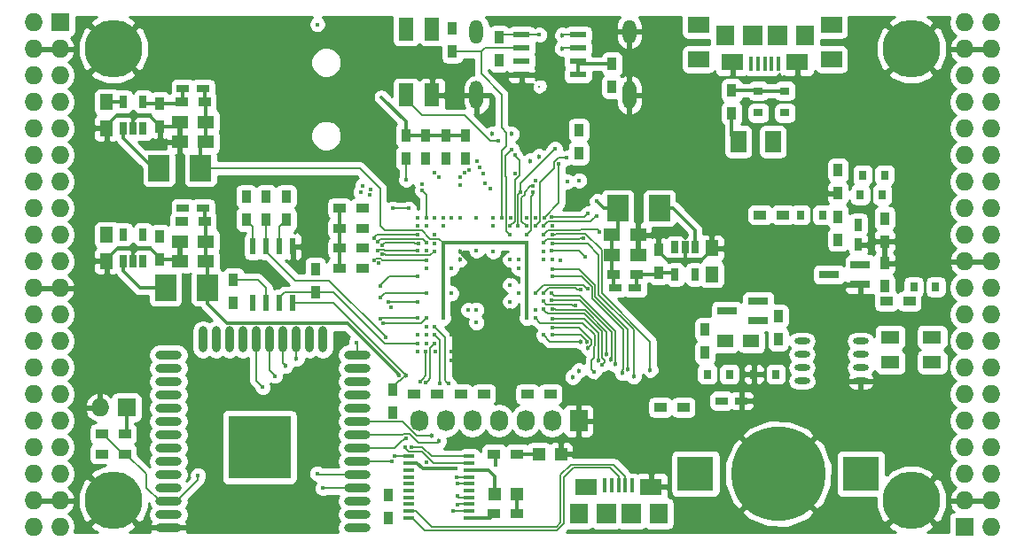
<source format=gbl>
G04 #@! TF.FileFunction,Copper,L4,Bot,Signal*
%FSLAX46Y46*%
G04 Gerber Fmt 4.6, Leading zero omitted, Abs format (unit mm)*
G04 Created by KiCad (PCBNEW 4.0.5+dfsg1-4) date Fri May  5 02:04:24 2017*
%MOMM*%
%LPD*%
G01*
G04 APERTURE LIST*
%ADD10C,0.100000*%
%ADD11R,3.500000X3.300000*%
%ADD12C,9.000000*%
%ADD13R,2.032000X1.524000*%
%ADD14R,2.000000X2.500000*%
%ADD15R,0.700000X1.200000*%
%ADD16R,1.250000X1.500000*%
%ADD17R,1.500000X1.250000*%
%ADD18R,1.524000X2.032000*%
%ADD19O,1.473200X0.609600*%
%ADD20R,0.800000X0.900000*%
%ADD21R,2.100000X1.600000*%
%ADD22R,1.900000X1.900000*%
%ADD23R,0.400000X1.350000*%
%ADD24R,1.800000X1.900000*%
%ADD25R,1.900000X0.800000*%
%ADD26R,1.200000X0.750000*%
%ADD27R,0.750000X1.200000*%
%ADD28R,0.900000X1.200000*%
%ADD29R,1.200000X0.900000*%
%ADD30O,1.300000X2.700000*%
%ADD31O,1.300000X2.300000*%
%ADD32R,0.600000X1.550000*%
%ADD33R,1.550000X0.600000*%
%ADD34O,2.500000X0.900000*%
%ADD35O,0.900000X2.500000*%
%ADD36R,6.000000X6.000000*%
%ADD37R,1.727200X1.727200*%
%ADD38O,1.727200X1.727200*%
%ADD39C,5.500000*%
%ADD40R,0.900000X0.800000*%
%ADD41R,1.000000X0.400000*%
%ADD42R,1.800000X1.200000*%
%ADD43R,1.400000X2.200000*%
%ADD44R,1.727200X2.032000*%
%ADD45O,1.727200X2.032000*%
%ADD46R,1.198880X1.198880*%
%ADD47C,0.400000*%
%ADD48C,0.454000*%
%ADD49C,0.190000*%
%ADD50C,0.300000*%
%ADD51C,0.200000*%
%ADD52C,0.254000*%
G04 APERTURE END LIST*
D10*
D11*
X174390000Y-105870000D03*
X158590000Y-105870000D03*
D12*
X166490000Y-105870000D03*
D13*
X171570000Y-62944000D03*
X171570000Y-66246000D03*
D14*
X107975000Y-88090000D03*
X111975000Y-88090000D03*
D15*
X105845000Y-85580000D03*
X104895000Y-85580000D03*
X103945000Y-85580000D03*
X103945000Y-82980000D03*
X105845000Y-82980000D03*
D14*
X155155000Y-80470000D03*
X151155000Y-80470000D03*
D15*
X156650000Y-84220000D03*
X157600000Y-84220000D03*
X158550000Y-84220000D03*
X158550000Y-86820000D03*
X156650000Y-86820000D03*
D14*
X107340000Y-76660000D03*
X111340000Y-76660000D03*
D15*
X105845000Y-72880000D03*
X104895000Y-72880000D03*
X103945000Y-72880000D03*
X103945000Y-70280000D03*
X105845000Y-70280000D03*
D16*
X102355000Y-70330000D03*
X102355000Y-72830000D03*
D17*
X111860000Y-85550000D03*
X109360000Y-85550000D03*
X111860000Y-83645000D03*
X109360000Y-83645000D03*
D16*
X102355000Y-83030000D03*
X102355000Y-85530000D03*
D17*
X150635000Y-84915000D03*
X153135000Y-84915000D03*
X150635000Y-83010000D03*
X153135000Y-83010000D03*
D16*
X160140000Y-86800000D03*
X160140000Y-84300000D03*
D17*
X111860000Y-72215000D03*
X109360000Y-72215000D03*
X111860000Y-74120000D03*
X109360000Y-74120000D03*
D18*
X162680000Y-74120000D03*
X165982000Y-74120000D03*
D13*
X158870000Y-66246000D03*
X158870000Y-62944000D03*
D19*
X174364000Y-93170000D03*
X174364000Y-94440000D03*
X174364000Y-95710000D03*
X174364000Y-96980000D03*
X168776000Y-96980000D03*
X168776000Y-95710000D03*
X168776000Y-94440000D03*
X168776000Y-93170000D03*
D17*
X161430000Y-93170000D03*
X163930000Y-93170000D03*
D20*
X159725000Y-96345000D03*
X161825000Y-96345000D03*
X179430000Y-88000000D03*
X181530000Y-88000000D03*
X176650000Y-77295000D03*
X174550000Y-77295000D03*
X170715000Y-81105000D03*
X168615000Y-81105000D03*
D21*
X154350000Y-107130000D03*
X148150000Y-107130000D03*
D22*
X152450000Y-109680000D03*
X150050000Y-109680000D03*
D23*
X152550000Y-107005000D03*
X151900000Y-107005000D03*
X151250000Y-107005000D03*
X150600000Y-107005000D03*
X149950000Y-107005000D03*
D24*
X155050000Y-109680000D03*
X147450000Y-109680000D03*
D21*
X162120000Y-66510000D03*
X168320000Y-66510000D03*
D22*
X164020000Y-63960000D03*
X166420000Y-63960000D03*
D23*
X163920000Y-66635000D03*
X164570000Y-66635000D03*
X165220000Y-66635000D03*
X165870000Y-66635000D03*
X166520000Y-66635000D03*
D24*
X161420000Y-63960000D03*
X169020000Y-63960000D03*
D25*
X164585000Y-89360000D03*
X164585000Y-91260000D03*
X161585000Y-90310000D03*
X174340000Y-85870000D03*
X174340000Y-87770000D03*
X171340000Y-86820000D03*
D26*
X111560000Y-80470000D03*
X109660000Y-80470000D03*
X150935000Y-88090000D03*
X152835000Y-88090000D03*
X111560000Y-69040000D03*
X109660000Y-69040000D03*
D27*
X174110000Y-82060000D03*
X174110000Y-83960000D03*
D28*
X159505000Y-94270000D03*
X159505000Y-92070000D03*
X176650000Y-87920000D03*
X176650000Y-85720000D03*
D29*
X179020000Y-89360000D03*
X176820000Y-89360000D03*
D28*
X176650000Y-81445000D03*
X176650000Y-83645000D03*
X166490000Y-90800000D03*
X166490000Y-93000000D03*
D29*
X155230000Y-99520000D03*
X157430000Y-99520000D03*
D28*
X172205000Y-81275000D03*
X172205000Y-83475000D03*
X129280000Y-107900000D03*
X129280000Y-110100000D03*
D29*
X166955000Y-81105000D03*
X164755000Y-81105000D03*
D28*
X172205000Y-76830000D03*
X172205000Y-79030000D03*
D29*
X111710000Y-81740000D03*
X109510000Y-81740000D03*
X111710000Y-70310000D03*
X109510000Y-70310000D03*
X150785000Y-86820000D03*
X152985000Y-86820000D03*
D28*
X107435000Y-85380000D03*
X107435000Y-83180000D03*
X107435000Y-72680000D03*
X107435000Y-70480000D03*
X155060000Y-84450000D03*
X155060000Y-86650000D03*
D29*
X126782000Y-86185000D03*
X124582000Y-86185000D03*
X126782000Y-84279000D03*
X124582000Y-84279000D03*
X126782000Y-82375000D03*
X124582000Y-82375000D03*
X126782000Y-80470000D03*
X124582000Y-80470000D03*
D28*
X130930000Y-75687000D03*
X130930000Y-73487000D03*
X132835000Y-75687000D03*
X132835000Y-73487000D03*
X134740000Y-75687000D03*
X134740000Y-73487000D03*
X136645000Y-75687000D03*
X136645000Y-73487000D03*
D30*
X152280000Y-69650000D03*
X137680000Y-69650000D03*
D31*
X137680000Y-63600000D03*
X152280000Y-63600000D03*
D32*
X116325000Y-84120000D03*
X117595000Y-84120000D03*
X118865000Y-84120000D03*
X120135000Y-84120000D03*
X120135000Y-89520000D03*
X118865000Y-89520000D03*
X117595000Y-89520000D03*
X116325000Y-89520000D03*
D26*
X161095000Y-98885000D03*
X162995000Y-98885000D03*
D33*
X141980000Y-67705000D03*
X141980000Y-66435000D03*
X141980000Y-65165000D03*
X141980000Y-63895000D03*
X147380000Y-63895000D03*
X147380000Y-65165000D03*
X147380000Y-66435000D03*
X147380000Y-67705000D03*
D20*
X166270000Y-96345000D03*
X164170000Y-96345000D03*
X174330000Y-79200000D03*
X176430000Y-79200000D03*
D34*
X126260434Y-111030338D03*
X126260434Y-109760338D03*
X126260434Y-108490338D03*
X126260434Y-107220338D03*
X126260434Y-105950338D03*
X126260434Y-104680338D03*
X126260434Y-103410338D03*
X126260434Y-102140338D03*
X126260434Y-100870338D03*
X126260434Y-99600338D03*
X126260434Y-98330338D03*
X126260434Y-97060338D03*
X126260434Y-95790338D03*
X126260434Y-94520338D03*
D35*
X122975434Y-93030338D03*
X121705434Y-93030338D03*
X120435434Y-93030338D03*
X119165434Y-93030338D03*
X117895434Y-93030338D03*
X116625434Y-93030338D03*
X115355434Y-93030338D03*
X114085434Y-93030338D03*
X112815434Y-93030338D03*
X111545434Y-93030338D03*
D34*
X108260434Y-94520338D03*
X108260434Y-95790338D03*
X108260434Y-97060338D03*
X108260434Y-98330338D03*
X108260434Y-99600338D03*
X108260434Y-100870338D03*
X108260434Y-102140338D03*
X108260434Y-103410338D03*
X108260434Y-104680338D03*
X108260434Y-105950338D03*
X108260434Y-107220338D03*
X108260434Y-108490338D03*
X108260434Y-109760338D03*
X108260434Y-111030338D03*
D36*
X116960434Y-103330338D03*
D37*
X97910000Y-62690000D03*
D38*
X95370000Y-62690000D03*
X97910000Y-65230000D03*
X95370000Y-65230000D03*
X97910000Y-67770000D03*
X95370000Y-67770000D03*
X97910000Y-70310000D03*
X95370000Y-70310000D03*
X97910000Y-72850000D03*
X95370000Y-72850000D03*
X97910000Y-75390000D03*
X95370000Y-75390000D03*
X97910000Y-77930000D03*
X95370000Y-77930000D03*
X97910000Y-80470000D03*
X95370000Y-80470000D03*
X97910000Y-83010000D03*
X95370000Y-83010000D03*
X97910000Y-85550000D03*
X95370000Y-85550000D03*
X97910000Y-88090000D03*
X95370000Y-88090000D03*
X97910000Y-90630000D03*
X95370000Y-90630000D03*
X97910000Y-93170000D03*
X95370000Y-93170000D03*
X97910000Y-95710000D03*
X95370000Y-95710000D03*
X97910000Y-98250000D03*
X95370000Y-98250000D03*
X97910000Y-100790000D03*
X95370000Y-100790000D03*
X97910000Y-103330000D03*
X95370000Y-103330000D03*
X97910000Y-105870000D03*
X95370000Y-105870000D03*
X97910000Y-108410000D03*
X95370000Y-108410000D03*
X97910000Y-110950000D03*
X95370000Y-110950000D03*
D37*
X184270000Y-110950000D03*
D38*
X186810000Y-110950000D03*
X184270000Y-108410000D03*
X186810000Y-108410000D03*
X184270000Y-105870000D03*
X186810000Y-105870000D03*
X184270000Y-103330000D03*
X186810000Y-103330000D03*
X184270000Y-100790000D03*
X186810000Y-100790000D03*
X184270000Y-98250000D03*
X186810000Y-98250000D03*
X184270000Y-95710000D03*
X186810000Y-95710000D03*
X184270000Y-93170000D03*
X186810000Y-93170000D03*
X184270000Y-90630000D03*
X186810000Y-90630000D03*
X184270000Y-88090000D03*
X186810000Y-88090000D03*
X184270000Y-85550000D03*
X186810000Y-85550000D03*
X184270000Y-83010000D03*
X186810000Y-83010000D03*
X184270000Y-80470000D03*
X186810000Y-80470000D03*
X184270000Y-77930000D03*
X186810000Y-77930000D03*
X184270000Y-75390000D03*
X186810000Y-75390000D03*
X184270000Y-72850000D03*
X186810000Y-72850000D03*
X184270000Y-70310000D03*
X186810000Y-70310000D03*
X184270000Y-67770000D03*
X186810000Y-67770000D03*
X184270000Y-65230000D03*
X186810000Y-65230000D03*
X184270000Y-62690000D03*
X186810000Y-62690000D03*
D39*
X102990000Y-108410000D03*
X179190000Y-108410000D03*
X179190000Y-65230000D03*
X102990000Y-65230000D03*
D40*
X167125000Y-69260000D03*
X167125000Y-71360000D03*
X164585000Y-69260000D03*
X164585000Y-71360000D03*
D28*
X162045000Y-71410000D03*
X162045000Y-69210000D03*
X139820000Y-66330000D03*
X139820000Y-64130000D03*
X135375000Y-63300000D03*
X135375000Y-65500000D03*
X150615000Y-68870000D03*
X150615000Y-66670000D03*
X147440000Y-75220000D03*
X147440000Y-73020000D03*
D41*
X137005000Y-104215000D03*
X137005000Y-104865000D03*
X137005000Y-105515000D03*
X137005000Y-106165000D03*
X137005000Y-106815000D03*
X137005000Y-107465000D03*
X137005000Y-108115000D03*
X137005000Y-108765000D03*
X137005000Y-109415000D03*
X137005000Y-110065000D03*
X131205000Y-110065000D03*
X131205000Y-109415000D03*
X131205000Y-108765000D03*
X131205000Y-108115000D03*
X131205000Y-107465000D03*
X131205000Y-106815000D03*
X131205000Y-106165000D03*
X131205000Y-105515000D03*
X131205000Y-104865000D03*
X131205000Y-104215000D03*
D28*
X119500000Y-79370000D03*
X119500000Y-81570000D03*
X114480000Y-89500000D03*
X114480000Y-87300000D03*
X129660000Y-99985000D03*
X129660000Y-97785000D03*
X117595000Y-79370000D03*
X117595000Y-81570000D03*
X122280000Y-86300000D03*
X122280000Y-88500000D03*
X115690000Y-79370000D03*
X115690000Y-81570000D03*
D29*
X144730000Y-98250000D03*
X142530000Y-98250000D03*
X138380000Y-98250000D03*
X136180000Y-98250000D03*
X131735000Y-98250000D03*
X133935000Y-98250000D03*
X101890000Y-103965000D03*
X104090000Y-103965000D03*
D42*
X177190000Y-95200000D03*
X181190000Y-95200000D03*
X181190000Y-92800000D03*
X177190000Y-92800000D03*
D43*
X133450000Y-63350000D03*
X133450000Y-69650000D03*
X130950000Y-69650000D03*
X130950000Y-63350000D03*
D37*
X104260000Y-99520000D03*
D38*
X101720000Y-99520000D03*
D44*
X147440000Y-100790000D03*
D45*
X144900000Y-100790000D03*
X142360000Y-100790000D03*
X139820000Y-100790000D03*
X137280000Y-100790000D03*
X134740000Y-100790000D03*
X132200000Y-100790000D03*
D29*
X101890000Y-102060000D03*
X104090000Y-102060000D03*
D46*
X143630980Y-104000000D03*
X145729020Y-104000000D03*
X141504020Y-107775000D03*
X139405980Y-107775000D03*
D29*
X139355000Y-103965000D03*
X141555000Y-103965000D03*
X139355000Y-109680000D03*
X141555000Y-109680000D03*
D47*
X145680000Y-85422010D03*
X146474680Y-71591464D03*
X147980000Y-71421198D03*
X144973174Y-71597397D03*
X100017740Y-79439515D03*
X132880424Y-84565132D03*
X133710711Y-94200625D03*
X143480000Y-71900000D03*
X141986140Y-71899854D03*
X144080000Y-84600000D03*
X145680000Y-94200000D03*
X136080000Y-89400000D03*
X140880000Y-90200000D03*
X135280000Y-95000000D03*
X135280000Y-94200000D03*
X142480000Y-94200000D03*
X140880000Y-93400000D03*
X139280000Y-93400000D03*
X137680000Y-93400000D03*
X136080000Y-93400000D03*
X136880000Y-92600000D03*
X135280000Y-92600000D03*
X132880000Y-91800000D03*
X132880000Y-93400000D03*
X132880000Y-82200000D03*
D48*
X139282888Y-90185466D03*
X141042859Y-86994997D03*
X139280000Y-87000000D03*
X136110990Y-86995403D03*
X139280000Y-88600000D03*
X137680000Y-87000000D03*
X136080000Y-84600000D03*
D47*
X149185000Y-79800000D03*
X137665894Y-91402446D03*
X135273306Y-88618602D03*
X139272517Y-84611349D03*
X137680556Y-84534085D03*
X141680000Y-86200000D03*
X135280000Y-86200000D03*
X132880000Y-92600000D03*
X132080000Y-92600000D03*
X141680000Y-88600000D03*
X141680000Y-85400000D03*
X130307011Y-96427632D03*
X140880000Y-89400000D03*
X137680000Y-90172990D03*
X140880000Y-87800000D03*
X140880000Y-85400000D03*
X136880000Y-90200000D03*
D48*
X136080000Y-85400000D03*
D47*
X139280000Y-82200000D03*
X142480000Y-91000000D03*
X142480000Y-83800000D03*
X134480000Y-83800000D03*
X134480000Y-91000000D03*
X135884156Y-106800406D03*
X134989952Y-97239158D03*
X133680000Y-91800000D03*
D48*
X134074414Y-102752225D03*
D47*
X135855186Y-108022639D03*
X134198152Y-97269984D03*
D48*
X133449289Y-102232615D03*
D47*
X133680000Y-92600000D03*
X129563728Y-104680338D03*
X132918584Y-104800000D03*
X135853254Y-108792386D03*
X132849983Y-97161003D03*
X133685668Y-93402482D03*
X132322256Y-97030173D03*
X135471949Y-109409592D03*
X132858000Y-94197073D03*
X130930000Y-102458384D03*
X122480000Y-62900000D03*
D48*
X145851858Y-65189228D03*
X145873729Y-63920849D03*
D47*
X143680000Y-63900000D03*
X140080000Y-81400000D03*
X117280000Y-97600000D03*
X118452698Y-96512601D03*
D48*
X119422637Y-95550883D03*
X120482993Y-94868638D03*
D47*
X147480000Y-77822010D03*
X146387166Y-77918991D03*
X129500486Y-89949358D03*
X131453853Y-103296209D03*
X144885216Y-91021238D03*
D48*
X149288902Y-95043868D03*
D47*
X144885689Y-90132858D03*
D48*
X150129901Y-94414903D03*
D47*
X144890381Y-83866022D03*
D48*
X152680000Y-96550990D03*
D47*
X144894101Y-83022010D03*
D48*
X154275598Y-95924907D03*
D47*
X144901285Y-86268736D03*
D48*
X152118693Y-95894785D03*
X151619585Y-96228215D03*
D47*
X144888562Y-86993817D03*
D48*
X150902589Y-95397137D03*
D47*
X144877648Y-88622010D03*
X144869421Y-89288847D03*
D48*
X150496552Y-94981555D03*
X148342288Y-93839222D03*
D47*
X144882782Y-91877646D03*
D48*
X147644473Y-93229475D03*
D47*
X144080000Y-92600000D03*
D48*
X148224044Y-93270369D03*
D47*
X144882352Y-92577990D03*
D48*
X130952023Y-96441355D03*
D47*
X129015086Y-92798691D03*
X132080000Y-93400000D03*
X132080000Y-94200000D03*
X128353415Y-85732726D03*
X111080000Y-106000000D03*
X129282361Y-89438243D03*
X132080000Y-89444020D03*
X130839486Y-103354982D03*
X132880000Y-86200000D03*
X129880000Y-104200000D03*
X128480868Y-89051076D03*
X132880000Y-88600000D03*
X135778649Y-106163691D03*
X128480531Y-87890053D03*
X132080000Y-87000000D03*
X122465404Y-105844974D03*
X126186274Y-93309408D03*
X122983658Y-107217238D03*
X139782500Y-74073458D03*
D48*
X139185419Y-73378045D03*
X141029139Y-73391006D03*
X143625670Y-75521246D03*
X142775852Y-75939146D03*
D47*
X135274882Y-81390604D03*
X134480367Y-81390604D03*
X134058357Y-77465303D03*
X133668154Y-77111081D03*
X126773709Y-78308800D03*
X126604386Y-78926444D03*
X127445822Y-79226361D03*
X127566271Y-78713298D03*
X132504562Y-78200000D03*
X132505009Y-78796823D03*
X132884441Y-81391117D03*
X127880331Y-83315331D03*
X132084319Y-83022010D03*
X128240948Y-83702645D03*
X132886504Y-83777990D03*
X128663097Y-84050735D03*
X132117443Y-83866021D03*
X128231373Y-84546657D03*
X132032194Y-84565132D03*
X128627069Y-84894746D03*
X133671942Y-84595200D03*
X127885631Y-85489992D03*
X132875802Y-85421990D03*
D48*
X146880000Y-96600000D03*
X147440156Y-96014538D03*
D47*
X148880000Y-96100000D03*
X143280000Y-91000000D03*
X144082424Y-90132858D03*
X149700826Y-95417640D03*
X147123968Y-89767616D03*
X144035793Y-89397606D03*
X143281824Y-90201951D03*
X144080517Y-85397219D03*
X144886544Y-85385186D03*
X149400006Y-82723643D03*
X144080000Y-83000000D03*
X144885092Y-82177990D03*
X147595986Y-88289581D03*
X144082832Y-88584510D03*
X148280000Y-88177990D03*
X143278026Y-88595030D03*
X149129066Y-81214474D03*
X144076901Y-82186448D03*
X148337768Y-80975785D03*
X144866392Y-81333979D03*
X139280000Y-81400000D03*
X139030990Y-78600803D03*
X138474753Y-78117762D03*
X138291969Y-77164182D03*
X137754556Y-75974186D03*
X137974958Y-76577236D03*
X137680000Y-81400000D03*
X136967862Y-76797850D03*
X136540508Y-77107981D03*
X136123321Y-77473680D03*
X136102010Y-78268593D03*
X136080000Y-81400000D03*
X148063983Y-85114902D03*
X144877691Y-84532933D03*
X147880000Y-83319858D03*
X144080000Y-83800000D03*
X143019945Y-78903038D03*
X142473549Y-82998913D03*
X143086704Y-78380271D03*
X142457990Y-82191394D03*
X145520358Y-76270654D03*
X144146021Y-81374784D03*
X143323210Y-77837480D03*
X146289107Y-75636632D03*
X143302010Y-82194992D03*
X143302010Y-81381735D03*
X145172870Y-74792620D03*
X141853043Y-78968642D03*
X141657990Y-82130345D03*
X142457990Y-81382236D03*
X140924011Y-81375594D03*
X141346021Y-77170289D03*
X141046643Y-74873804D03*
X140864029Y-83041403D03*
X141329877Y-75415642D03*
X140902010Y-82179283D03*
X133680000Y-82977990D03*
X132080000Y-81400000D03*
X132080000Y-82177990D03*
X130976883Y-77755103D03*
X133680000Y-81400000D03*
X133680000Y-83822010D03*
X128730410Y-91508476D03*
X132880000Y-91000000D03*
X128478616Y-91045506D03*
X132077648Y-90977990D03*
X129680000Y-80500000D03*
X131180000Y-80500000D03*
X134480000Y-82200000D03*
X139480000Y-105000000D03*
X135680000Y-105400000D03*
D49*
X143680000Y-68900000D02*
X143780000Y-68800000D01*
D50*
X137680000Y-86200000D02*
X137680000Y-86600000D01*
X136080000Y-84600000D02*
X137680000Y-86200000D01*
X139280000Y-90182578D02*
X139282888Y-90185466D01*
X139280000Y-88600000D02*
X139280000Y-90182578D01*
X159215000Y-85350000D02*
X157600000Y-85350000D01*
X157600000Y-85350000D02*
X155810000Y-85350000D01*
X157600000Y-84220000D02*
X157600000Y-85350000D01*
X160140000Y-84300000D02*
X160140000Y-84425000D01*
X160140000Y-84425000D02*
X159215000Y-85350000D01*
X155810000Y-85350000D02*
X155060000Y-84600000D01*
X155060000Y-84600000D02*
X155060000Y-84450000D01*
X109360000Y-85550000D02*
X109360000Y-83645000D01*
X107435000Y-85380000D02*
X109190000Y-85380000D01*
X109190000Y-85380000D02*
X109360000Y-85550000D01*
X102355000Y-85530000D02*
X102355000Y-85345398D01*
X102355000Y-85345398D02*
X103420398Y-84280000D01*
X103420398Y-84280000D02*
X104895000Y-84280000D01*
X102355000Y-72830000D02*
X102355000Y-72594893D01*
X102355000Y-72594893D02*
X103369893Y-71580000D01*
X103369893Y-71580000D02*
X104895000Y-71580000D01*
X104895000Y-71580000D02*
X106405626Y-71580000D01*
X106405626Y-71580000D02*
X107435000Y-72609374D01*
X107435000Y-72609374D02*
X107435000Y-72680000D01*
X106485000Y-84280000D02*
X104895000Y-84280000D01*
X104895000Y-85580000D02*
X104895000Y-84280000D01*
X107435000Y-85380000D02*
X107435000Y-85230000D01*
X107435000Y-85230000D02*
X106485000Y-84280000D01*
X104895000Y-71580000D02*
X104895000Y-72880000D01*
X109360000Y-72215000D02*
X109360000Y-74120000D01*
X107435000Y-72680000D02*
X108895000Y-72680000D01*
X108895000Y-72680000D02*
X109360000Y-72215000D01*
X109340000Y-72195000D02*
X109360000Y-72215000D01*
X141037856Y-87000000D02*
X141042859Y-86994997D01*
X139280000Y-87000000D02*
X141037856Y-87000000D01*
X136432016Y-86995403D02*
X136110990Y-86995403D01*
X137284597Y-86995403D02*
X136432016Y-86995403D01*
X137680000Y-86600000D02*
X137284597Y-86995403D01*
X137680000Y-86600000D02*
X137680000Y-87000000D01*
X162045000Y-71410000D02*
X162045000Y-73485000D01*
X162045000Y-73485000D02*
X162680000Y-74120000D01*
X102355000Y-70330000D02*
X103895000Y-70330000D01*
X103895000Y-70330000D02*
X103945000Y-70280000D01*
X151155000Y-80470000D02*
X149855000Y-80470000D01*
X149855000Y-80470000D02*
X149185000Y-79800000D01*
X150785000Y-86820000D02*
X150785000Y-87940000D01*
X150785000Y-87940000D02*
X150935000Y-88090000D01*
X150635000Y-84915000D02*
X150635000Y-86670000D01*
X150635000Y-86670000D02*
X150785000Y-86820000D01*
X150635000Y-83010000D02*
X150635000Y-84915000D01*
X151155000Y-80470000D02*
X151155000Y-82490000D01*
X151155000Y-82490000D02*
X150635000Y-83010000D01*
X103945000Y-85580000D02*
X103945000Y-86480000D01*
X103945000Y-86480000D02*
X105555000Y-88090000D01*
X105555000Y-88090000D02*
X106675000Y-88090000D01*
X106675000Y-88090000D02*
X107975000Y-88090000D01*
X155155000Y-80470000D02*
X156455000Y-80470000D01*
X156455000Y-80470000D02*
X158550000Y-82565000D01*
X158550000Y-82565000D02*
X158550000Y-83320000D01*
X158550000Y-83320000D02*
X158550000Y-84220000D01*
X130107012Y-96227633D02*
X130307011Y-96427632D01*
X125382707Y-91503328D02*
X130107012Y-96227633D01*
X113838328Y-91503328D02*
X125382707Y-91503328D01*
X111975000Y-89640000D02*
X113838328Y-91503328D01*
X111975000Y-88090000D02*
X111975000Y-89640000D01*
X111710000Y-81740000D02*
X111710000Y-80620000D01*
X111710000Y-80620000D02*
X111560000Y-80470000D01*
X111860000Y-83645000D02*
X111860000Y-81890000D01*
X111860000Y-81890000D02*
X111710000Y-81740000D01*
X111860000Y-83645000D02*
X111860000Y-85550000D01*
X111975000Y-88090000D02*
X111975000Y-85665000D01*
X111975000Y-85665000D02*
X111860000Y-85550000D01*
D49*
X134480000Y-83800000D02*
X134080000Y-83400000D01*
X134080000Y-83400000D02*
X133280000Y-83400000D01*
X133280000Y-83400000D02*
X132480000Y-82600000D01*
X128480000Y-82200000D02*
X128480000Y-78600000D01*
X132480000Y-82600000D02*
X128880000Y-82600000D01*
X128880000Y-82600000D02*
X128480000Y-82200000D01*
X128480000Y-78600000D02*
X126540000Y-76660000D01*
X126540000Y-76660000D02*
X111340000Y-76660000D01*
D50*
X142480000Y-83800000D02*
X142480000Y-91000000D01*
X134480000Y-83800000D02*
X142480000Y-83800000D01*
X134480000Y-91000000D02*
X134480000Y-83800000D01*
X111710000Y-70310000D02*
X111710000Y-69190000D01*
X111710000Y-69190000D02*
X111560000Y-69040000D01*
X111860000Y-72215000D02*
X111860000Y-70460000D01*
X111860000Y-70460000D02*
X111710000Y-70310000D01*
X111860000Y-74120000D02*
X111860000Y-72215000D01*
X111340000Y-76660000D02*
X111340000Y-74640000D01*
X111340000Y-74640000D02*
X111860000Y-74120000D01*
X103945000Y-72880000D02*
X103945000Y-73780000D01*
X106825000Y-76660000D02*
X107340000Y-76660000D01*
X103945000Y-73780000D02*
X106825000Y-76660000D01*
X152985000Y-86820000D02*
X152985000Y-87940000D01*
X152985000Y-87940000D02*
X152835000Y-88090000D01*
X155060000Y-86650000D02*
X156480000Y-86650000D01*
X156480000Y-86650000D02*
X156650000Y-86820000D01*
X152985000Y-86820000D02*
X154890000Y-86820000D01*
X154890000Y-86820000D02*
X155060000Y-86650000D01*
X107435000Y-70480000D02*
X106045000Y-70480000D01*
X106045000Y-70480000D02*
X105845000Y-70280000D01*
X107435000Y-70480000D02*
X109340000Y-70480000D01*
X109340000Y-70480000D02*
X109510000Y-70310000D01*
X109660000Y-69040000D02*
X109660000Y-70160000D01*
X109660000Y-70160000D02*
X109510000Y-70310000D01*
D49*
X137005000Y-106815000D02*
X135898750Y-106815000D01*
X135898750Y-106815000D02*
X135884156Y-106800406D01*
X134789953Y-97039159D02*
X134989952Y-97239158D01*
X134680000Y-96929206D02*
X134789953Y-97039159D01*
X133680000Y-91800000D02*
X134680000Y-92800000D01*
X134680000Y-92800000D02*
X134680000Y-96929206D01*
X130623484Y-102140338D02*
X130727439Y-102036383D01*
X126260434Y-102140338D02*
X130623484Y-102140338D01*
X130727439Y-102036383D02*
X131310378Y-102036383D01*
X133936813Y-102889826D02*
X134074414Y-102752225D01*
X132163821Y-102889826D02*
X133936813Y-102889826D01*
X131310378Y-102036383D02*
X132163821Y-102889826D01*
X137005000Y-108115000D02*
X135947547Y-108115000D01*
X135947547Y-108115000D02*
X135855186Y-108022639D01*
X134198152Y-93118152D02*
X134198152Y-96987142D01*
X133680000Y-92600000D02*
X134198152Y-93118152D01*
X134198152Y-96987142D02*
X134198152Y-97269984D01*
X133128263Y-102232615D02*
X133449289Y-102232615D01*
X131954931Y-102232615D02*
X133128263Y-102232615D01*
X126260434Y-100870338D02*
X130592654Y-100870338D01*
X130592654Y-100870338D02*
X131954931Y-102232615D01*
X126260434Y-104680338D02*
X129563728Y-104680338D01*
X137005000Y-108765000D02*
X135880640Y-108765000D01*
X135880640Y-108765000D02*
X135853254Y-108792386D01*
X133049982Y-96961004D02*
X132849983Y-97161003D01*
X133280576Y-96730410D02*
X133049982Y-96961004D01*
X133280576Y-93807574D02*
X133280576Y-96730410D01*
X133685668Y-93402482D02*
X133280576Y-93807574D01*
X132522255Y-96830174D02*
X132322256Y-97030173D01*
X132858000Y-96494429D02*
X132522255Y-96830174D01*
X132858000Y-94197073D02*
X132858000Y-96494429D01*
X137005000Y-109415000D02*
X135477357Y-109415000D01*
X135477357Y-109415000D02*
X135471949Y-109409592D01*
X126260434Y-103410338D02*
X129880000Y-103410338D01*
X130730001Y-102658383D02*
X130631955Y-102658383D01*
X130631955Y-102658383D02*
X129880000Y-103410338D01*
X130930000Y-102458384D02*
X130730001Y-102658383D01*
D50*
X124582000Y-84279000D02*
X124582000Y-86185000D01*
X124582000Y-82375000D02*
X124582000Y-84279000D01*
X124582000Y-80470000D02*
X124582000Y-82375000D01*
X128779999Y-70060978D02*
X128580000Y-69860979D01*
X130930000Y-72210979D02*
X128779999Y-70060978D01*
X130930000Y-73487000D02*
X130930000Y-72210979D01*
X134740000Y-73487000D02*
X136645000Y-73487000D01*
X132835000Y-73487000D02*
X134740000Y-73487000D01*
X130930000Y-73487000D02*
X132835000Y-73487000D01*
D49*
X145876086Y-65165000D02*
X145851858Y-65189228D01*
X147380000Y-65165000D02*
X145876086Y-65165000D01*
X145899578Y-63895000D02*
X145873729Y-63920849D01*
X147380000Y-63895000D02*
X145899578Y-63895000D01*
X143680000Y-63900000D02*
X141985000Y-63900000D01*
X141985000Y-63900000D02*
X141980000Y-63895000D01*
X141980000Y-63895000D02*
X140055000Y-63895000D01*
X140055000Y-63895000D02*
X139820000Y-64130000D01*
X138115000Y-67635000D02*
X138115000Y-65500000D01*
X140080000Y-69600000D02*
X138115000Y-67635000D01*
X140513618Y-73234098D02*
X140080000Y-72800480D01*
X140080000Y-74951680D02*
X140513618Y-74518062D01*
X140080000Y-72800480D02*
X140080000Y-69600000D01*
X140513618Y-74518062D02*
X140513618Y-73234098D01*
X140080000Y-81400000D02*
X140080000Y-74951680D01*
X135375000Y-65500000D02*
X138115000Y-65500000D01*
X138115000Y-65500000D02*
X138450000Y-65165000D01*
X138450000Y-65165000D02*
X141980000Y-65165000D01*
D50*
X147380000Y-67705000D02*
X147380000Y-66435000D01*
X150615000Y-66670000D02*
X147615000Y-66670000D01*
X147615000Y-66670000D02*
X147380000Y-66435000D01*
D49*
X117280000Y-97600000D02*
X116625434Y-96945434D01*
X116625434Y-96945434D02*
X116625434Y-93536964D01*
X116625434Y-93536964D02*
X116625434Y-93030338D01*
X118252699Y-96312602D02*
X118452698Y-96512601D01*
X117895434Y-95955337D02*
X118252699Y-96312602D01*
X117895434Y-93030338D02*
X117895434Y-95955337D01*
X117895434Y-93030338D02*
X117895434Y-93830338D01*
X119165434Y-95293680D02*
X119195638Y-95323884D01*
X119165434Y-93030338D02*
X119165434Y-95293680D01*
X119195638Y-95323884D02*
X119422637Y-95550883D01*
X120435434Y-94821079D02*
X120482993Y-94868638D01*
X120435434Y-93030338D02*
X120435434Y-94821079D01*
D50*
X164585000Y-69260000D02*
X167125000Y-69260000D01*
X162045000Y-69210000D02*
X164535000Y-69210000D01*
X164535000Y-69210000D02*
X164585000Y-69260000D01*
D49*
X131736695Y-103296209D02*
X131453853Y-103296209D01*
X132487676Y-103296209D02*
X131736695Y-103296209D01*
X133406467Y-104215000D02*
X132487676Y-103296209D01*
X137005000Y-104215000D02*
X133406467Y-104215000D01*
X137005000Y-104215000D02*
X136705000Y-104215000D01*
X145168058Y-91021238D02*
X144885216Y-91021238D01*
X147949559Y-91021238D02*
X145168058Y-91021238D01*
X149307067Y-92378746D02*
X147949559Y-91021238D01*
X149307067Y-94704677D02*
X149307067Y-92378746D01*
X149288902Y-94722842D02*
X149307067Y-94704677D01*
X149288902Y-95043868D02*
X149288902Y-94722842D01*
X145168531Y-90132858D02*
X144885689Y-90132858D01*
X150129901Y-92304938D02*
X148014587Y-90189624D01*
X150129901Y-94414903D02*
X150129901Y-92304938D01*
X148014587Y-90189624D02*
X145225297Y-90189624D01*
X145225297Y-90189624D02*
X145168531Y-90132858D01*
X148279859Y-83866022D02*
X145173223Y-83866022D01*
X149336023Y-84922186D02*
X148279859Y-83866022D01*
X149336023Y-88747175D02*
X149336023Y-84922186D01*
X152680000Y-92091152D02*
X149336023Y-88747175D01*
X145173223Y-83866022D02*
X144890381Y-83866022D01*
D51*
X152680000Y-96550990D02*
X152680000Y-92091152D01*
D49*
X149653034Y-84468330D02*
X148082561Y-82897857D01*
X149653034Y-88601724D02*
X149653034Y-84468330D01*
X145279087Y-82919866D02*
X145176943Y-83022010D01*
X147677439Y-82897857D02*
X147655430Y-82919866D01*
X154275598Y-93224288D02*
X149653034Y-88601724D01*
X147655430Y-82919866D02*
X145279087Y-82919866D01*
X148082561Y-82897857D02*
X147677439Y-82897857D01*
X145176943Y-83022010D02*
X144894101Y-83022010D01*
D51*
X154275598Y-95924907D02*
X154275598Y-93224288D01*
D49*
X145184127Y-86268736D02*
X144901285Y-86268736D01*
X147421619Y-86268736D02*
X145184127Y-86268736D01*
X149019012Y-87866129D02*
X147421619Y-86268736D01*
X149019012Y-88942371D02*
X149019012Y-87866129D01*
X152118693Y-92042052D02*
X149019012Y-88942371D01*
X152118693Y-95894785D02*
X152118693Y-92042052D01*
X148702001Y-89073681D02*
X151668601Y-92040281D01*
X151668601Y-92040281D02*
X151668601Y-95858173D01*
X151668601Y-95858173D02*
X151619585Y-95907189D01*
X151619585Y-95907189D02*
X151619585Y-96228215D01*
X144888562Y-86993817D02*
X147698379Y-86993817D01*
X147698379Y-86993817D02*
X148702001Y-87997439D01*
X148702001Y-87997439D02*
X148702001Y-89073681D01*
X147546972Y-88822009D02*
X150945554Y-92220591D01*
X145077647Y-88822009D02*
X147546972Y-88822009D01*
X150945554Y-95354172D02*
X150902589Y-95397137D01*
X150945554Y-92220591D02*
X150945554Y-95354172D01*
X144877648Y-88622010D02*
X145077647Y-88822009D01*
X150578903Y-92302261D02*
X147565489Y-89288847D01*
X150578903Y-94899204D02*
X150578903Y-92302261D01*
X145152263Y-89288847D02*
X144869421Y-89288847D01*
X147565489Y-89288847D02*
X145152263Y-89288847D01*
X150496552Y-94981555D02*
X150578903Y-94899204D01*
X148673045Y-93054848D02*
X148673045Y-93485890D01*
X148569287Y-93612223D02*
X148342288Y-93839222D01*
X148673045Y-93485890D02*
X148569287Y-93589648D01*
X147495843Y-91877646D02*
X148673045Y-93054848D01*
X148569287Y-93589648D02*
X148569287Y-93612223D01*
X144882782Y-91877646D02*
X147495843Y-91877646D01*
X147323447Y-93229475D02*
X147644473Y-93229475D01*
X144080000Y-92600000D02*
X144709475Y-93229475D01*
X144709475Y-93229475D02*
X147323447Y-93229475D01*
X147657510Y-92577990D02*
X148224044Y-93144524D01*
X144882352Y-92577990D02*
X147657510Y-92577990D01*
X148224044Y-93144524D02*
X148224044Y-93270369D01*
X118865000Y-84120000D02*
X118865000Y-82205000D01*
X118865000Y-82205000D02*
X119500000Y-81570000D01*
X116780000Y-87300000D02*
X117595000Y-88115000D01*
X117595000Y-88115000D02*
X117595000Y-89520000D01*
X114480000Y-87300000D02*
X116780000Y-87300000D01*
X120135000Y-89520000D02*
X123996192Y-89520000D01*
X123996192Y-89520000D02*
X130917547Y-96441355D01*
X130917547Y-96441355D02*
X130952023Y-96441355D01*
X130725024Y-96668354D02*
X130952023Y-96441355D01*
X130300000Y-96995000D02*
X130398378Y-96995000D01*
X130398378Y-96995000D02*
X130725024Y-96668354D01*
X129660000Y-97635000D02*
X130300000Y-96995000D01*
X129660000Y-97785000D02*
X129660000Y-97635000D01*
X128815087Y-92598692D02*
X129015086Y-92798691D01*
X123621604Y-87405209D02*
X128815087Y-92598692D01*
X117595000Y-84595000D02*
X120405209Y-87405209D01*
X117595000Y-84120000D02*
X117595000Y-84595000D01*
X120405209Y-87405209D02*
X123621604Y-87405209D01*
X117595000Y-84120000D02*
X117595000Y-81570000D01*
X118865000Y-89520000D02*
X118865000Y-89045000D01*
X118865000Y-89045000D02*
X119387001Y-88522999D01*
X119387001Y-88522999D02*
X124051238Y-88522999D01*
X132079742Y-93399742D02*
X132080000Y-93400000D01*
X124051238Y-88522999D02*
X128927981Y-93399742D01*
X128927981Y-93399742D02*
X132079742Y-93399742D01*
X116325000Y-84120000D02*
X116325000Y-82205000D01*
X116325000Y-82205000D02*
X115690000Y-81570000D01*
X111080000Y-106000000D02*
X111080000Y-106470772D01*
X111080000Y-106470772D02*
X109060434Y-108490338D01*
X109060434Y-108490338D02*
X108260434Y-108490338D01*
X106165000Y-105890000D02*
X106165000Y-107194904D01*
X106165000Y-107194904D02*
X107460434Y-108490338D01*
X107460434Y-108490338D02*
X108260434Y-108490338D01*
X104090000Y-103965000D02*
X104240000Y-103965000D01*
X104240000Y-103965000D02*
X106165000Y-105890000D01*
X101890000Y-102060000D02*
X102040000Y-102060000D01*
X102040000Y-102060000D02*
X103945000Y-103965000D01*
X103945000Y-103965000D02*
X104090000Y-103965000D01*
X129288138Y-89444020D02*
X129282361Y-89438243D01*
X132080000Y-89444020D02*
X129288138Y-89444020D01*
X133608146Y-104865000D02*
X132461356Y-103718210D01*
X132461356Y-103718210D02*
X131202714Y-103718210D01*
X131039485Y-103554981D02*
X130839486Y-103354982D01*
X131202714Y-103718210D02*
X131039485Y-103554981D01*
X137005000Y-104865000D02*
X133608146Y-104865000D01*
X137005000Y-104865000D02*
X136315000Y-104865000D01*
X130500000Y-104200000D02*
X129880000Y-104200000D01*
X131205000Y-104215000D02*
X130515000Y-104215000D01*
X130515000Y-104215000D02*
X130500000Y-104200000D01*
X128680867Y-88851077D02*
X128480868Y-89051076D01*
X128931944Y-88600000D02*
X128680867Y-88851077D01*
X132880000Y-88600000D02*
X128931944Y-88600000D01*
X137005000Y-106165000D02*
X135779958Y-106165000D01*
X135779958Y-106165000D02*
X135778649Y-106163691D01*
X136940000Y-106100000D02*
X137005000Y-106165000D01*
X129370584Y-87000000D02*
X128680530Y-87690054D01*
X128680530Y-87690054D02*
X128480531Y-87890053D01*
X132080000Y-87000000D02*
X129370584Y-87000000D01*
X122570768Y-105950338D02*
X122465404Y-105844974D01*
X126260434Y-105950338D02*
X122570768Y-105950338D01*
X126260434Y-94520338D02*
X126260434Y-93383568D01*
X126260434Y-93383568D02*
X126186274Y-93309408D01*
X122986758Y-107220338D02*
X122983658Y-107217238D01*
X126260434Y-107220338D02*
X122986758Y-107220338D01*
X139007987Y-74073458D02*
X139499658Y-74073458D01*
X130950000Y-69650000D02*
X130950000Y-70050000D01*
X132500000Y-71600000D02*
X136534529Y-71600000D01*
X136534529Y-71600000D02*
X139007987Y-74073458D01*
X130950000Y-70050000D02*
X132500000Y-71600000D01*
X139499658Y-74073458D02*
X139782500Y-74073458D01*
X146936142Y-105298181D02*
X150408181Y-105298181D01*
X146033671Y-110644713D02*
X146033671Y-106200652D01*
X150408181Y-105298181D02*
X151250000Y-106140000D01*
X151250000Y-106140000D02*
X151250000Y-107005000D01*
X132740000Y-111300000D02*
X145378384Y-111300000D01*
X145378384Y-111300000D02*
X146033671Y-110644713D01*
X146033671Y-106200652D02*
X146936142Y-105298181D01*
X131505000Y-110065000D02*
X132740000Y-111300000D01*
X131205000Y-110065000D02*
X131505000Y-110065000D01*
X145315793Y-110914270D02*
X145716660Y-110513403D01*
X131205000Y-109415000D02*
X131895000Y-109415000D01*
X146728058Y-104981170D02*
X150741170Y-104981170D01*
X131895000Y-109415000D02*
X133394270Y-110914270D01*
X133394270Y-110914270D02*
X145315793Y-110914270D01*
X145716660Y-110513403D02*
X145716660Y-105992568D01*
X145716660Y-105992568D02*
X146728058Y-104981170D01*
X150741170Y-104981170D02*
X151900000Y-106140000D01*
X151900000Y-106140000D02*
X151900000Y-107005000D01*
X132705008Y-78996822D02*
X132505009Y-78796823D01*
X132884441Y-81391117D02*
X132884441Y-79176255D01*
X132884441Y-79176255D02*
X132705008Y-78996822D01*
X128080330Y-83115332D02*
X127880331Y-83315331D01*
X128173652Y-83022010D02*
X128080330Y-83115332D01*
X132084319Y-83022010D02*
X128173652Y-83022010D01*
X132552525Y-83444011D02*
X128499582Y-83444011D01*
X128440947Y-83502646D02*
X128240948Y-83702645D01*
X132886504Y-83777990D02*
X132552525Y-83444011D01*
X128499582Y-83444011D02*
X128440947Y-83502646D01*
X128863096Y-83850736D02*
X128663097Y-84050735D01*
X132117443Y-83866021D02*
X131834601Y-83866021D01*
X128939206Y-83774626D02*
X128863096Y-83850736D01*
X131834601Y-83866021D02*
X131743206Y-83774626D01*
X131743206Y-83774626D02*
X128939206Y-83774626D01*
X132032194Y-84565132D02*
X128922017Y-84565132D01*
X128829630Y-84472745D02*
X128305285Y-84472745D01*
X128305285Y-84472745D02*
X128231373Y-84546657D01*
X128922017Y-84565132D02*
X128829630Y-84472745D01*
X133671942Y-84595200D02*
X133277310Y-84989832D01*
X129004997Y-84989832D02*
X128909911Y-84894746D01*
X128909911Y-84894746D02*
X128627069Y-84894746D01*
X133277310Y-84989832D02*
X129004997Y-84989832D01*
X128064898Y-85310725D02*
X127885631Y-85489992D01*
X128555976Y-85310725D02*
X128064898Y-85310725D01*
X132875802Y-85421990D02*
X128667241Y-85421990D01*
X128667241Y-85421990D02*
X128555976Y-85310725D01*
X143280000Y-91000000D02*
X143735636Y-91455636D01*
X148990056Y-93617200D02*
X148880000Y-93727256D01*
X148880000Y-94788251D02*
X148680001Y-94988250D01*
X148880000Y-93727256D02*
X148880000Y-94788251D01*
X148990056Y-92610053D02*
X148990056Y-93617200D01*
X147835639Y-91455636D02*
X148990056Y-92610053D01*
X143735636Y-91455636D02*
X147835639Y-91455636D01*
X148680001Y-95900001D02*
X148880000Y-96100000D01*
X148680001Y-94988250D02*
X148680001Y-95900001D01*
X149700826Y-95417640D02*
X149900825Y-95217641D01*
X149900825Y-95016486D02*
X149624078Y-94739739D01*
X149900825Y-95217641D02*
X149900825Y-95016486D01*
X149624078Y-92247436D02*
X147932631Y-90555989D01*
X149624078Y-94739739D02*
X149624078Y-92247436D01*
X144505555Y-90555989D02*
X144282423Y-90332857D01*
X147932631Y-90555989D02*
X144505555Y-90555989D01*
X144282423Y-90332857D02*
X144082424Y-90132858D01*
X146784367Y-89710857D02*
X146841126Y-89767616D01*
X146841126Y-89767616D02*
X147123968Y-89767616D01*
X144035793Y-89397606D02*
X144349044Y-89710857D01*
X144349044Y-89710857D02*
X146784367Y-89710857D01*
X144480000Y-82600000D02*
X147526975Y-82600000D01*
X149200007Y-82523644D02*
X149400006Y-82723643D01*
X147603331Y-82523644D02*
X149200007Y-82523644D01*
X147526975Y-82600000D02*
X147603331Y-82523644D01*
X144080000Y-83000000D02*
X144480000Y-82600000D01*
X144082832Y-88584510D02*
X144550331Y-88117011D01*
X144550331Y-88117011D02*
X147140574Y-88117011D01*
X147140574Y-88117011D02*
X147313144Y-88289581D01*
X147313144Y-88289581D02*
X147595986Y-88289581D01*
X147902010Y-87800000D02*
X148080001Y-87977991D01*
X144073056Y-87800000D02*
X147902010Y-87800000D01*
X148080001Y-87977991D02*
X148280000Y-88177990D01*
X143278026Y-88595030D02*
X144073056Y-87800000D01*
X148929067Y-81414473D02*
X149129066Y-81214474D01*
X144076901Y-82186448D02*
X144507360Y-81755989D01*
X148587551Y-81755989D02*
X148929067Y-81414473D01*
X144507360Y-81755989D02*
X148587551Y-81755989D01*
X148137769Y-81175784D02*
X148337768Y-80975785D01*
X144866392Y-81333979D02*
X147979574Y-81333979D01*
X147979574Y-81333979D02*
X148137769Y-81175784D01*
X144877691Y-84532933D02*
X147482014Y-84532933D01*
X147863984Y-84914903D02*
X148063983Y-85114902D01*
X147482014Y-84532933D02*
X147863984Y-84914903D01*
X144435988Y-83444012D02*
X147473004Y-83444012D01*
X147597158Y-83319858D02*
X147880000Y-83319858D01*
X144080000Y-83800000D02*
X144435988Y-83444012D01*
X147473004Y-83444012D02*
X147597158Y-83319858D01*
X143019945Y-79185880D02*
X143019945Y-78903038D01*
X142879991Y-82592471D02*
X142879991Y-79325834D01*
X142473549Y-82998913D02*
X142879991Y-82592471D01*
X142879991Y-79325834D02*
X143019945Y-79185880D01*
X141980034Y-81713438D02*
X141980034Y-79466215D01*
X142275045Y-78909088D02*
X142803862Y-78380271D01*
X142275045Y-79171204D02*
X142275045Y-78909088D01*
X141980034Y-79466215D02*
X142275045Y-79171204D01*
X142457990Y-82191394D02*
X141980034Y-81713438D01*
X142803862Y-78380271D02*
X143086704Y-78380271D01*
X145520358Y-76553496D02*
X145520358Y-76270654D01*
X145520358Y-80000447D02*
X145520358Y-76553496D01*
X144146021Y-81374784D02*
X145520358Y-80000447D01*
X145098356Y-76093554D02*
X145555278Y-75636632D01*
X146006265Y-75636632D02*
X146289107Y-75636632D01*
X145555278Y-75636632D02*
X146006265Y-75636632D01*
X145098356Y-76627460D02*
X145098356Y-76093554D01*
X143724011Y-81772991D02*
X143724011Y-78001805D01*
X143724011Y-78001805D02*
X145098356Y-76627460D01*
X143302010Y-82194992D02*
X143724011Y-81772991D01*
X144972871Y-74992619D02*
X145172870Y-74792620D01*
X141853043Y-78112447D02*
X144972871Y-74992619D01*
X141853043Y-78968642D02*
X141853043Y-78112447D01*
X141657990Y-82130345D02*
X141657990Y-81847503D01*
X141657990Y-81847503D02*
X141663023Y-81842470D01*
X141663023Y-79158662D02*
X141853043Y-78968642D01*
X141663023Y-81842470D02*
X141663023Y-79158662D01*
X140480000Y-82657374D02*
X140480000Y-81624562D01*
X140457999Y-75462448D02*
X140846644Y-75073803D01*
X140846644Y-75073803D02*
X141046643Y-74873804D01*
X140502001Y-77446563D02*
X140457999Y-77402561D01*
X140457999Y-77402561D02*
X140457999Y-75462448D01*
X140864029Y-83041403D02*
X140480000Y-82657374D01*
X140480000Y-81624562D02*
X140502001Y-81602561D01*
X140502001Y-81602561D02*
X140502001Y-77446563D01*
X141346021Y-77794851D02*
X141768022Y-77372850D01*
X141346021Y-81735272D02*
X141346021Y-77794851D01*
X141768022Y-75853787D02*
X141529876Y-75615641D01*
X140902010Y-82179283D02*
X141346021Y-81735272D01*
X141529876Y-75615641D02*
X141329877Y-75415642D01*
X141768022Y-77372850D02*
X141768022Y-75853787D01*
X130930000Y-75687000D02*
X130930000Y-77708220D01*
X130930000Y-77708220D02*
X130976883Y-77755103D01*
X129013252Y-91508476D02*
X128730410Y-91508476D01*
X132371524Y-91508476D02*
X129013252Y-91508476D01*
X132880000Y-91000000D02*
X132371524Y-91508476D01*
X132077648Y-90977990D02*
X128546132Y-90977990D01*
X128546132Y-90977990D02*
X128478616Y-91045506D01*
X131180000Y-80500000D02*
X129680000Y-80500000D01*
D50*
X104260000Y-99520000D02*
X104260000Y-101890000D01*
X104260000Y-101890000D02*
X104090000Y-102060000D01*
X137005000Y-110065000D02*
X138970000Y-110065000D01*
X138970000Y-110065000D02*
X139355000Y-109680000D01*
X139480000Y-105000000D02*
X139480000Y-104090000D01*
X139480000Y-104090000D02*
X139355000Y-103965000D01*
X132540000Y-105400000D02*
X135680000Y-105400000D01*
X131205000Y-104865000D02*
X132005000Y-104865000D01*
X132005000Y-104865000D02*
X132540000Y-105400000D01*
X141555000Y-103965000D02*
X143595980Y-103965000D01*
X143595980Y-103965000D02*
X143630980Y-104000000D01*
X141504020Y-107775000D02*
X141504020Y-109629020D01*
X141504020Y-109629020D02*
X141555000Y-109680000D01*
X139405980Y-107775000D02*
X139405980Y-106125980D01*
X139405980Y-106125980D02*
X138795000Y-105515000D01*
X138795000Y-105515000D02*
X137005000Y-105515000D01*
D52*
G36*
X151141416Y-62490919D02*
X150995000Y-62973000D01*
X150995000Y-63473000D01*
X152153000Y-63473000D01*
X152153000Y-63453000D01*
X152407000Y-63453000D01*
X152407000Y-63473000D01*
X153565000Y-63473000D01*
X153565000Y-62973000D01*
X153418584Y-62490919D01*
X153183774Y-62205000D01*
X157206560Y-62205000D01*
X157206560Y-63706000D01*
X157250838Y-63941317D01*
X157389910Y-64157441D01*
X157602110Y-64302431D01*
X157854000Y-64353440D01*
X159872560Y-64353440D01*
X159872560Y-64836560D01*
X157854000Y-64836560D01*
X157618683Y-64880838D01*
X157402559Y-65019910D01*
X157257569Y-65232110D01*
X157206560Y-65484000D01*
X157206560Y-67008000D01*
X157250838Y-67243317D01*
X157389910Y-67459441D01*
X157602110Y-67604431D01*
X157854000Y-67655440D01*
X159886000Y-67655440D01*
X160121317Y-67611162D01*
X160337441Y-67472090D01*
X160435000Y-67329308D01*
X160435000Y-67436310D01*
X160531673Y-67669699D01*
X160710302Y-67848327D01*
X160943691Y-67945000D01*
X161834250Y-67945000D01*
X161993000Y-67786250D01*
X161993000Y-66637000D01*
X161973000Y-66637000D01*
X161973000Y-66383000D01*
X161993000Y-66383000D01*
X161993000Y-66363000D01*
X162247000Y-66363000D01*
X162247000Y-66383000D01*
X162267000Y-66383000D01*
X162267000Y-66637000D01*
X162247000Y-66637000D01*
X162247000Y-67786250D01*
X162405750Y-67945000D01*
X163296309Y-67945000D01*
X163438412Y-67886139D01*
X163468110Y-67906431D01*
X163720000Y-67957440D01*
X164120000Y-67957440D01*
X164249589Y-67933056D01*
X164370000Y-67957440D01*
X164770000Y-67957440D01*
X164899589Y-67933056D01*
X165020000Y-67957440D01*
X165420000Y-67957440D01*
X165549589Y-67933056D01*
X165670000Y-67957440D01*
X166070000Y-67957440D01*
X166175705Y-67937550D01*
X166193691Y-67945000D01*
X166261250Y-67945000D01*
X166290254Y-67915996D01*
X166305317Y-67913162D01*
X166521441Y-67774090D01*
X166620000Y-67629844D01*
X166620000Y-67786250D01*
X166778750Y-67945000D01*
X166846309Y-67945000D01*
X166995000Y-67883410D01*
X167143691Y-67945000D01*
X168034250Y-67945000D01*
X168193000Y-67786250D01*
X168193000Y-66637000D01*
X168173000Y-66637000D01*
X168173000Y-66383000D01*
X168193000Y-66383000D01*
X168193000Y-66363000D01*
X168447000Y-66363000D01*
X168447000Y-66383000D01*
X168467000Y-66383000D01*
X168467000Y-66637000D01*
X168447000Y-66637000D01*
X168447000Y-67786250D01*
X168605750Y-67945000D01*
X169496309Y-67945000D01*
X169729698Y-67848327D01*
X169908327Y-67669699D01*
X170005000Y-67436310D01*
X170005000Y-67327487D01*
X170089910Y-67459441D01*
X170302110Y-67604431D01*
X170554000Y-67655440D01*
X172586000Y-67655440D01*
X172634755Y-67646266D01*
X176953339Y-67646266D01*
X177265487Y-68094932D01*
X178508343Y-68613331D01*
X179854976Y-68616648D01*
X181100371Y-68104380D01*
X181114513Y-68094932D01*
X181426661Y-67646266D01*
X179190000Y-65409605D01*
X176953339Y-67646266D01*
X172634755Y-67646266D01*
X172821317Y-67611162D01*
X173037441Y-67472090D01*
X173182431Y-67259890D01*
X173233440Y-67008000D01*
X173233440Y-65894976D01*
X175803352Y-65894976D01*
X176315620Y-67140371D01*
X176325068Y-67154513D01*
X176773734Y-67466661D01*
X179010395Y-65230000D01*
X179369605Y-65230000D01*
X181606266Y-67466661D01*
X182054932Y-67154513D01*
X182573331Y-65911657D01*
X182576648Y-64565024D01*
X182064380Y-63319629D01*
X182054932Y-63305487D01*
X181606266Y-62993339D01*
X179369605Y-65230000D01*
X179010395Y-65230000D01*
X176773734Y-62993339D01*
X176325068Y-63305487D01*
X175806669Y-64548343D01*
X175803352Y-65894976D01*
X173233440Y-65894976D01*
X173233440Y-65484000D01*
X173189162Y-65248683D01*
X173050090Y-65032559D01*
X172837890Y-64887569D01*
X172586000Y-64836560D01*
X170567440Y-64836560D01*
X170567440Y-64353440D01*
X172586000Y-64353440D01*
X172821317Y-64309162D01*
X173037441Y-64170090D01*
X173182431Y-63957890D01*
X173233440Y-63706000D01*
X173233440Y-62205000D01*
X177645807Y-62205000D01*
X177279629Y-62355620D01*
X177265487Y-62365068D01*
X176953339Y-62813734D01*
X179190000Y-65050395D01*
X181426661Y-62813734D01*
X181114513Y-62365068D01*
X180730752Y-62205000D01*
X182862033Y-62205000D01*
X182771400Y-62660641D01*
X182771400Y-62719359D01*
X182885474Y-63292848D01*
X183210330Y-63779029D01*
X183481161Y-63959992D01*
X183063179Y-64341510D01*
X182815032Y-64870973D01*
X182935531Y-65103000D01*
X184143000Y-65103000D01*
X184143000Y-65083000D01*
X184397000Y-65083000D01*
X184397000Y-65103000D01*
X186683000Y-65103000D01*
X186683000Y-65083000D01*
X186937000Y-65083000D01*
X186937000Y-65103000D01*
X186957000Y-65103000D01*
X186957000Y-65357000D01*
X186937000Y-65357000D01*
X186937000Y-65377000D01*
X186683000Y-65377000D01*
X186683000Y-65357000D01*
X184397000Y-65357000D01*
X184397000Y-65377000D01*
X184143000Y-65377000D01*
X184143000Y-65357000D01*
X182935531Y-65357000D01*
X182815032Y-65589027D01*
X183063179Y-66118490D01*
X183481161Y-66500008D01*
X183210330Y-66680971D01*
X182885474Y-67167152D01*
X182771400Y-67740641D01*
X182771400Y-67799359D01*
X182885474Y-68372848D01*
X183210330Y-68859029D01*
X183481172Y-69040000D01*
X183210330Y-69220971D01*
X182885474Y-69707152D01*
X182771400Y-70280641D01*
X182771400Y-70339359D01*
X182885474Y-70912848D01*
X183210330Y-71399029D01*
X183481172Y-71580000D01*
X183210330Y-71760971D01*
X182885474Y-72247152D01*
X182771400Y-72820641D01*
X182771400Y-72879359D01*
X182885474Y-73452848D01*
X183210330Y-73939029D01*
X183481172Y-74120000D01*
X183210330Y-74300971D01*
X182885474Y-74787152D01*
X182771400Y-75360641D01*
X182771400Y-75419359D01*
X182885474Y-75992848D01*
X183210330Y-76479029D01*
X183481172Y-76660000D01*
X183210330Y-76840971D01*
X182885474Y-77327152D01*
X182771400Y-77900641D01*
X182771400Y-77959359D01*
X182885474Y-78532848D01*
X183210330Y-79019029D01*
X183481172Y-79200000D01*
X183210330Y-79380971D01*
X182885474Y-79867152D01*
X182771400Y-80440641D01*
X182771400Y-80499359D01*
X182885474Y-81072848D01*
X183210330Y-81559029D01*
X183481172Y-81740000D01*
X183210330Y-81920971D01*
X182885474Y-82407152D01*
X182771400Y-82980641D01*
X182771400Y-83039359D01*
X182885474Y-83612848D01*
X183210330Y-84099029D01*
X183481161Y-84279992D01*
X183063179Y-84661510D01*
X182815032Y-85190973D01*
X182935531Y-85423000D01*
X184143000Y-85423000D01*
X184143000Y-85403000D01*
X184397000Y-85403000D01*
X184397000Y-85423000D01*
X186683000Y-85423000D01*
X186683000Y-85403000D01*
X186937000Y-85403000D01*
X186937000Y-85423000D01*
X186957000Y-85423000D01*
X186957000Y-85677000D01*
X186937000Y-85677000D01*
X186937000Y-85697000D01*
X186683000Y-85697000D01*
X186683000Y-85677000D01*
X184397000Y-85677000D01*
X184397000Y-85697000D01*
X184143000Y-85697000D01*
X184143000Y-85677000D01*
X182935531Y-85677000D01*
X182815032Y-85909027D01*
X183063179Y-86438490D01*
X183481161Y-86820008D01*
X183210330Y-87000971D01*
X182885474Y-87487152D01*
X182771400Y-88060641D01*
X182771400Y-88119359D01*
X182885474Y-88692848D01*
X183210330Y-89179029D01*
X183481172Y-89360000D01*
X183210330Y-89540971D01*
X182885474Y-90027152D01*
X182771400Y-90600641D01*
X182771400Y-90659359D01*
X182885474Y-91232848D01*
X183210330Y-91719029D01*
X183481172Y-91900000D01*
X183210330Y-92080971D01*
X182885474Y-92567152D01*
X182771400Y-93140641D01*
X182771400Y-93199359D01*
X182885474Y-93772848D01*
X183210330Y-94259029D01*
X183481172Y-94440000D01*
X183210330Y-94620971D01*
X182885474Y-95107152D01*
X182771400Y-95680641D01*
X182771400Y-95739359D01*
X182885474Y-96312848D01*
X183210330Y-96799029D01*
X183481172Y-96980000D01*
X183210330Y-97160971D01*
X182885474Y-97647152D01*
X182771400Y-98220641D01*
X182771400Y-98279359D01*
X182885474Y-98852848D01*
X183210330Y-99339029D01*
X183481172Y-99520000D01*
X183210330Y-99700971D01*
X182885474Y-100187152D01*
X182771400Y-100760641D01*
X182771400Y-100819359D01*
X182885474Y-101392848D01*
X183210330Y-101879029D01*
X183481172Y-102060000D01*
X183210330Y-102240971D01*
X182885474Y-102727152D01*
X182771400Y-103300641D01*
X182771400Y-103359359D01*
X182885474Y-103932848D01*
X183210330Y-104419029D01*
X183481172Y-104600000D01*
X183210330Y-104780971D01*
X182885474Y-105267152D01*
X182771400Y-105840641D01*
X182771400Y-105899359D01*
X182885474Y-106472848D01*
X183210330Y-106959029D01*
X183481161Y-107139992D01*
X183063179Y-107521510D01*
X182815032Y-108050973D01*
X182935531Y-108283000D01*
X184143000Y-108283000D01*
X184143000Y-108263000D01*
X184397000Y-108263000D01*
X184397000Y-108283000D01*
X186683000Y-108283000D01*
X186683000Y-108263000D01*
X186937000Y-108263000D01*
X186937000Y-108283000D01*
X186957000Y-108283000D01*
X186957000Y-108537000D01*
X186937000Y-108537000D01*
X186937000Y-108557000D01*
X186683000Y-108557000D01*
X186683000Y-108537000D01*
X184397000Y-108537000D01*
X184397000Y-108557000D01*
X184143000Y-108557000D01*
X184143000Y-108537000D01*
X182935531Y-108537000D01*
X182815032Y-108769027D01*
X183063179Y-109298490D01*
X183249433Y-109468495D01*
X183171083Y-109483238D01*
X182954959Y-109622310D01*
X182809969Y-109834510D01*
X182758960Y-110086400D01*
X182758960Y-111435000D01*
X180734193Y-111435000D01*
X181100371Y-111284380D01*
X181114513Y-111274932D01*
X181426661Y-110826266D01*
X179190000Y-108589605D01*
X176953339Y-110826266D01*
X177265487Y-111274932D01*
X177649248Y-111435000D01*
X146275760Y-111435000D01*
X146452969Y-111257791D01*
X146550000Y-111277440D01*
X148350000Y-111277440D01*
X148585317Y-111233162D01*
X148725727Y-111142810D01*
X148848110Y-111226431D01*
X149100000Y-111277440D01*
X151000000Y-111277440D01*
X151235317Y-111233162D01*
X151246979Y-111225658D01*
X151248110Y-111226431D01*
X151500000Y-111277440D01*
X153400000Y-111277440D01*
X153635317Y-111233162D01*
X153775727Y-111142810D01*
X153898110Y-111226431D01*
X154150000Y-111277440D01*
X155950000Y-111277440D01*
X156185317Y-111233162D01*
X156401441Y-111094090D01*
X156546431Y-110881890D01*
X156597440Y-110630000D01*
X156597440Y-109548555D01*
X162991050Y-109548555D01*
X163516242Y-110179092D01*
X165391623Y-110989090D01*
X167434223Y-111019753D01*
X169333073Y-110266413D01*
X169463758Y-110179092D01*
X169988950Y-109548555D01*
X166490000Y-106049605D01*
X162991050Y-109548555D01*
X156597440Y-109548555D01*
X156597440Y-108730000D01*
X156553162Y-108494683D01*
X156414090Y-108278559D01*
X156201890Y-108133569D01*
X156018390Y-108096409D01*
X156035000Y-108056310D01*
X156035000Y-107415750D01*
X155876250Y-107257000D01*
X154477000Y-107257000D01*
X154477000Y-107277000D01*
X154223000Y-107277000D01*
X154223000Y-107257000D01*
X154203000Y-107257000D01*
X154203000Y-107003000D01*
X154223000Y-107003000D01*
X154223000Y-105853750D01*
X154477000Y-105853750D01*
X154477000Y-107003000D01*
X155876250Y-107003000D01*
X156035000Y-106844250D01*
X156035000Y-106203690D01*
X155938327Y-105970301D01*
X155759698Y-105791673D01*
X155526309Y-105695000D01*
X154635750Y-105695000D01*
X154477000Y-105853750D01*
X154223000Y-105853750D01*
X154064250Y-105695000D01*
X153173691Y-105695000D01*
X153031588Y-105753861D01*
X153001890Y-105733569D01*
X152750000Y-105682560D01*
X152455442Y-105682560D01*
X152416188Y-105623812D01*
X151257358Y-104464982D01*
X151020529Y-104306738D01*
X150741170Y-104251170D01*
X146928880Y-104251170D01*
X146897710Y-104220000D01*
X156192560Y-104220000D01*
X156192560Y-107520000D01*
X156236838Y-107755317D01*
X156375910Y-107971441D01*
X156588110Y-108116431D01*
X156840000Y-108167440D01*
X160340000Y-108167440D01*
X160575317Y-108123162D01*
X160791441Y-107984090D01*
X160936431Y-107771890D01*
X160987440Y-107520000D01*
X160987440Y-106814223D01*
X161340247Y-106814223D01*
X162093587Y-108713073D01*
X162180908Y-108843758D01*
X162811445Y-109368950D01*
X166310395Y-105870000D01*
X166669605Y-105870000D01*
X170168555Y-109368950D01*
X170799092Y-108843758D01*
X171609090Y-106968377D01*
X171639753Y-104925777D01*
X171359747Y-104220000D01*
X171992560Y-104220000D01*
X171992560Y-107520000D01*
X172036838Y-107755317D01*
X172175910Y-107971441D01*
X172388110Y-108116431D01*
X172640000Y-108167440D01*
X175805587Y-108167440D01*
X175803352Y-109074976D01*
X176315620Y-110320371D01*
X176325068Y-110334513D01*
X176773734Y-110646661D01*
X179010395Y-108410000D01*
X179369605Y-108410000D01*
X181606266Y-110646661D01*
X182054932Y-110334513D01*
X182573331Y-109091657D01*
X182576648Y-107745024D01*
X182064380Y-106499629D01*
X182054932Y-106485487D01*
X181606266Y-106173339D01*
X179369605Y-108410000D01*
X179010395Y-108410000D01*
X178996253Y-108395858D01*
X179175858Y-108216253D01*
X179190000Y-108230395D01*
X181426661Y-105993734D01*
X181114513Y-105545068D01*
X179871657Y-105026669D01*
X178525024Y-105023352D01*
X177279629Y-105535620D01*
X177265487Y-105545068D01*
X176953340Y-105993732D01*
X176841114Y-105881506D01*
X176787440Y-105935180D01*
X176787440Y-104220000D01*
X176743162Y-103984683D01*
X176604090Y-103768559D01*
X176391890Y-103623569D01*
X176140000Y-103572560D01*
X172640000Y-103572560D01*
X172404683Y-103616838D01*
X172188559Y-103755910D01*
X172043569Y-103968110D01*
X171992560Y-104220000D01*
X171359747Y-104220000D01*
X170886413Y-103026927D01*
X170799092Y-102896242D01*
X170168555Y-102371050D01*
X166669605Y-105870000D01*
X166310395Y-105870000D01*
X162811445Y-102371050D01*
X162180908Y-102896242D01*
X161370910Y-104771623D01*
X161340247Y-106814223D01*
X160987440Y-106814223D01*
X160987440Y-104220000D01*
X160943162Y-103984683D01*
X160804090Y-103768559D01*
X160591890Y-103623569D01*
X160340000Y-103572560D01*
X156840000Y-103572560D01*
X156604683Y-103616838D01*
X156388559Y-103755910D01*
X156243569Y-103968110D01*
X156192560Y-104220000D01*
X146897710Y-104220000D01*
X146804710Y-104127000D01*
X145856020Y-104127000D01*
X145856020Y-104147000D01*
X145602020Y-104147000D01*
X145602020Y-104127000D01*
X145582020Y-104127000D01*
X145582020Y-103873000D01*
X145602020Y-103873000D01*
X145602020Y-102924310D01*
X145856020Y-102924310D01*
X145856020Y-103873000D01*
X146804710Y-103873000D01*
X146963460Y-103714250D01*
X146963460Y-103274250D01*
X146866787Y-103040861D01*
X146688158Y-102862233D01*
X146454769Y-102765560D01*
X146014770Y-102765560D01*
X145856020Y-102924310D01*
X145602020Y-102924310D01*
X145443270Y-102765560D01*
X145003271Y-102765560D01*
X144769882Y-102862233D01*
X144687669Y-102944445D01*
X144482310Y-102804129D01*
X144230420Y-102753120D01*
X143031540Y-102753120D01*
X142796223Y-102797398D01*
X142580099Y-102936470D01*
X142533310Y-103004948D01*
X142406890Y-102918569D01*
X142155000Y-102867560D01*
X140955000Y-102867560D01*
X140719683Y-102911838D01*
X140503559Y-103050910D01*
X140455866Y-103120711D01*
X140419090Y-103063559D01*
X140206890Y-102918569D01*
X139955000Y-102867560D01*
X138755000Y-102867560D01*
X138519683Y-102911838D01*
X138303559Y-103050910D01*
X138158569Y-103263110D01*
X138107560Y-103515000D01*
X138107560Y-103778747D01*
X137969090Y-103563559D01*
X137756890Y-103418569D01*
X137505000Y-103367560D01*
X136505000Y-103367560D01*
X136269683Y-103411838D01*
X136155986Y-103485000D01*
X134558234Y-103485000D01*
X134562060Y-103483419D01*
X134804756Y-103241147D01*
X134936264Y-102924440D01*
X134936564Y-102581515D01*
X134880335Y-102445431D01*
X135313489Y-102359271D01*
X135799670Y-102034415D01*
X136010000Y-101719634D01*
X136220330Y-102034415D01*
X136706511Y-102359271D01*
X137280000Y-102473345D01*
X137853489Y-102359271D01*
X138339670Y-102034415D01*
X138550000Y-101719634D01*
X138760330Y-102034415D01*
X139246511Y-102359271D01*
X139820000Y-102473345D01*
X140393489Y-102359271D01*
X140879670Y-102034415D01*
X141090000Y-101719634D01*
X141300330Y-102034415D01*
X141786511Y-102359271D01*
X142360000Y-102473345D01*
X142933489Y-102359271D01*
X143419670Y-102034415D01*
X143630000Y-101719634D01*
X143840330Y-102034415D01*
X144326511Y-102359271D01*
X144900000Y-102473345D01*
X145473489Y-102359271D01*
X145959670Y-102034415D01*
X145974500Y-102012220D01*
X146038073Y-102165699D01*
X146216702Y-102344327D01*
X146450091Y-102441000D01*
X147154250Y-102441000D01*
X147313000Y-102282250D01*
X147313000Y-100917000D01*
X147567000Y-100917000D01*
X147567000Y-102282250D01*
X147725750Y-102441000D01*
X148429909Y-102441000D01*
X148663298Y-102344327D01*
X148816180Y-102191445D01*
X162991050Y-102191445D01*
X166490000Y-105690395D01*
X169988950Y-102191445D01*
X169463758Y-101560908D01*
X167588377Y-100750910D01*
X165545777Y-100720247D01*
X163646927Y-101473587D01*
X163516242Y-101560908D01*
X162991050Y-102191445D01*
X148816180Y-102191445D01*
X148841927Y-102165699D01*
X148938600Y-101932310D01*
X148938600Y-101075750D01*
X148779850Y-100917000D01*
X147567000Y-100917000D01*
X147313000Y-100917000D01*
X147293000Y-100917000D01*
X147293000Y-100663000D01*
X147313000Y-100663000D01*
X147313000Y-99297750D01*
X147567000Y-99297750D01*
X147567000Y-100663000D01*
X148779850Y-100663000D01*
X148938600Y-100504250D01*
X148938600Y-99647690D01*
X148841927Y-99414301D01*
X148663298Y-99235673D01*
X148429909Y-99139000D01*
X147725750Y-99139000D01*
X147567000Y-99297750D01*
X147313000Y-99297750D01*
X147154250Y-99139000D01*
X146450091Y-99139000D01*
X146216702Y-99235673D01*
X146038073Y-99414301D01*
X145974500Y-99567780D01*
X145959670Y-99545585D01*
X145581385Y-99292823D01*
X145781441Y-99164090D01*
X145845729Y-99070000D01*
X153982560Y-99070000D01*
X153982560Y-99970000D01*
X154026838Y-100205317D01*
X154165910Y-100421441D01*
X154378110Y-100566431D01*
X154630000Y-100617440D01*
X155830000Y-100617440D01*
X156065317Y-100573162D01*
X156281441Y-100434090D01*
X156329134Y-100364289D01*
X156365910Y-100421441D01*
X156578110Y-100566431D01*
X156830000Y-100617440D01*
X158030000Y-100617440D01*
X158265317Y-100573162D01*
X158481441Y-100434090D01*
X158626431Y-100221890D01*
X158677440Y-99970000D01*
X158677440Y-99070000D01*
X158633162Y-98834683D01*
X158494090Y-98618559D01*
X158335209Y-98510000D01*
X159847560Y-98510000D01*
X159847560Y-99260000D01*
X159891838Y-99495317D01*
X160030910Y-99711441D01*
X160243110Y-99856431D01*
X160495000Y-99907440D01*
X161695000Y-99907440D01*
X161930317Y-99863162D01*
X162033646Y-99796671D01*
X162035302Y-99798327D01*
X162268691Y-99895000D01*
X162709250Y-99895000D01*
X162868000Y-99736250D01*
X162868000Y-99012000D01*
X163122000Y-99012000D01*
X163122000Y-99736250D01*
X163280750Y-99895000D01*
X163721309Y-99895000D01*
X163954698Y-99798327D01*
X164133327Y-99619699D01*
X164230000Y-99386310D01*
X164230000Y-99170750D01*
X164071250Y-99012000D01*
X163122000Y-99012000D01*
X162868000Y-99012000D01*
X162848000Y-99012000D01*
X162848000Y-98758000D01*
X162868000Y-98758000D01*
X162868000Y-98033750D01*
X163122000Y-98033750D01*
X163122000Y-98758000D01*
X164071250Y-98758000D01*
X164230000Y-98599250D01*
X164230000Y-98383690D01*
X164133327Y-98150301D01*
X163954698Y-97971673D01*
X163721309Y-97875000D01*
X163280750Y-97875000D01*
X163122000Y-98033750D01*
X162868000Y-98033750D01*
X162709250Y-97875000D01*
X162268691Y-97875000D01*
X162035302Y-97971673D01*
X162033932Y-97973043D01*
X161946890Y-97913569D01*
X161695000Y-97862560D01*
X160495000Y-97862560D01*
X160259683Y-97906838D01*
X160043559Y-98045910D01*
X159898569Y-98258110D01*
X159847560Y-98510000D01*
X158335209Y-98510000D01*
X158281890Y-98473569D01*
X158030000Y-98422560D01*
X156830000Y-98422560D01*
X156594683Y-98466838D01*
X156378559Y-98605910D01*
X156330866Y-98675711D01*
X156294090Y-98618559D01*
X156081890Y-98473569D01*
X155830000Y-98422560D01*
X154630000Y-98422560D01*
X154394683Y-98466838D01*
X154178559Y-98605910D01*
X154033569Y-98818110D01*
X153982560Y-99070000D01*
X145845729Y-99070000D01*
X145926431Y-98951890D01*
X145977440Y-98700000D01*
X145977440Y-97800000D01*
X145933162Y-97564683D01*
X145794090Y-97348559D01*
X145581890Y-97203569D01*
X145330000Y-97152560D01*
X144130000Y-97152560D01*
X143894683Y-97196838D01*
X143678559Y-97335910D01*
X143630866Y-97405711D01*
X143594090Y-97348559D01*
X143381890Y-97203569D01*
X143130000Y-97152560D01*
X141930000Y-97152560D01*
X141694683Y-97196838D01*
X141478559Y-97335910D01*
X141333569Y-97548110D01*
X141282560Y-97800000D01*
X141282560Y-98700000D01*
X141326838Y-98935317D01*
X141465910Y-99151441D01*
X141675690Y-99294777D01*
X141300330Y-99545585D01*
X141090000Y-99860366D01*
X140879670Y-99545585D01*
X140393489Y-99220729D01*
X139820000Y-99106655D01*
X139386782Y-99192827D01*
X139431441Y-99164090D01*
X139576431Y-98951890D01*
X139627440Y-98700000D01*
X139627440Y-97800000D01*
X139583162Y-97564683D01*
X139444090Y-97348559D01*
X139231890Y-97203569D01*
X138980000Y-97152560D01*
X137780000Y-97152560D01*
X137544683Y-97196838D01*
X137328559Y-97335910D01*
X137280866Y-97405711D01*
X137244090Y-97348559D01*
X137031890Y-97203569D01*
X136780000Y-97152560D01*
X135825028Y-97152560D01*
X135825097Y-97073795D01*
X135698244Y-96766786D01*
X135463559Y-96531692D01*
X135410000Y-96509452D01*
X135410000Y-92800000D01*
X135354432Y-92520641D01*
X135196188Y-92283812D01*
X134717652Y-91805276D01*
X134952372Y-91708292D01*
X135187466Y-91473607D01*
X135314855Y-91166821D01*
X135315145Y-90834637D01*
X135265000Y-90713276D01*
X135265000Y-90365363D01*
X136044855Y-90365363D01*
X136171708Y-90672372D01*
X136406393Y-90907466D01*
X136713179Y-91034855D01*
X136914333Y-91035031D01*
X136831039Y-91235625D01*
X136830749Y-91567809D01*
X136957602Y-91874818D01*
X137192287Y-92109912D01*
X137499073Y-92237301D01*
X137831257Y-92237591D01*
X138138266Y-92110738D01*
X138373360Y-91876053D01*
X138500749Y-91569267D01*
X138501039Y-91237083D01*
X138374186Y-90930074D01*
X138239076Y-90794729D01*
X138387466Y-90646597D01*
X138514855Y-90339811D01*
X138515145Y-90007627D01*
X138388292Y-89700618D01*
X138153607Y-89465524D01*
X137846821Y-89338135D01*
X137514637Y-89337845D01*
X137247197Y-89448349D01*
X137046821Y-89365145D01*
X136714637Y-89364855D01*
X136407628Y-89491708D01*
X136172534Y-89726393D01*
X136045145Y-90033179D01*
X136044855Y-90365363D01*
X135265000Y-90365363D01*
X135265000Y-89453595D01*
X135438669Y-89453747D01*
X135745678Y-89326894D01*
X135980772Y-89092209D01*
X136108161Y-88785423D01*
X136108451Y-88453239D01*
X135981598Y-88146230D01*
X135746913Y-87911136D01*
X135440127Y-87783747D01*
X135265000Y-87783594D01*
X135265000Y-87034988D01*
X135445363Y-87035145D01*
X135752372Y-86908292D01*
X135987466Y-86673607D01*
X136114855Y-86366821D01*
X136114946Y-86262031D01*
X136250710Y-86262150D01*
X136567646Y-86131194D01*
X136810342Y-85888922D01*
X136941850Y-85572215D01*
X136942150Y-85229290D01*
X136811194Y-84912354D01*
X136568922Y-84669658D01*
X136365043Y-84585000D01*
X136845511Y-84585000D01*
X136845411Y-84699448D01*
X136972264Y-85006457D01*
X137206949Y-85241551D01*
X137513735Y-85368940D01*
X137845919Y-85369230D01*
X138152928Y-85242377D01*
X138388022Y-85007692D01*
X138460595Y-84832917D01*
X138564225Y-85083721D01*
X138798910Y-85318815D01*
X139105696Y-85446204D01*
X139437880Y-85446494D01*
X139744889Y-85319641D01*
X139979983Y-85084956D01*
X140107372Y-84778170D01*
X140107541Y-84585000D01*
X140665882Y-84585000D01*
X140407628Y-84691708D01*
X140172534Y-84926393D01*
X140045145Y-85233179D01*
X140044855Y-85565363D01*
X140171708Y-85872372D01*
X140406393Y-86107466D01*
X140713179Y-86234855D01*
X140844969Y-86234970D01*
X140844855Y-86365363D01*
X140971708Y-86672372D01*
X141206393Y-86907466D01*
X141513179Y-87034855D01*
X141695000Y-87035014D01*
X141695000Y-87585882D01*
X141588292Y-87327628D01*
X141353607Y-87092534D01*
X141046821Y-86965145D01*
X140714637Y-86964855D01*
X140407628Y-87091708D01*
X140172534Y-87326393D01*
X140045145Y-87633179D01*
X140044855Y-87965363D01*
X140171708Y-88272372D01*
X140406393Y-88507466D01*
X140629409Y-88600070D01*
X140407628Y-88691708D01*
X140172534Y-88926393D01*
X140045145Y-89233179D01*
X140044855Y-89565363D01*
X140171708Y-89872372D01*
X140406393Y-90107466D01*
X140713179Y-90234855D01*
X141045363Y-90235145D01*
X141352372Y-90108292D01*
X141587466Y-89873607D01*
X141695000Y-89614637D01*
X141695000Y-90713115D01*
X141645145Y-90833179D01*
X141644855Y-91165363D01*
X141771708Y-91472372D01*
X142006393Y-91707466D01*
X142313179Y-91834855D01*
X142645363Y-91835145D01*
X142880199Y-91738113D01*
X143060679Y-91813055D01*
X143219448Y-91971824D01*
X143403906Y-92095075D01*
X143372534Y-92126393D01*
X143245145Y-92433179D01*
X143244855Y-92765363D01*
X143371708Y-93072372D01*
X143606393Y-93307466D01*
X143860679Y-93413055D01*
X144193287Y-93745663D01*
X144430116Y-93903907D01*
X144709475Y-93959475D01*
X147155210Y-93959475D01*
X147155551Y-93959817D01*
X147472258Y-94091325D01*
X147513784Y-94091361D01*
X147611094Y-94326868D01*
X147853366Y-94569564D01*
X148045388Y-94649298D01*
X148005569Y-94708891D01*
X147950001Y-94988250D01*
X147950001Y-95305156D01*
X147929078Y-95284196D01*
X147612371Y-95152688D01*
X147269446Y-95152388D01*
X146952510Y-95283344D01*
X146709814Y-95525616D01*
X146603544Y-95781544D01*
X146392354Y-95868806D01*
X146149658Y-96111078D01*
X146018150Y-96427785D01*
X146017850Y-96770710D01*
X146148806Y-97087646D01*
X146391078Y-97330342D01*
X146707785Y-97461850D01*
X147050710Y-97462150D01*
X147367646Y-97331194D01*
X147610342Y-97088922D01*
X147716612Y-96832994D01*
X147927802Y-96745732D01*
X148151196Y-96522728D01*
X148171708Y-96572372D01*
X148406393Y-96807466D01*
X148713179Y-96934855D01*
X149045363Y-96935145D01*
X149352372Y-96808292D01*
X149587466Y-96573607D01*
X149714855Y-96266821D01*
X149714867Y-96252653D01*
X149866189Y-96252785D01*
X150173198Y-96125932D01*
X150292869Y-96006469D01*
X150413667Y-96127479D01*
X150730374Y-96258987D01*
X150757557Y-96259011D01*
X150757435Y-96398925D01*
X150888391Y-96715861D01*
X151130663Y-96958557D01*
X151447370Y-97090065D01*
X151790295Y-97090365D01*
X151943947Y-97026877D01*
X151948806Y-97038636D01*
X152191078Y-97281332D01*
X152507785Y-97412840D01*
X152850710Y-97413140D01*
X153167646Y-97282184D01*
X153410342Y-97039912D01*
X153541850Y-96723205D01*
X153542127Y-96407041D01*
X153544404Y-96412553D01*
X153786676Y-96655249D01*
X154103383Y-96786757D01*
X154446308Y-96787057D01*
X154763244Y-96656101D01*
X155005940Y-96413829D01*
X155137448Y-96097122D01*
X155137748Y-95754197D01*
X155010598Y-95446472D01*
X155010598Y-93224288D01*
X154954649Y-92943016D01*
X154795321Y-92704565D01*
X154774014Y-92690328D01*
X153553686Y-91470000D01*
X158407560Y-91470000D01*
X158407560Y-92670000D01*
X158451838Y-92905317D01*
X158590910Y-93121441D01*
X158660711Y-93169134D01*
X158603559Y-93205910D01*
X158458569Y-93418110D01*
X158407560Y-93670000D01*
X158407560Y-94870000D01*
X158451838Y-95105317D01*
X158590910Y-95321441D01*
X158803110Y-95466431D01*
X158843676Y-95474646D01*
X158728569Y-95643110D01*
X158677560Y-95895000D01*
X158677560Y-96795000D01*
X158721838Y-97030317D01*
X158860910Y-97246441D01*
X159073110Y-97391431D01*
X159325000Y-97442440D01*
X160125000Y-97442440D01*
X160360317Y-97398162D01*
X160576441Y-97259090D01*
X160721431Y-97046890D01*
X160772440Y-96795000D01*
X160772440Y-95895000D01*
X160777560Y-95895000D01*
X160777560Y-96795000D01*
X160821838Y-97030317D01*
X160960910Y-97246441D01*
X161173110Y-97391431D01*
X161425000Y-97442440D01*
X162225000Y-97442440D01*
X162460317Y-97398162D01*
X162676441Y-97259090D01*
X162821431Y-97046890D01*
X162872440Y-96795000D01*
X162872440Y-96630750D01*
X163135000Y-96630750D01*
X163135000Y-96921310D01*
X163231673Y-97154699D01*
X163410302Y-97333327D01*
X163643691Y-97430000D01*
X163884250Y-97430000D01*
X164043000Y-97271250D01*
X164043000Y-96472000D01*
X164297000Y-96472000D01*
X164297000Y-97271250D01*
X164455750Y-97430000D01*
X164696309Y-97430000D01*
X164929698Y-97333327D01*
X165108327Y-97154699D01*
X165205000Y-96921310D01*
X165205000Y-96630750D01*
X165046250Y-96472000D01*
X164297000Y-96472000D01*
X164043000Y-96472000D01*
X163293750Y-96472000D01*
X163135000Y-96630750D01*
X162872440Y-96630750D01*
X162872440Y-95895000D01*
X162848674Y-95768690D01*
X163135000Y-95768690D01*
X163135000Y-96059250D01*
X163293750Y-96218000D01*
X164043000Y-96218000D01*
X164043000Y-95418750D01*
X164297000Y-95418750D01*
X164297000Y-96218000D01*
X165046250Y-96218000D01*
X165205000Y-96059250D01*
X165205000Y-95895000D01*
X165222560Y-95895000D01*
X165222560Y-96795000D01*
X165266838Y-97030317D01*
X165405910Y-97246441D01*
X165618110Y-97391431D01*
X165870000Y-97442440D01*
X166670000Y-97442440D01*
X166905317Y-97398162D01*
X167121441Y-97259090D01*
X167266431Y-97046890D01*
X167317440Y-96795000D01*
X167317440Y-95895000D01*
X167273162Y-95659683D01*
X167134090Y-95443559D01*
X166921890Y-95298569D01*
X166670000Y-95247560D01*
X165870000Y-95247560D01*
X165634683Y-95291838D01*
X165418559Y-95430910D01*
X165273569Y-95643110D01*
X165222560Y-95895000D01*
X165205000Y-95895000D01*
X165205000Y-95768690D01*
X165108327Y-95535301D01*
X164929698Y-95356673D01*
X164696309Y-95260000D01*
X164455750Y-95260000D01*
X164297000Y-95418750D01*
X164043000Y-95418750D01*
X163884250Y-95260000D01*
X163643691Y-95260000D01*
X163410302Y-95356673D01*
X163231673Y-95535301D01*
X163135000Y-95768690D01*
X162848674Y-95768690D01*
X162828162Y-95659683D01*
X162689090Y-95443559D01*
X162476890Y-95298569D01*
X162225000Y-95247560D01*
X161425000Y-95247560D01*
X161189683Y-95291838D01*
X160973559Y-95430910D01*
X160828569Y-95643110D01*
X160777560Y-95895000D01*
X160772440Y-95895000D01*
X160728162Y-95659683D01*
X160589090Y-95443559D01*
X160413582Y-95323639D01*
X160551431Y-95121890D01*
X160602440Y-94870000D01*
X160602440Y-94426734D01*
X160680000Y-94442440D01*
X162180000Y-94442440D01*
X162415317Y-94398162D01*
X162631441Y-94259090D01*
X162679134Y-94189289D01*
X162715910Y-94246441D01*
X162928110Y-94391431D01*
X163180000Y-94442440D01*
X164680000Y-94442440D01*
X164915317Y-94398162D01*
X165131441Y-94259090D01*
X165276431Y-94046890D01*
X165327440Y-93795000D01*
X165327440Y-92545000D01*
X165283162Y-92309683D01*
X165281719Y-92307440D01*
X165411304Y-92307440D01*
X165392560Y-92400000D01*
X165392560Y-93600000D01*
X165436838Y-93835317D01*
X165575910Y-94051441D01*
X165788110Y-94196431D01*
X166040000Y-94247440D01*
X166940000Y-94247440D01*
X167175317Y-94203162D01*
X167391441Y-94064090D01*
X167536431Y-93851890D01*
X167566190Y-93704934D01*
X167633053Y-93805000D01*
X167449067Y-94080354D01*
X167377529Y-94440000D01*
X167449067Y-94799646D01*
X167633053Y-95075000D01*
X167449067Y-95350354D01*
X167377529Y-95710000D01*
X167449067Y-96069646D01*
X167633053Y-96345000D01*
X167449067Y-96620354D01*
X167377529Y-96980000D01*
X167449067Y-97339646D01*
X167652790Y-97644539D01*
X167957683Y-97848262D01*
X168317329Y-97919800D01*
X169234671Y-97919800D01*
X169594317Y-97848262D01*
X169899210Y-97644539D01*
X170102933Y-97339646D01*
X170120544Y-97251105D01*
X173032353Y-97251105D01*
X173177858Y-97554736D01*
X173455221Y-97799661D01*
X173805200Y-97919800D01*
X174237000Y-97919800D01*
X174237000Y-97107000D01*
X174491000Y-97107000D01*
X174491000Y-97919800D01*
X174922800Y-97919800D01*
X175272779Y-97799661D01*
X175550142Y-97554736D01*
X175695647Y-97251105D01*
X175566456Y-97107000D01*
X174491000Y-97107000D01*
X174237000Y-97107000D01*
X173161544Y-97107000D01*
X173032353Y-97251105D01*
X170120544Y-97251105D01*
X170174471Y-96980000D01*
X170102933Y-96620354D01*
X169918947Y-96345000D01*
X170102933Y-96069646D01*
X170174471Y-95710000D01*
X170102933Y-95350354D01*
X169918947Y-95075000D01*
X170102933Y-94799646D01*
X170174471Y-94440000D01*
X170102933Y-94080354D01*
X169918947Y-93805000D01*
X170102933Y-93529646D01*
X170174471Y-93170000D01*
X172965529Y-93170000D01*
X173037067Y-93529646D01*
X173221053Y-93805000D01*
X173037067Y-94080354D01*
X172965529Y-94440000D01*
X173037067Y-94799646D01*
X173221053Y-95075000D01*
X173037067Y-95350354D01*
X172965529Y-95710000D01*
X173037067Y-96069646D01*
X173230349Y-96358912D01*
X173177858Y-96405264D01*
X173032353Y-96708895D01*
X173161544Y-96853000D01*
X174237000Y-96853000D01*
X174237000Y-96833000D01*
X174491000Y-96833000D01*
X174491000Y-96853000D01*
X175566456Y-96853000D01*
X175695647Y-96708895D01*
X175550142Y-96405264D01*
X175497651Y-96358912D01*
X175690933Y-96069646D01*
X175695182Y-96048284D01*
X175825910Y-96251441D01*
X176038110Y-96396431D01*
X176290000Y-96447440D01*
X178090000Y-96447440D01*
X178325317Y-96403162D01*
X178541441Y-96264090D01*
X178686431Y-96051890D01*
X178737440Y-95800000D01*
X178737440Y-94600000D01*
X178693162Y-94364683D01*
X178554090Y-94148559D01*
X178341890Y-94003569D01*
X178328803Y-94000919D01*
X178541441Y-93864090D01*
X178686431Y-93651890D01*
X178737440Y-93400000D01*
X178737440Y-92200000D01*
X179642560Y-92200000D01*
X179642560Y-93400000D01*
X179686838Y-93635317D01*
X179825910Y-93851441D01*
X180038110Y-93996431D01*
X180051197Y-93999081D01*
X179838559Y-94135910D01*
X179693569Y-94348110D01*
X179642560Y-94600000D01*
X179642560Y-95800000D01*
X179686838Y-96035317D01*
X179825910Y-96251441D01*
X180038110Y-96396431D01*
X180290000Y-96447440D01*
X182090000Y-96447440D01*
X182325317Y-96403162D01*
X182541441Y-96264090D01*
X182686431Y-96051890D01*
X182737440Y-95800000D01*
X182737440Y-94600000D01*
X182693162Y-94364683D01*
X182554090Y-94148559D01*
X182341890Y-94003569D01*
X182328803Y-94000919D01*
X182541441Y-93864090D01*
X182686431Y-93651890D01*
X182737440Y-93400000D01*
X182737440Y-92200000D01*
X182693162Y-91964683D01*
X182554090Y-91748559D01*
X182341890Y-91603569D01*
X182090000Y-91552560D01*
X180290000Y-91552560D01*
X180054683Y-91596838D01*
X179838559Y-91735910D01*
X179693569Y-91948110D01*
X179642560Y-92200000D01*
X178737440Y-92200000D01*
X178693162Y-91964683D01*
X178554090Y-91748559D01*
X178341890Y-91603569D01*
X178090000Y-91552560D01*
X176290000Y-91552560D01*
X176054683Y-91596838D01*
X175838559Y-91735910D01*
X175693569Y-91948110D01*
X175642560Y-92200000D01*
X175642560Y-92737959D01*
X175487210Y-92505461D01*
X175182317Y-92301738D01*
X174822671Y-92230200D01*
X173905329Y-92230200D01*
X173545683Y-92301738D01*
X173240790Y-92505461D01*
X173037067Y-92810354D01*
X172965529Y-93170000D01*
X170174471Y-93170000D01*
X170102933Y-92810354D01*
X169899210Y-92505461D01*
X169594317Y-92301738D01*
X169234671Y-92230200D01*
X168317329Y-92230200D01*
X167957683Y-92301738D01*
X167652790Y-92505461D01*
X167587440Y-92603264D01*
X167587440Y-92400000D01*
X167543162Y-92164683D01*
X167404090Y-91948559D01*
X167334289Y-91900866D01*
X167391441Y-91864090D01*
X167536431Y-91651890D01*
X167587440Y-91400000D01*
X167587440Y-90200000D01*
X167543162Y-89964683D01*
X167404090Y-89748559D01*
X167191890Y-89603569D01*
X166940000Y-89552560D01*
X166182440Y-89552560D01*
X166182440Y-88960000D01*
X166138162Y-88724683D01*
X165999090Y-88508559D01*
X165786890Y-88363569D01*
X165535000Y-88312560D01*
X163635000Y-88312560D01*
X163399683Y-88356838D01*
X163183559Y-88495910D01*
X163038569Y-88708110D01*
X162987560Y-88960000D01*
X162987560Y-89450681D01*
X162786890Y-89313569D01*
X162535000Y-89262560D01*
X160635000Y-89262560D01*
X160399683Y-89306838D01*
X160183559Y-89445910D01*
X160038569Y-89658110D01*
X159987560Y-89910000D01*
X159987560Y-90710000D01*
X160010868Y-90833874D01*
X159955000Y-90822560D01*
X159055000Y-90822560D01*
X158819683Y-90866838D01*
X158603559Y-91005910D01*
X158458569Y-91218110D01*
X158407560Y-91470000D01*
X153553686Y-91470000D01*
X151196126Y-89112440D01*
X151535000Y-89112440D01*
X151770317Y-89068162D01*
X151884978Y-88994380D01*
X151983110Y-89061431D01*
X152235000Y-89112440D01*
X153435000Y-89112440D01*
X153670317Y-89068162D01*
X153886441Y-88929090D01*
X154031431Y-88716890D01*
X154082440Y-88465000D01*
X154082440Y-87715000D01*
X154075324Y-87677183D01*
X154103636Y-87635746D01*
X154145910Y-87701441D01*
X154358110Y-87846431D01*
X154610000Y-87897440D01*
X155510000Y-87897440D01*
X155745317Y-87853162D01*
X155801064Y-87817289D01*
X155835910Y-87871441D01*
X156048110Y-88016431D01*
X156300000Y-88067440D01*
X157000000Y-88067440D01*
X157235317Y-88023162D01*
X157451441Y-87884090D01*
X157596431Y-87671890D01*
X157599081Y-87658803D01*
X157735910Y-87871441D01*
X157948110Y-88016431D01*
X158200000Y-88067440D01*
X158900000Y-88067440D01*
X159094061Y-88030925D01*
X159263110Y-88146431D01*
X159515000Y-88197440D01*
X160765000Y-88197440D01*
X161000317Y-88153162D01*
X161151699Y-88055750D01*
X172755000Y-88055750D01*
X172755000Y-88296310D01*
X172851673Y-88529699D01*
X173030302Y-88708327D01*
X173263691Y-88805000D01*
X174054250Y-88805000D01*
X174213000Y-88646250D01*
X174213000Y-87897000D01*
X172913750Y-87897000D01*
X172755000Y-88055750D01*
X161151699Y-88055750D01*
X161216441Y-88014090D01*
X161361431Y-87801890D01*
X161412440Y-87550000D01*
X161412440Y-86050000D01*
X161368162Y-85814683D01*
X161229090Y-85598559D01*
X161160994Y-85552031D01*
X161303327Y-85409698D01*
X161400000Y-85176309D01*
X161400000Y-84585750D01*
X161241250Y-84427000D01*
X160267000Y-84427000D01*
X160267000Y-84447000D01*
X160013000Y-84447000D01*
X160013000Y-84427000D01*
X159993000Y-84427000D01*
X159993000Y-84173000D01*
X160013000Y-84173000D01*
X160013000Y-83073750D01*
X160267000Y-83073750D01*
X160267000Y-84173000D01*
X161241250Y-84173000D01*
X161400000Y-84014250D01*
X161400000Y-83423691D01*
X161303327Y-83190302D01*
X161124699Y-83011673D01*
X160891310Y-82915000D01*
X160425750Y-82915000D01*
X160267000Y-83073750D01*
X160013000Y-83073750D01*
X159854250Y-82915000D01*
X159388690Y-82915000D01*
X159335000Y-82937239D01*
X159335000Y-82565000D01*
X159275245Y-82264594D01*
X159105079Y-82009921D01*
X157750158Y-80655000D01*
X163507560Y-80655000D01*
X163507560Y-81555000D01*
X163551838Y-81790317D01*
X163690910Y-82006441D01*
X163903110Y-82151431D01*
X164155000Y-82202440D01*
X165355000Y-82202440D01*
X165590317Y-82158162D01*
X165806441Y-82019090D01*
X165854134Y-81949289D01*
X165890910Y-82006441D01*
X166103110Y-82151431D01*
X166355000Y-82202440D01*
X167555000Y-82202440D01*
X167790317Y-82158162D01*
X167884378Y-82097636D01*
X167963110Y-82151431D01*
X168215000Y-82202440D01*
X169015000Y-82202440D01*
X169250317Y-82158162D01*
X169466441Y-82019090D01*
X169611431Y-81806890D01*
X169662440Y-81555000D01*
X169662440Y-80655000D01*
X169667560Y-80655000D01*
X169667560Y-81555000D01*
X169711838Y-81790317D01*
X169850910Y-82006441D01*
X170063110Y-82151431D01*
X170315000Y-82202440D01*
X171115000Y-82202440D01*
X171200737Y-82186308D01*
X171290910Y-82326441D01*
X171360711Y-82374134D01*
X171303559Y-82410910D01*
X171158569Y-82623110D01*
X171107560Y-82875000D01*
X171107560Y-84075000D01*
X171151838Y-84310317D01*
X171290910Y-84526441D01*
X171503110Y-84671431D01*
X171755000Y-84722440D01*
X172655000Y-84722440D01*
X172890317Y-84678162D01*
X173100000Y-84543235D01*
X173100000Y-84686309D01*
X173173325Y-84863330D01*
X173154683Y-84866838D01*
X172938559Y-85005910D01*
X172793569Y-85218110D01*
X172742560Y-85470000D01*
X172742560Y-85960681D01*
X172541890Y-85823569D01*
X172290000Y-85772560D01*
X170390000Y-85772560D01*
X170154683Y-85816838D01*
X169938559Y-85955910D01*
X169793569Y-86168110D01*
X169742560Y-86420000D01*
X169742560Y-87220000D01*
X169786838Y-87455317D01*
X169925910Y-87671441D01*
X170138110Y-87816431D01*
X170390000Y-87867440D01*
X172290000Y-87867440D01*
X172525317Y-87823162D01*
X172741441Y-87684090D01*
X172828064Y-87557314D01*
X172913750Y-87643000D01*
X174213000Y-87643000D01*
X174213000Y-87623000D01*
X174467000Y-87623000D01*
X174467000Y-87643000D01*
X174487000Y-87643000D01*
X174487000Y-87897000D01*
X174467000Y-87897000D01*
X174467000Y-88646250D01*
X174625750Y-88805000D01*
X175416309Y-88805000D01*
X175592458Y-88732037D01*
X175596838Y-88755317D01*
X175602197Y-88763646D01*
X175572560Y-88910000D01*
X175572560Y-89810000D01*
X175616838Y-90045317D01*
X175755910Y-90261441D01*
X175968110Y-90406431D01*
X176220000Y-90457440D01*
X177420000Y-90457440D01*
X177655317Y-90413162D01*
X177871441Y-90274090D01*
X177919134Y-90204289D01*
X177955910Y-90261441D01*
X178168110Y-90406431D01*
X178420000Y-90457440D01*
X179620000Y-90457440D01*
X179855317Y-90413162D01*
X180071441Y-90274090D01*
X180216431Y-90061890D01*
X180267440Y-89810000D01*
X180267440Y-88923099D01*
X180281441Y-88914090D01*
X180426431Y-88701890D01*
X180477440Y-88450000D01*
X180477440Y-87550000D01*
X180482560Y-87550000D01*
X180482560Y-88450000D01*
X180526838Y-88685317D01*
X180665910Y-88901441D01*
X180878110Y-89046431D01*
X181130000Y-89097440D01*
X181930000Y-89097440D01*
X182165317Y-89053162D01*
X182381441Y-88914090D01*
X182526431Y-88701890D01*
X182577440Y-88450000D01*
X182577440Y-87550000D01*
X182533162Y-87314683D01*
X182394090Y-87098559D01*
X182181890Y-86953569D01*
X181930000Y-86902560D01*
X181130000Y-86902560D01*
X180894683Y-86946838D01*
X180678559Y-87085910D01*
X180533569Y-87298110D01*
X180482560Y-87550000D01*
X180477440Y-87550000D01*
X180433162Y-87314683D01*
X180294090Y-87098559D01*
X180081890Y-86953569D01*
X179830000Y-86902560D01*
X179030000Y-86902560D01*
X178794683Y-86946838D01*
X178578559Y-87085910D01*
X178433569Y-87298110D01*
X178382560Y-87550000D01*
X178382560Y-88269605D01*
X178184683Y-88306838D01*
X177968559Y-88445910D01*
X177920866Y-88515711D01*
X177884090Y-88458559D01*
X177747440Y-88365190D01*
X177747440Y-87320000D01*
X177703162Y-87084683D01*
X177564090Y-86868559D01*
X177495994Y-86822031D01*
X177638327Y-86679698D01*
X177735000Y-86446309D01*
X177735000Y-86005750D01*
X177576250Y-85847000D01*
X176777000Y-85847000D01*
X176777000Y-85867000D01*
X176523000Y-85867000D01*
X176523000Y-85847000D01*
X176503000Y-85847000D01*
X176503000Y-85593000D01*
X176523000Y-85593000D01*
X176523000Y-83772000D01*
X176777000Y-83772000D01*
X176777000Y-85593000D01*
X177576250Y-85593000D01*
X177735000Y-85434250D01*
X177735000Y-84993691D01*
X177638327Y-84760302D01*
X177560525Y-84682500D01*
X177638327Y-84604698D01*
X177735000Y-84371309D01*
X177735000Y-83930750D01*
X177576250Y-83772000D01*
X176777000Y-83772000D01*
X176523000Y-83772000D01*
X175723750Y-83772000D01*
X175565000Y-83930750D01*
X175565000Y-84371309D01*
X175661673Y-84604698D01*
X175739475Y-84682500D01*
X175661673Y-84760302D01*
X175598683Y-84912374D01*
X175541890Y-84873569D01*
X175290000Y-84822560D01*
X175063563Y-84822560D01*
X175120000Y-84686309D01*
X175120000Y-84245750D01*
X174961250Y-84087000D01*
X174237000Y-84087000D01*
X174237000Y-84107000D01*
X173983000Y-84107000D01*
X173983000Y-84087000D01*
X173963000Y-84087000D01*
X173963000Y-83833000D01*
X173983000Y-83833000D01*
X173983000Y-83813000D01*
X174237000Y-83813000D01*
X174237000Y-83833000D01*
X174961250Y-83833000D01*
X175120000Y-83674250D01*
X175120000Y-83233691D01*
X175023327Y-83000302D01*
X175021957Y-82998932D01*
X175081431Y-82911890D01*
X175132440Y-82660000D01*
X175132440Y-81460000D01*
X175088162Y-81224683D01*
X174949090Y-81008559D01*
X174736890Y-80863569D01*
X174485000Y-80812560D01*
X173735000Y-80812560D01*
X173499683Y-80856838D01*
X173302440Y-80983760D01*
X173302440Y-80675000D01*
X173258162Y-80439683D01*
X173119090Y-80223559D01*
X173024261Y-80158765D01*
X173193327Y-79989698D01*
X173290000Y-79756309D01*
X173290000Y-79689540D01*
X173326838Y-79885317D01*
X173465910Y-80101441D01*
X173678110Y-80246431D01*
X173930000Y-80297440D01*
X174730000Y-80297440D01*
X174965317Y-80253162D01*
X175181441Y-80114090D01*
X175326431Y-79901890D01*
X175377440Y-79650000D01*
X175377440Y-78750000D01*
X175382560Y-78750000D01*
X175382560Y-79650000D01*
X175426838Y-79885317D01*
X175565910Y-80101441D01*
X175778110Y-80246431D01*
X175914594Y-80274070D01*
X175748559Y-80380910D01*
X175603569Y-80593110D01*
X175552560Y-80845000D01*
X175552560Y-82045000D01*
X175596838Y-82280317D01*
X175735910Y-82496441D01*
X175804006Y-82542969D01*
X175661673Y-82685302D01*
X175565000Y-82918691D01*
X175565000Y-83359250D01*
X175723750Y-83518000D01*
X176523000Y-83518000D01*
X176523000Y-83498000D01*
X176777000Y-83498000D01*
X176777000Y-83518000D01*
X177576250Y-83518000D01*
X177735000Y-83359250D01*
X177735000Y-82918691D01*
X177638327Y-82685302D01*
X177497090Y-82544064D01*
X177551441Y-82509090D01*
X177696431Y-82296890D01*
X177747440Y-82045000D01*
X177747440Y-80845000D01*
X177703162Y-80609683D01*
X177564090Y-80393559D01*
X177351890Y-80248569D01*
X177139343Y-80205527D01*
X177281441Y-80114090D01*
X177426431Y-79901890D01*
X177477440Y-79650000D01*
X177477440Y-78750000D01*
X177433162Y-78514683D01*
X177314093Y-78329645D01*
X177501441Y-78209090D01*
X177646431Y-77996890D01*
X177697440Y-77745000D01*
X177697440Y-76845000D01*
X177653162Y-76609683D01*
X177514090Y-76393559D01*
X177301890Y-76248569D01*
X177050000Y-76197560D01*
X176250000Y-76197560D01*
X176014683Y-76241838D01*
X175798559Y-76380910D01*
X175653569Y-76593110D01*
X175602560Y-76845000D01*
X175602560Y-77745000D01*
X175646838Y-77980317D01*
X175765907Y-78165355D01*
X175578559Y-78285910D01*
X175433569Y-78498110D01*
X175382560Y-78750000D01*
X175377440Y-78750000D01*
X175333162Y-78514683D01*
X175214093Y-78329645D01*
X175401441Y-78209090D01*
X175546431Y-77996890D01*
X175597440Y-77745000D01*
X175597440Y-76845000D01*
X175553162Y-76609683D01*
X175414090Y-76393559D01*
X175201890Y-76248569D01*
X174950000Y-76197560D01*
X174150000Y-76197560D01*
X173914683Y-76241838D01*
X173698559Y-76380910D01*
X173553569Y-76593110D01*
X173502560Y-76845000D01*
X173502560Y-77745000D01*
X173546838Y-77980317D01*
X173665907Y-78165355D01*
X173478559Y-78285910D01*
X173333569Y-78498110D01*
X173290000Y-78713260D01*
X173290000Y-78303691D01*
X173193327Y-78070302D01*
X173052090Y-77929064D01*
X173106441Y-77894090D01*
X173251431Y-77681890D01*
X173302440Y-77430000D01*
X173302440Y-76230000D01*
X173258162Y-75994683D01*
X173119090Y-75778559D01*
X172906890Y-75633569D01*
X172655000Y-75582560D01*
X171755000Y-75582560D01*
X171519683Y-75626838D01*
X171303559Y-75765910D01*
X171158569Y-75978110D01*
X171107560Y-76230000D01*
X171107560Y-77430000D01*
X171151838Y-77665317D01*
X171290910Y-77881441D01*
X171359006Y-77927969D01*
X171216673Y-78070302D01*
X171120000Y-78303691D01*
X171120000Y-78744250D01*
X171278750Y-78903000D01*
X172078000Y-78903000D01*
X172078000Y-78883000D01*
X172332000Y-78883000D01*
X172332000Y-78903000D01*
X172352000Y-78903000D01*
X172352000Y-79157000D01*
X172332000Y-79157000D01*
X172332000Y-79177000D01*
X172078000Y-79177000D01*
X172078000Y-79157000D01*
X171278750Y-79157000D01*
X171120000Y-79315750D01*
X171120000Y-79756309D01*
X171216673Y-79989698D01*
X171264888Y-80037913D01*
X171115000Y-80007560D01*
X170315000Y-80007560D01*
X170079683Y-80051838D01*
X169863559Y-80190910D01*
X169718569Y-80403110D01*
X169667560Y-80655000D01*
X169662440Y-80655000D01*
X169618162Y-80419683D01*
X169479090Y-80203559D01*
X169266890Y-80058569D01*
X169015000Y-80007560D01*
X168215000Y-80007560D01*
X167979683Y-80051838D01*
X167885622Y-80112364D01*
X167806890Y-80058569D01*
X167555000Y-80007560D01*
X166355000Y-80007560D01*
X166119683Y-80051838D01*
X165903559Y-80190910D01*
X165855866Y-80260711D01*
X165819090Y-80203559D01*
X165606890Y-80058569D01*
X165355000Y-80007560D01*
X164155000Y-80007560D01*
X163919683Y-80051838D01*
X163703559Y-80190910D01*
X163558569Y-80403110D01*
X163507560Y-80655000D01*
X157750158Y-80655000D01*
X157010079Y-79914921D01*
X156802440Y-79776181D01*
X156802440Y-79220000D01*
X156758162Y-78984683D01*
X156619090Y-78768559D01*
X156406890Y-78623569D01*
X156155000Y-78572560D01*
X154155000Y-78572560D01*
X153919683Y-78616838D01*
X153703559Y-78755910D01*
X153558569Y-78968110D01*
X153507560Y-79220000D01*
X153507560Y-81720000D01*
X153513205Y-81750000D01*
X153420750Y-81750000D01*
X153262000Y-81908750D01*
X153262000Y-82883000D01*
X154361250Y-82883000D01*
X154520000Y-82724250D01*
X154520000Y-82367440D01*
X156155000Y-82367440D01*
X156390317Y-82323162D01*
X156606441Y-82184090D01*
X156751431Y-81971890D01*
X156767480Y-81892638D01*
X157765000Y-82890158D01*
X157765000Y-83105750D01*
X157727000Y-83143750D01*
X157727000Y-83187463D01*
X157603569Y-83368110D01*
X157600919Y-83381197D01*
X157473000Y-83182406D01*
X157473000Y-83143750D01*
X157314250Y-82985000D01*
X157123691Y-82985000D01*
X157103247Y-82993468D01*
X157000000Y-82972560D01*
X156300000Y-82972560D01*
X156064683Y-83016838D01*
X155848559Y-83155910D01*
X155770271Y-83270488D01*
X155636310Y-83215000D01*
X155345750Y-83215000D01*
X155187000Y-83373750D01*
X155187000Y-84323000D01*
X155207000Y-84323000D01*
X155207000Y-84577000D01*
X155187000Y-84577000D01*
X155187000Y-84597000D01*
X154933000Y-84597000D01*
X154933000Y-84577000D01*
X154913000Y-84577000D01*
X154913000Y-84323000D01*
X154933000Y-84323000D01*
X154933000Y-83373750D01*
X154774250Y-83215000D01*
X154483690Y-83215000D01*
X154452266Y-83228016D01*
X154361250Y-83137000D01*
X153262000Y-83137000D01*
X153262000Y-84788000D01*
X153282000Y-84788000D01*
X153282000Y-85042000D01*
X153262000Y-85042000D01*
X153262000Y-85062000D01*
X153008000Y-85062000D01*
X153008000Y-85042000D01*
X152988000Y-85042000D01*
X152988000Y-84788000D01*
X153008000Y-84788000D01*
X153008000Y-83137000D01*
X152988000Y-83137000D01*
X152988000Y-82883000D01*
X153008000Y-82883000D01*
X153008000Y-81908750D01*
X152849250Y-81750000D01*
X152796365Y-81750000D01*
X152802440Y-81720000D01*
X152802440Y-79220000D01*
X152758162Y-78984683D01*
X152619090Y-78768559D01*
X152406890Y-78623569D01*
X152155000Y-78572560D01*
X150155000Y-78572560D01*
X149919683Y-78616838D01*
X149703559Y-78755910D01*
X149558569Y-78968110D01*
X149543086Y-79044566D01*
X149351821Y-78965145D01*
X149019637Y-78964855D01*
X148712628Y-79091708D01*
X148477534Y-79326393D01*
X148350145Y-79633179D01*
X148349855Y-79965363D01*
X148422368Y-80140858D01*
X148172405Y-80140640D01*
X147865396Y-80267493D01*
X147630302Y-80502178D01*
X147588030Y-80603979D01*
X145949202Y-80603979D01*
X146036546Y-80516635D01*
X146194790Y-80279806D01*
X146250358Y-80000447D01*
X146250358Y-78753872D01*
X146552529Y-78754136D01*
X146859538Y-78627283D01*
X146981997Y-78505037D01*
X147006393Y-78529476D01*
X147313179Y-78656865D01*
X147645363Y-78657155D01*
X147952372Y-78530302D01*
X148187466Y-78295617D01*
X148314855Y-77988831D01*
X148315145Y-77656647D01*
X148188292Y-77349638D01*
X147953607Y-77114544D01*
X147646821Y-76987155D01*
X147314637Y-76986865D01*
X147007628Y-77113718D01*
X146885169Y-77235964D01*
X146860773Y-77211525D01*
X146553987Y-77084136D01*
X146250358Y-77083871D01*
X146250358Y-76689993D01*
X146341011Y-76471678D01*
X146454470Y-76471777D01*
X146681700Y-76377888D01*
X146738110Y-76416431D01*
X146990000Y-76467440D01*
X147890000Y-76467440D01*
X148125317Y-76423162D01*
X148341441Y-76284090D01*
X148486431Y-76071890D01*
X148537440Y-75820000D01*
X148537440Y-74620000D01*
X148493162Y-74384683D01*
X148354090Y-74168559D01*
X148284289Y-74120866D01*
X148341441Y-74084090D01*
X148486431Y-73871890D01*
X148537440Y-73620000D01*
X148537440Y-72420000D01*
X148493162Y-72184683D01*
X148354090Y-71968559D01*
X148141890Y-71823569D01*
X147890000Y-71772560D01*
X146990000Y-71772560D01*
X146754683Y-71816838D01*
X146538559Y-71955910D01*
X146393569Y-72168110D01*
X146342560Y-72420000D01*
X146342560Y-73620000D01*
X146386838Y-73855317D01*
X146525910Y-74071441D01*
X146595711Y-74119134D01*
X146538559Y-74155910D01*
X146393569Y-74368110D01*
X146342560Y-74620000D01*
X146342560Y-74801678D01*
X146123744Y-74801487D01*
X146007821Y-74849385D01*
X146008015Y-74627257D01*
X145881162Y-74320248D01*
X145646477Y-74085154D01*
X145339691Y-73957765D01*
X145007507Y-73957475D01*
X144700498Y-74084328D01*
X144465404Y-74319013D01*
X144359815Y-74573299D01*
X144128389Y-74804725D01*
X144114592Y-74790904D01*
X143797885Y-74659396D01*
X143454960Y-74659096D01*
X143138024Y-74790052D01*
X142895328Y-75032324D01*
X142876680Y-75077234D01*
X142605142Y-75076996D01*
X142288206Y-75207952D01*
X142221326Y-75274715D01*
X142142583Y-75195972D01*
X142038169Y-74943270D01*
X141881720Y-74786548D01*
X141881788Y-74708441D01*
X141754935Y-74401432D01*
X141520250Y-74166338D01*
X141465243Y-74143497D01*
X141516785Y-74122200D01*
X141759481Y-73879928D01*
X141890989Y-73563221D01*
X141891289Y-73220296D01*
X141760333Y-72903360D01*
X141518061Y-72660664D01*
X141201354Y-72529156D01*
X140858429Y-72528856D01*
X140845920Y-72534024D01*
X140810000Y-72498104D01*
X140810000Y-69600000D01*
X140754432Y-69320641D01*
X140596188Y-69083812D01*
X139503126Y-67990750D01*
X140570000Y-67990750D01*
X140570000Y-68131310D01*
X140666673Y-68364699D01*
X140845302Y-68543327D01*
X141078691Y-68640000D01*
X141694250Y-68640000D01*
X141853000Y-68481250D01*
X141853000Y-67832000D01*
X142107000Y-67832000D01*
X142107000Y-68481250D01*
X142265750Y-68640000D01*
X142881309Y-68640000D01*
X143035235Y-68576242D01*
X143005568Y-68620641D01*
X142950000Y-68900000D01*
X143005568Y-69179359D01*
X143163812Y-69416188D01*
X143400641Y-69574432D01*
X143680000Y-69630000D01*
X143959359Y-69574432D01*
X144196188Y-69416188D01*
X144296188Y-69316188D01*
X144454432Y-69079359D01*
X144510000Y-68800000D01*
X144454432Y-68520641D01*
X144296188Y-68283812D01*
X144059359Y-68125568D01*
X143780000Y-68070000D01*
X143500641Y-68125568D01*
X143350948Y-68225590D01*
X143390000Y-68131310D01*
X143390000Y-67990750D01*
X143231250Y-67832000D01*
X142107000Y-67832000D01*
X141853000Y-67832000D01*
X140728750Y-67832000D01*
X140570000Y-67990750D01*
X139503126Y-67990750D01*
X138845000Y-67332624D01*
X138845000Y-67286784D01*
X138905910Y-67381441D01*
X139118110Y-67526431D01*
X139370000Y-67577440D01*
X140270000Y-67577440D01*
X140505317Y-67533162D01*
X140613986Y-67463236D01*
X140728750Y-67578000D01*
X141853000Y-67578000D01*
X141853000Y-67558000D01*
X142107000Y-67558000D01*
X142107000Y-67578000D01*
X143231250Y-67578000D01*
X143390000Y-67419250D01*
X143390000Y-67278690D01*
X143300194Y-67061878D01*
X143351431Y-66986890D01*
X143402440Y-66735000D01*
X143402440Y-66135000D01*
X143358162Y-65899683D01*
X143294322Y-65800472D01*
X143351431Y-65716890D01*
X143402440Y-65465000D01*
X143402440Y-65359938D01*
X144989708Y-65359938D01*
X145120664Y-65676874D01*
X145362936Y-65919570D01*
X145679643Y-66051078D01*
X145974502Y-66051336D01*
X145957560Y-66135000D01*
X145957560Y-66735000D01*
X146001838Y-66970317D01*
X146065678Y-67069528D01*
X146008569Y-67153110D01*
X145957560Y-67405000D01*
X145957560Y-68005000D01*
X146001838Y-68240317D01*
X146140910Y-68456441D01*
X146353110Y-68601431D01*
X146605000Y-68652440D01*
X148155000Y-68652440D01*
X148390317Y-68608162D01*
X148606441Y-68469090D01*
X148751431Y-68256890D01*
X148802440Y-68005000D01*
X148802440Y-67455000D01*
X149552370Y-67455000D01*
X149561838Y-67505317D01*
X149700910Y-67721441D01*
X149770711Y-67769134D01*
X149713559Y-67805910D01*
X149568569Y-68018110D01*
X149517560Y-68270000D01*
X149517560Y-69470000D01*
X149561838Y-69705317D01*
X149700910Y-69921441D01*
X149913110Y-70066431D01*
X150165000Y-70117440D01*
X150995000Y-70117440D01*
X150995000Y-70477000D01*
X151141416Y-70959081D01*
X151461171Y-71348435D01*
X151905585Y-71585786D01*
X151954529Y-71593099D01*
X152153000Y-71469067D01*
X152153000Y-69777000D01*
X152407000Y-69777000D01*
X152407000Y-71469067D01*
X152605471Y-71593099D01*
X152654415Y-71585786D01*
X153098829Y-71348435D01*
X153418584Y-70959081D01*
X153565000Y-70477000D01*
X153565000Y-69777000D01*
X152407000Y-69777000D01*
X152153000Y-69777000D01*
X152133000Y-69777000D01*
X152133000Y-69523000D01*
X152153000Y-69523000D01*
X152153000Y-67830933D01*
X152407000Y-67830933D01*
X152407000Y-69523000D01*
X153565000Y-69523000D01*
X153565000Y-68823000D01*
X153500309Y-68610000D01*
X160947560Y-68610000D01*
X160947560Y-69810000D01*
X160991838Y-70045317D01*
X161130910Y-70261441D01*
X161200711Y-70309134D01*
X161143559Y-70345910D01*
X160998569Y-70558110D01*
X160947560Y-70810000D01*
X160947560Y-72010000D01*
X160991838Y-72245317D01*
X161130910Y-72461441D01*
X161260000Y-72549644D01*
X161260000Y-73485000D01*
X161270560Y-73538088D01*
X161270560Y-75136000D01*
X161314838Y-75371317D01*
X161453910Y-75587441D01*
X161666110Y-75732431D01*
X161918000Y-75783440D01*
X163442000Y-75783440D01*
X163677317Y-75739162D01*
X163893441Y-75600090D01*
X164038431Y-75387890D01*
X164089440Y-75136000D01*
X164089440Y-73104000D01*
X164572560Y-73104000D01*
X164572560Y-75136000D01*
X164616838Y-75371317D01*
X164755910Y-75587441D01*
X164968110Y-75732431D01*
X165220000Y-75783440D01*
X166744000Y-75783440D01*
X166979317Y-75739162D01*
X167195441Y-75600090D01*
X167340431Y-75387890D01*
X167391440Y-75136000D01*
X167391440Y-73104000D01*
X167347162Y-72868683D01*
X167208090Y-72652559D01*
X166995890Y-72507569D01*
X166744000Y-72456560D01*
X165220000Y-72456560D01*
X164984683Y-72500838D01*
X164768559Y-72639910D01*
X164623569Y-72852110D01*
X164572560Y-73104000D01*
X164089440Y-73104000D01*
X164045162Y-72868683D01*
X163906090Y-72652559D01*
X163693890Y-72507569D01*
X163442000Y-72456560D01*
X162958419Y-72456560D01*
X163091431Y-72261890D01*
X163142440Y-72010000D01*
X163142440Y-70960000D01*
X163487560Y-70960000D01*
X163487560Y-71760000D01*
X163531838Y-71995317D01*
X163670910Y-72211441D01*
X163883110Y-72356431D01*
X164135000Y-72407440D01*
X165035000Y-72407440D01*
X165270317Y-72363162D01*
X165486441Y-72224090D01*
X165631431Y-72011890D01*
X165682440Y-71760000D01*
X165682440Y-70960000D01*
X166027560Y-70960000D01*
X166027560Y-71760000D01*
X166071838Y-71995317D01*
X166210910Y-72211441D01*
X166423110Y-72356431D01*
X166675000Y-72407440D01*
X167575000Y-72407440D01*
X167810317Y-72363162D01*
X168026441Y-72224090D01*
X168171431Y-72011890D01*
X168222440Y-71760000D01*
X168222440Y-70960000D01*
X168178162Y-70724683D01*
X168039090Y-70508559D01*
X167826890Y-70363569D01*
X167575000Y-70312560D01*
X166675000Y-70312560D01*
X166439683Y-70356838D01*
X166223559Y-70495910D01*
X166078569Y-70708110D01*
X166027560Y-70960000D01*
X165682440Y-70960000D01*
X165638162Y-70724683D01*
X165499090Y-70508559D01*
X165286890Y-70363569D01*
X165035000Y-70312560D01*
X164135000Y-70312560D01*
X163899683Y-70356838D01*
X163683559Y-70495910D01*
X163538569Y-70708110D01*
X163487560Y-70960000D01*
X163142440Y-70960000D01*
X163142440Y-70810000D01*
X163098162Y-70574683D01*
X162959090Y-70358559D01*
X162889289Y-70310866D01*
X162946441Y-70274090D01*
X163091431Y-70061890D01*
X163104977Y-69995000D01*
X163595982Y-69995000D01*
X163670910Y-70111441D01*
X163883110Y-70256431D01*
X164135000Y-70307440D01*
X165035000Y-70307440D01*
X165270317Y-70263162D01*
X165486441Y-70124090D01*
X165540481Y-70045000D01*
X166168156Y-70045000D01*
X166210910Y-70111441D01*
X166423110Y-70256431D01*
X166675000Y-70307440D01*
X167575000Y-70307440D01*
X167810317Y-70263162D01*
X168026441Y-70124090D01*
X168171431Y-69911890D01*
X168222440Y-69660000D01*
X168222440Y-68860000D01*
X168178162Y-68624683D01*
X168039090Y-68408559D01*
X167826890Y-68263569D01*
X167575000Y-68212560D01*
X166675000Y-68212560D01*
X166439683Y-68256838D01*
X166223559Y-68395910D01*
X166169519Y-68475000D01*
X165541844Y-68475000D01*
X165499090Y-68408559D01*
X165286890Y-68263569D01*
X165035000Y-68212560D01*
X164135000Y-68212560D01*
X163899683Y-68256838D01*
X163683559Y-68395910D01*
X163663683Y-68425000D01*
X163107630Y-68425000D01*
X163098162Y-68374683D01*
X162959090Y-68158559D01*
X162746890Y-68013569D01*
X162495000Y-67962560D01*
X161595000Y-67962560D01*
X161359683Y-68006838D01*
X161143559Y-68145910D01*
X160998569Y-68358110D01*
X160947560Y-68610000D01*
X153500309Y-68610000D01*
X153418584Y-68340919D01*
X153098829Y-67951565D01*
X152654415Y-67714214D01*
X152605471Y-67706901D01*
X152407000Y-67830933D01*
X152153000Y-67830933D01*
X151954529Y-67706901D01*
X151905585Y-67714214D01*
X151575415Y-67890550D01*
X151529090Y-67818559D01*
X151459289Y-67770866D01*
X151516441Y-67734090D01*
X151661431Y-67521890D01*
X151712440Y-67270000D01*
X151712440Y-66070000D01*
X151668162Y-65834683D01*
X151529090Y-65618559D01*
X151316890Y-65473569D01*
X151065000Y-65422560D01*
X150165000Y-65422560D01*
X149929683Y-65466838D01*
X149713559Y-65605910D01*
X149568569Y-65818110D01*
X149555023Y-65885000D01*
X148748714Y-65885000D01*
X148694322Y-65800472D01*
X148751431Y-65716890D01*
X148802440Y-65465000D01*
X148802440Y-64865000D01*
X148758162Y-64629683D01*
X148694322Y-64530472D01*
X148751431Y-64446890D01*
X148802440Y-64195000D01*
X148802440Y-63727000D01*
X150995000Y-63727000D01*
X150995000Y-64227000D01*
X151141416Y-64709081D01*
X151461171Y-65098435D01*
X151905585Y-65335786D01*
X151954529Y-65343099D01*
X152153000Y-65219067D01*
X152153000Y-63727000D01*
X152407000Y-63727000D01*
X152407000Y-65219067D01*
X152605471Y-65343099D01*
X152654415Y-65335786D01*
X153098829Y-65098435D01*
X153418584Y-64709081D01*
X153565000Y-64227000D01*
X153565000Y-63727000D01*
X152407000Y-63727000D01*
X152153000Y-63727000D01*
X150995000Y-63727000D01*
X148802440Y-63727000D01*
X148802440Y-63595000D01*
X148758162Y-63359683D01*
X148619090Y-63143559D01*
X148406890Y-62998569D01*
X148155000Y-62947560D01*
X146605000Y-62947560D01*
X146369683Y-62991838D01*
X146179274Y-63114363D01*
X146045944Y-63058999D01*
X145703019Y-63058699D01*
X145386083Y-63189655D01*
X145143387Y-63431927D01*
X145011879Y-63748634D01*
X145011579Y-64091559D01*
X145142535Y-64408495D01*
X145277949Y-64544146D01*
X145121516Y-64700306D01*
X144990008Y-65017013D01*
X144989708Y-65359938D01*
X143402440Y-65359938D01*
X143402440Y-64865000D01*
X143366490Y-64673944D01*
X143513179Y-64734855D01*
X143845363Y-64735145D01*
X144152372Y-64608292D01*
X144387466Y-64373607D01*
X144514855Y-64066821D01*
X144515145Y-63734637D01*
X144388292Y-63427628D01*
X144153607Y-63192534D01*
X143846821Y-63065145D01*
X143514637Y-63064855D01*
X143260166Y-63170000D01*
X143236104Y-63170000D01*
X143219090Y-63143559D01*
X143006890Y-62998569D01*
X142755000Y-62947560D01*
X141205000Y-62947560D01*
X140969683Y-62991838D01*
X140763614Y-63124440D01*
X140734090Y-63078559D01*
X140521890Y-62933569D01*
X140270000Y-62882560D01*
X139370000Y-62882560D01*
X139134683Y-62926838D01*
X138965000Y-63036026D01*
X138965000Y-62973000D01*
X138818584Y-62490919D01*
X138583774Y-62205000D01*
X151376226Y-62205000D01*
X151141416Y-62490919D01*
X151141416Y-62490919D01*
G37*
X151141416Y-62490919D02*
X150995000Y-62973000D01*
X150995000Y-63473000D01*
X152153000Y-63473000D01*
X152153000Y-63453000D01*
X152407000Y-63453000D01*
X152407000Y-63473000D01*
X153565000Y-63473000D01*
X153565000Y-62973000D01*
X153418584Y-62490919D01*
X153183774Y-62205000D01*
X157206560Y-62205000D01*
X157206560Y-63706000D01*
X157250838Y-63941317D01*
X157389910Y-64157441D01*
X157602110Y-64302431D01*
X157854000Y-64353440D01*
X159872560Y-64353440D01*
X159872560Y-64836560D01*
X157854000Y-64836560D01*
X157618683Y-64880838D01*
X157402559Y-65019910D01*
X157257569Y-65232110D01*
X157206560Y-65484000D01*
X157206560Y-67008000D01*
X157250838Y-67243317D01*
X157389910Y-67459441D01*
X157602110Y-67604431D01*
X157854000Y-67655440D01*
X159886000Y-67655440D01*
X160121317Y-67611162D01*
X160337441Y-67472090D01*
X160435000Y-67329308D01*
X160435000Y-67436310D01*
X160531673Y-67669699D01*
X160710302Y-67848327D01*
X160943691Y-67945000D01*
X161834250Y-67945000D01*
X161993000Y-67786250D01*
X161993000Y-66637000D01*
X161973000Y-66637000D01*
X161973000Y-66383000D01*
X161993000Y-66383000D01*
X161993000Y-66363000D01*
X162247000Y-66363000D01*
X162247000Y-66383000D01*
X162267000Y-66383000D01*
X162267000Y-66637000D01*
X162247000Y-66637000D01*
X162247000Y-67786250D01*
X162405750Y-67945000D01*
X163296309Y-67945000D01*
X163438412Y-67886139D01*
X163468110Y-67906431D01*
X163720000Y-67957440D01*
X164120000Y-67957440D01*
X164249589Y-67933056D01*
X164370000Y-67957440D01*
X164770000Y-67957440D01*
X164899589Y-67933056D01*
X165020000Y-67957440D01*
X165420000Y-67957440D01*
X165549589Y-67933056D01*
X165670000Y-67957440D01*
X166070000Y-67957440D01*
X166175705Y-67937550D01*
X166193691Y-67945000D01*
X166261250Y-67945000D01*
X166290254Y-67915996D01*
X166305317Y-67913162D01*
X166521441Y-67774090D01*
X166620000Y-67629844D01*
X166620000Y-67786250D01*
X166778750Y-67945000D01*
X166846309Y-67945000D01*
X166995000Y-67883410D01*
X167143691Y-67945000D01*
X168034250Y-67945000D01*
X168193000Y-67786250D01*
X168193000Y-66637000D01*
X168173000Y-66637000D01*
X168173000Y-66383000D01*
X168193000Y-66383000D01*
X168193000Y-66363000D01*
X168447000Y-66363000D01*
X168447000Y-66383000D01*
X168467000Y-66383000D01*
X168467000Y-66637000D01*
X168447000Y-66637000D01*
X168447000Y-67786250D01*
X168605750Y-67945000D01*
X169496309Y-67945000D01*
X169729698Y-67848327D01*
X169908327Y-67669699D01*
X170005000Y-67436310D01*
X170005000Y-67327487D01*
X170089910Y-67459441D01*
X170302110Y-67604431D01*
X170554000Y-67655440D01*
X172586000Y-67655440D01*
X172634755Y-67646266D01*
X176953339Y-67646266D01*
X177265487Y-68094932D01*
X178508343Y-68613331D01*
X179854976Y-68616648D01*
X181100371Y-68104380D01*
X181114513Y-68094932D01*
X181426661Y-67646266D01*
X179190000Y-65409605D01*
X176953339Y-67646266D01*
X172634755Y-67646266D01*
X172821317Y-67611162D01*
X173037441Y-67472090D01*
X173182431Y-67259890D01*
X173233440Y-67008000D01*
X173233440Y-65894976D01*
X175803352Y-65894976D01*
X176315620Y-67140371D01*
X176325068Y-67154513D01*
X176773734Y-67466661D01*
X179010395Y-65230000D01*
X179369605Y-65230000D01*
X181606266Y-67466661D01*
X182054932Y-67154513D01*
X182573331Y-65911657D01*
X182576648Y-64565024D01*
X182064380Y-63319629D01*
X182054932Y-63305487D01*
X181606266Y-62993339D01*
X179369605Y-65230000D01*
X179010395Y-65230000D01*
X176773734Y-62993339D01*
X176325068Y-63305487D01*
X175806669Y-64548343D01*
X175803352Y-65894976D01*
X173233440Y-65894976D01*
X173233440Y-65484000D01*
X173189162Y-65248683D01*
X173050090Y-65032559D01*
X172837890Y-64887569D01*
X172586000Y-64836560D01*
X170567440Y-64836560D01*
X170567440Y-64353440D01*
X172586000Y-64353440D01*
X172821317Y-64309162D01*
X173037441Y-64170090D01*
X173182431Y-63957890D01*
X173233440Y-63706000D01*
X173233440Y-62205000D01*
X177645807Y-62205000D01*
X177279629Y-62355620D01*
X177265487Y-62365068D01*
X176953339Y-62813734D01*
X179190000Y-65050395D01*
X181426661Y-62813734D01*
X181114513Y-62365068D01*
X180730752Y-62205000D01*
X182862033Y-62205000D01*
X182771400Y-62660641D01*
X182771400Y-62719359D01*
X182885474Y-63292848D01*
X183210330Y-63779029D01*
X183481161Y-63959992D01*
X183063179Y-64341510D01*
X182815032Y-64870973D01*
X182935531Y-65103000D01*
X184143000Y-65103000D01*
X184143000Y-65083000D01*
X184397000Y-65083000D01*
X184397000Y-65103000D01*
X186683000Y-65103000D01*
X186683000Y-65083000D01*
X186937000Y-65083000D01*
X186937000Y-65103000D01*
X186957000Y-65103000D01*
X186957000Y-65357000D01*
X186937000Y-65357000D01*
X186937000Y-65377000D01*
X186683000Y-65377000D01*
X186683000Y-65357000D01*
X184397000Y-65357000D01*
X184397000Y-65377000D01*
X184143000Y-65377000D01*
X184143000Y-65357000D01*
X182935531Y-65357000D01*
X182815032Y-65589027D01*
X183063179Y-66118490D01*
X183481161Y-66500008D01*
X183210330Y-66680971D01*
X182885474Y-67167152D01*
X182771400Y-67740641D01*
X182771400Y-67799359D01*
X182885474Y-68372848D01*
X183210330Y-68859029D01*
X183481172Y-69040000D01*
X183210330Y-69220971D01*
X182885474Y-69707152D01*
X182771400Y-70280641D01*
X182771400Y-70339359D01*
X182885474Y-70912848D01*
X183210330Y-71399029D01*
X183481172Y-71580000D01*
X183210330Y-71760971D01*
X182885474Y-72247152D01*
X182771400Y-72820641D01*
X182771400Y-72879359D01*
X182885474Y-73452848D01*
X183210330Y-73939029D01*
X183481172Y-74120000D01*
X183210330Y-74300971D01*
X182885474Y-74787152D01*
X182771400Y-75360641D01*
X182771400Y-75419359D01*
X182885474Y-75992848D01*
X183210330Y-76479029D01*
X183481172Y-76660000D01*
X183210330Y-76840971D01*
X182885474Y-77327152D01*
X182771400Y-77900641D01*
X182771400Y-77959359D01*
X182885474Y-78532848D01*
X183210330Y-79019029D01*
X183481172Y-79200000D01*
X183210330Y-79380971D01*
X182885474Y-79867152D01*
X182771400Y-80440641D01*
X182771400Y-80499359D01*
X182885474Y-81072848D01*
X183210330Y-81559029D01*
X183481172Y-81740000D01*
X183210330Y-81920971D01*
X182885474Y-82407152D01*
X182771400Y-82980641D01*
X182771400Y-83039359D01*
X182885474Y-83612848D01*
X183210330Y-84099029D01*
X183481161Y-84279992D01*
X183063179Y-84661510D01*
X182815032Y-85190973D01*
X182935531Y-85423000D01*
X184143000Y-85423000D01*
X184143000Y-85403000D01*
X184397000Y-85403000D01*
X184397000Y-85423000D01*
X186683000Y-85423000D01*
X186683000Y-85403000D01*
X186937000Y-85403000D01*
X186937000Y-85423000D01*
X186957000Y-85423000D01*
X186957000Y-85677000D01*
X186937000Y-85677000D01*
X186937000Y-85697000D01*
X186683000Y-85697000D01*
X186683000Y-85677000D01*
X184397000Y-85677000D01*
X184397000Y-85697000D01*
X184143000Y-85697000D01*
X184143000Y-85677000D01*
X182935531Y-85677000D01*
X182815032Y-85909027D01*
X183063179Y-86438490D01*
X183481161Y-86820008D01*
X183210330Y-87000971D01*
X182885474Y-87487152D01*
X182771400Y-88060641D01*
X182771400Y-88119359D01*
X182885474Y-88692848D01*
X183210330Y-89179029D01*
X183481172Y-89360000D01*
X183210330Y-89540971D01*
X182885474Y-90027152D01*
X182771400Y-90600641D01*
X182771400Y-90659359D01*
X182885474Y-91232848D01*
X183210330Y-91719029D01*
X183481172Y-91900000D01*
X183210330Y-92080971D01*
X182885474Y-92567152D01*
X182771400Y-93140641D01*
X182771400Y-93199359D01*
X182885474Y-93772848D01*
X183210330Y-94259029D01*
X183481172Y-94440000D01*
X183210330Y-94620971D01*
X182885474Y-95107152D01*
X182771400Y-95680641D01*
X182771400Y-95739359D01*
X182885474Y-96312848D01*
X183210330Y-96799029D01*
X183481172Y-96980000D01*
X183210330Y-97160971D01*
X182885474Y-97647152D01*
X182771400Y-98220641D01*
X182771400Y-98279359D01*
X182885474Y-98852848D01*
X183210330Y-99339029D01*
X183481172Y-99520000D01*
X183210330Y-99700971D01*
X182885474Y-100187152D01*
X182771400Y-100760641D01*
X182771400Y-100819359D01*
X182885474Y-101392848D01*
X183210330Y-101879029D01*
X183481172Y-102060000D01*
X183210330Y-102240971D01*
X182885474Y-102727152D01*
X182771400Y-103300641D01*
X182771400Y-103359359D01*
X182885474Y-103932848D01*
X183210330Y-104419029D01*
X183481172Y-104600000D01*
X183210330Y-104780971D01*
X182885474Y-105267152D01*
X182771400Y-105840641D01*
X182771400Y-105899359D01*
X182885474Y-106472848D01*
X183210330Y-106959029D01*
X183481161Y-107139992D01*
X183063179Y-107521510D01*
X182815032Y-108050973D01*
X182935531Y-108283000D01*
X184143000Y-108283000D01*
X184143000Y-108263000D01*
X184397000Y-108263000D01*
X184397000Y-108283000D01*
X186683000Y-108283000D01*
X186683000Y-108263000D01*
X186937000Y-108263000D01*
X186937000Y-108283000D01*
X186957000Y-108283000D01*
X186957000Y-108537000D01*
X186937000Y-108537000D01*
X186937000Y-108557000D01*
X186683000Y-108557000D01*
X186683000Y-108537000D01*
X184397000Y-108537000D01*
X184397000Y-108557000D01*
X184143000Y-108557000D01*
X184143000Y-108537000D01*
X182935531Y-108537000D01*
X182815032Y-108769027D01*
X183063179Y-109298490D01*
X183249433Y-109468495D01*
X183171083Y-109483238D01*
X182954959Y-109622310D01*
X182809969Y-109834510D01*
X182758960Y-110086400D01*
X182758960Y-111435000D01*
X180734193Y-111435000D01*
X181100371Y-111284380D01*
X181114513Y-111274932D01*
X181426661Y-110826266D01*
X179190000Y-108589605D01*
X176953339Y-110826266D01*
X177265487Y-111274932D01*
X177649248Y-111435000D01*
X146275760Y-111435000D01*
X146452969Y-111257791D01*
X146550000Y-111277440D01*
X148350000Y-111277440D01*
X148585317Y-111233162D01*
X148725727Y-111142810D01*
X148848110Y-111226431D01*
X149100000Y-111277440D01*
X151000000Y-111277440D01*
X151235317Y-111233162D01*
X151246979Y-111225658D01*
X151248110Y-111226431D01*
X151500000Y-111277440D01*
X153400000Y-111277440D01*
X153635317Y-111233162D01*
X153775727Y-111142810D01*
X153898110Y-111226431D01*
X154150000Y-111277440D01*
X155950000Y-111277440D01*
X156185317Y-111233162D01*
X156401441Y-111094090D01*
X156546431Y-110881890D01*
X156597440Y-110630000D01*
X156597440Y-109548555D01*
X162991050Y-109548555D01*
X163516242Y-110179092D01*
X165391623Y-110989090D01*
X167434223Y-111019753D01*
X169333073Y-110266413D01*
X169463758Y-110179092D01*
X169988950Y-109548555D01*
X166490000Y-106049605D01*
X162991050Y-109548555D01*
X156597440Y-109548555D01*
X156597440Y-108730000D01*
X156553162Y-108494683D01*
X156414090Y-108278559D01*
X156201890Y-108133569D01*
X156018390Y-108096409D01*
X156035000Y-108056310D01*
X156035000Y-107415750D01*
X155876250Y-107257000D01*
X154477000Y-107257000D01*
X154477000Y-107277000D01*
X154223000Y-107277000D01*
X154223000Y-107257000D01*
X154203000Y-107257000D01*
X154203000Y-107003000D01*
X154223000Y-107003000D01*
X154223000Y-105853750D01*
X154477000Y-105853750D01*
X154477000Y-107003000D01*
X155876250Y-107003000D01*
X156035000Y-106844250D01*
X156035000Y-106203690D01*
X155938327Y-105970301D01*
X155759698Y-105791673D01*
X155526309Y-105695000D01*
X154635750Y-105695000D01*
X154477000Y-105853750D01*
X154223000Y-105853750D01*
X154064250Y-105695000D01*
X153173691Y-105695000D01*
X153031588Y-105753861D01*
X153001890Y-105733569D01*
X152750000Y-105682560D01*
X152455442Y-105682560D01*
X152416188Y-105623812D01*
X151257358Y-104464982D01*
X151020529Y-104306738D01*
X150741170Y-104251170D01*
X146928880Y-104251170D01*
X146897710Y-104220000D01*
X156192560Y-104220000D01*
X156192560Y-107520000D01*
X156236838Y-107755317D01*
X156375910Y-107971441D01*
X156588110Y-108116431D01*
X156840000Y-108167440D01*
X160340000Y-108167440D01*
X160575317Y-108123162D01*
X160791441Y-107984090D01*
X160936431Y-107771890D01*
X160987440Y-107520000D01*
X160987440Y-106814223D01*
X161340247Y-106814223D01*
X162093587Y-108713073D01*
X162180908Y-108843758D01*
X162811445Y-109368950D01*
X166310395Y-105870000D01*
X166669605Y-105870000D01*
X170168555Y-109368950D01*
X170799092Y-108843758D01*
X171609090Y-106968377D01*
X171639753Y-104925777D01*
X171359747Y-104220000D01*
X171992560Y-104220000D01*
X171992560Y-107520000D01*
X172036838Y-107755317D01*
X172175910Y-107971441D01*
X172388110Y-108116431D01*
X172640000Y-108167440D01*
X175805587Y-108167440D01*
X175803352Y-109074976D01*
X176315620Y-110320371D01*
X176325068Y-110334513D01*
X176773734Y-110646661D01*
X179010395Y-108410000D01*
X179369605Y-108410000D01*
X181606266Y-110646661D01*
X182054932Y-110334513D01*
X182573331Y-109091657D01*
X182576648Y-107745024D01*
X182064380Y-106499629D01*
X182054932Y-106485487D01*
X181606266Y-106173339D01*
X179369605Y-108410000D01*
X179010395Y-108410000D01*
X178996253Y-108395858D01*
X179175858Y-108216253D01*
X179190000Y-108230395D01*
X181426661Y-105993734D01*
X181114513Y-105545068D01*
X179871657Y-105026669D01*
X178525024Y-105023352D01*
X177279629Y-105535620D01*
X177265487Y-105545068D01*
X176953340Y-105993732D01*
X176841114Y-105881506D01*
X176787440Y-105935180D01*
X176787440Y-104220000D01*
X176743162Y-103984683D01*
X176604090Y-103768559D01*
X176391890Y-103623569D01*
X176140000Y-103572560D01*
X172640000Y-103572560D01*
X172404683Y-103616838D01*
X172188559Y-103755910D01*
X172043569Y-103968110D01*
X171992560Y-104220000D01*
X171359747Y-104220000D01*
X170886413Y-103026927D01*
X170799092Y-102896242D01*
X170168555Y-102371050D01*
X166669605Y-105870000D01*
X166310395Y-105870000D01*
X162811445Y-102371050D01*
X162180908Y-102896242D01*
X161370910Y-104771623D01*
X161340247Y-106814223D01*
X160987440Y-106814223D01*
X160987440Y-104220000D01*
X160943162Y-103984683D01*
X160804090Y-103768559D01*
X160591890Y-103623569D01*
X160340000Y-103572560D01*
X156840000Y-103572560D01*
X156604683Y-103616838D01*
X156388559Y-103755910D01*
X156243569Y-103968110D01*
X156192560Y-104220000D01*
X146897710Y-104220000D01*
X146804710Y-104127000D01*
X145856020Y-104127000D01*
X145856020Y-104147000D01*
X145602020Y-104147000D01*
X145602020Y-104127000D01*
X145582020Y-104127000D01*
X145582020Y-103873000D01*
X145602020Y-103873000D01*
X145602020Y-102924310D01*
X145856020Y-102924310D01*
X145856020Y-103873000D01*
X146804710Y-103873000D01*
X146963460Y-103714250D01*
X146963460Y-103274250D01*
X146866787Y-103040861D01*
X146688158Y-102862233D01*
X146454769Y-102765560D01*
X146014770Y-102765560D01*
X145856020Y-102924310D01*
X145602020Y-102924310D01*
X145443270Y-102765560D01*
X145003271Y-102765560D01*
X144769882Y-102862233D01*
X144687669Y-102944445D01*
X144482310Y-102804129D01*
X144230420Y-102753120D01*
X143031540Y-102753120D01*
X142796223Y-102797398D01*
X142580099Y-102936470D01*
X142533310Y-103004948D01*
X142406890Y-102918569D01*
X142155000Y-102867560D01*
X140955000Y-102867560D01*
X140719683Y-102911838D01*
X140503559Y-103050910D01*
X140455866Y-103120711D01*
X140419090Y-103063559D01*
X140206890Y-102918569D01*
X139955000Y-102867560D01*
X138755000Y-102867560D01*
X138519683Y-102911838D01*
X138303559Y-103050910D01*
X138158569Y-103263110D01*
X138107560Y-103515000D01*
X138107560Y-103778747D01*
X137969090Y-103563559D01*
X137756890Y-103418569D01*
X137505000Y-103367560D01*
X136505000Y-103367560D01*
X136269683Y-103411838D01*
X136155986Y-103485000D01*
X134558234Y-103485000D01*
X134562060Y-103483419D01*
X134804756Y-103241147D01*
X134936264Y-102924440D01*
X134936564Y-102581515D01*
X134880335Y-102445431D01*
X135313489Y-102359271D01*
X135799670Y-102034415D01*
X136010000Y-101719634D01*
X136220330Y-102034415D01*
X136706511Y-102359271D01*
X137280000Y-102473345D01*
X137853489Y-102359271D01*
X138339670Y-102034415D01*
X138550000Y-101719634D01*
X138760330Y-102034415D01*
X139246511Y-102359271D01*
X139820000Y-102473345D01*
X140393489Y-102359271D01*
X140879670Y-102034415D01*
X141090000Y-101719634D01*
X141300330Y-102034415D01*
X141786511Y-102359271D01*
X142360000Y-102473345D01*
X142933489Y-102359271D01*
X143419670Y-102034415D01*
X143630000Y-101719634D01*
X143840330Y-102034415D01*
X144326511Y-102359271D01*
X144900000Y-102473345D01*
X145473489Y-102359271D01*
X145959670Y-102034415D01*
X145974500Y-102012220D01*
X146038073Y-102165699D01*
X146216702Y-102344327D01*
X146450091Y-102441000D01*
X147154250Y-102441000D01*
X147313000Y-102282250D01*
X147313000Y-100917000D01*
X147567000Y-100917000D01*
X147567000Y-102282250D01*
X147725750Y-102441000D01*
X148429909Y-102441000D01*
X148663298Y-102344327D01*
X148816180Y-102191445D01*
X162991050Y-102191445D01*
X166490000Y-105690395D01*
X169988950Y-102191445D01*
X169463758Y-101560908D01*
X167588377Y-100750910D01*
X165545777Y-100720247D01*
X163646927Y-101473587D01*
X163516242Y-101560908D01*
X162991050Y-102191445D01*
X148816180Y-102191445D01*
X148841927Y-102165699D01*
X148938600Y-101932310D01*
X148938600Y-101075750D01*
X148779850Y-100917000D01*
X147567000Y-100917000D01*
X147313000Y-100917000D01*
X147293000Y-100917000D01*
X147293000Y-100663000D01*
X147313000Y-100663000D01*
X147313000Y-99297750D01*
X147567000Y-99297750D01*
X147567000Y-100663000D01*
X148779850Y-100663000D01*
X148938600Y-100504250D01*
X148938600Y-99647690D01*
X148841927Y-99414301D01*
X148663298Y-99235673D01*
X148429909Y-99139000D01*
X147725750Y-99139000D01*
X147567000Y-99297750D01*
X147313000Y-99297750D01*
X147154250Y-99139000D01*
X146450091Y-99139000D01*
X146216702Y-99235673D01*
X146038073Y-99414301D01*
X145974500Y-99567780D01*
X145959670Y-99545585D01*
X145581385Y-99292823D01*
X145781441Y-99164090D01*
X145845729Y-99070000D01*
X153982560Y-99070000D01*
X153982560Y-99970000D01*
X154026838Y-100205317D01*
X154165910Y-100421441D01*
X154378110Y-100566431D01*
X154630000Y-100617440D01*
X155830000Y-100617440D01*
X156065317Y-100573162D01*
X156281441Y-100434090D01*
X156329134Y-100364289D01*
X156365910Y-100421441D01*
X156578110Y-100566431D01*
X156830000Y-100617440D01*
X158030000Y-100617440D01*
X158265317Y-100573162D01*
X158481441Y-100434090D01*
X158626431Y-100221890D01*
X158677440Y-99970000D01*
X158677440Y-99070000D01*
X158633162Y-98834683D01*
X158494090Y-98618559D01*
X158335209Y-98510000D01*
X159847560Y-98510000D01*
X159847560Y-99260000D01*
X159891838Y-99495317D01*
X160030910Y-99711441D01*
X160243110Y-99856431D01*
X160495000Y-99907440D01*
X161695000Y-99907440D01*
X161930317Y-99863162D01*
X162033646Y-99796671D01*
X162035302Y-99798327D01*
X162268691Y-99895000D01*
X162709250Y-99895000D01*
X162868000Y-99736250D01*
X162868000Y-99012000D01*
X163122000Y-99012000D01*
X163122000Y-99736250D01*
X163280750Y-99895000D01*
X163721309Y-99895000D01*
X163954698Y-99798327D01*
X164133327Y-99619699D01*
X164230000Y-99386310D01*
X164230000Y-99170750D01*
X164071250Y-99012000D01*
X163122000Y-99012000D01*
X162868000Y-99012000D01*
X162848000Y-99012000D01*
X162848000Y-98758000D01*
X162868000Y-98758000D01*
X162868000Y-98033750D01*
X163122000Y-98033750D01*
X163122000Y-98758000D01*
X164071250Y-98758000D01*
X164230000Y-98599250D01*
X164230000Y-98383690D01*
X164133327Y-98150301D01*
X163954698Y-97971673D01*
X163721309Y-97875000D01*
X163280750Y-97875000D01*
X163122000Y-98033750D01*
X162868000Y-98033750D01*
X162709250Y-97875000D01*
X162268691Y-97875000D01*
X162035302Y-97971673D01*
X162033932Y-97973043D01*
X161946890Y-97913569D01*
X161695000Y-97862560D01*
X160495000Y-97862560D01*
X160259683Y-97906838D01*
X160043559Y-98045910D01*
X159898569Y-98258110D01*
X159847560Y-98510000D01*
X158335209Y-98510000D01*
X158281890Y-98473569D01*
X158030000Y-98422560D01*
X156830000Y-98422560D01*
X156594683Y-98466838D01*
X156378559Y-98605910D01*
X156330866Y-98675711D01*
X156294090Y-98618559D01*
X156081890Y-98473569D01*
X155830000Y-98422560D01*
X154630000Y-98422560D01*
X154394683Y-98466838D01*
X154178559Y-98605910D01*
X154033569Y-98818110D01*
X153982560Y-99070000D01*
X145845729Y-99070000D01*
X145926431Y-98951890D01*
X145977440Y-98700000D01*
X145977440Y-97800000D01*
X145933162Y-97564683D01*
X145794090Y-97348559D01*
X145581890Y-97203569D01*
X145330000Y-97152560D01*
X144130000Y-97152560D01*
X143894683Y-97196838D01*
X143678559Y-97335910D01*
X143630866Y-97405711D01*
X143594090Y-97348559D01*
X143381890Y-97203569D01*
X143130000Y-97152560D01*
X141930000Y-97152560D01*
X141694683Y-97196838D01*
X141478559Y-97335910D01*
X141333569Y-97548110D01*
X141282560Y-97800000D01*
X141282560Y-98700000D01*
X141326838Y-98935317D01*
X141465910Y-99151441D01*
X141675690Y-99294777D01*
X141300330Y-99545585D01*
X141090000Y-99860366D01*
X140879670Y-99545585D01*
X140393489Y-99220729D01*
X139820000Y-99106655D01*
X139386782Y-99192827D01*
X139431441Y-99164090D01*
X139576431Y-98951890D01*
X139627440Y-98700000D01*
X139627440Y-97800000D01*
X139583162Y-97564683D01*
X139444090Y-97348559D01*
X139231890Y-97203569D01*
X138980000Y-97152560D01*
X137780000Y-97152560D01*
X137544683Y-97196838D01*
X137328559Y-97335910D01*
X137280866Y-97405711D01*
X137244090Y-97348559D01*
X137031890Y-97203569D01*
X136780000Y-97152560D01*
X135825028Y-97152560D01*
X135825097Y-97073795D01*
X135698244Y-96766786D01*
X135463559Y-96531692D01*
X135410000Y-96509452D01*
X135410000Y-92800000D01*
X135354432Y-92520641D01*
X135196188Y-92283812D01*
X134717652Y-91805276D01*
X134952372Y-91708292D01*
X135187466Y-91473607D01*
X135314855Y-91166821D01*
X135315145Y-90834637D01*
X135265000Y-90713276D01*
X135265000Y-90365363D01*
X136044855Y-90365363D01*
X136171708Y-90672372D01*
X136406393Y-90907466D01*
X136713179Y-91034855D01*
X136914333Y-91035031D01*
X136831039Y-91235625D01*
X136830749Y-91567809D01*
X136957602Y-91874818D01*
X137192287Y-92109912D01*
X137499073Y-92237301D01*
X137831257Y-92237591D01*
X138138266Y-92110738D01*
X138373360Y-91876053D01*
X138500749Y-91569267D01*
X138501039Y-91237083D01*
X138374186Y-90930074D01*
X138239076Y-90794729D01*
X138387466Y-90646597D01*
X138514855Y-90339811D01*
X138515145Y-90007627D01*
X138388292Y-89700618D01*
X138153607Y-89465524D01*
X137846821Y-89338135D01*
X137514637Y-89337845D01*
X137247197Y-89448349D01*
X137046821Y-89365145D01*
X136714637Y-89364855D01*
X136407628Y-89491708D01*
X136172534Y-89726393D01*
X136045145Y-90033179D01*
X136044855Y-90365363D01*
X135265000Y-90365363D01*
X135265000Y-89453595D01*
X135438669Y-89453747D01*
X135745678Y-89326894D01*
X135980772Y-89092209D01*
X136108161Y-88785423D01*
X136108451Y-88453239D01*
X135981598Y-88146230D01*
X135746913Y-87911136D01*
X135440127Y-87783747D01*
X135265000Y-87783594D01*
X135265000Y-87034988D01*
X135445363Y-87035145D01*
X135752372Y-86908292D01*
X135987466Y-86673607D01*
X136114855Y-86366821D01*
X136114946Y-86262031D01*
X136250710Y-86262150D01*
X136567646Y-86131194D01*
X136810342Y-85888922D01*
X136941850Y-85572215D01*
X136942150Y-85229290D01*
X136811194Y-84912354D01*
X136568922Y-84669658D01*
X136365043Y-84585000D01*
X136845511Y-84585000D01*
X136845411Y-84699448D01*
X136972264Y-85006457D01*
X137206949Y-85241551D01*
X137513735Y-85368940D01*
X137845919Y-85369230D01*
X138152928Y-85242377D01*
X138388022Y-85007692D01*
X138460595Y-84832917D01*
X138564225Y-85083721D01*
X138798910Y-85318815D01*
X139105696Y-85446204D01*
X139437880Y-85446494D01*
X139744889Y-85319641D01*
X139979983Y-85084956D01*
X140107372Y-84778170D01*
X140107541Y-84585000D01*
X140665882Y-84585000D01*
X140407628Y-84691708D01*
X140172534Y-84926393D01*
X140045145Y-85233179D01*
X140044855Y-85565363D01*
X140171708Y-85872372D01*
X140406393Y-86107466D01*
X140713179Y-86234855D01*
X140844969Y-86234970D01*
X140844855Y-86365363D01*
X140971708Y-86672372D01*
X141206393Y-86907466D01*
X141513179Y-87034855D01*
X141695000Y-87035014D01*
X141695000Y-87585882D01*
X141588292Y-87327628D01*
X141353607Y-87092534D01*
X141046821Y-86965145D01*
X140714637Y-86964855D01*
X140407628Y-87091708D01*
X140172534Y-87326393D01*
X140045145Y-87633179D01*
X140044855Y-87965363D01*
X140171708Y-88272372D01*
X140406393Y-88507466D01*
X140629409Y-88600070D01*
X140407628Y-88691708D01*
X140172534Y-88926393D01*
X140045145Y-89233179D01*
X140044855Y-89565363D01*
X140171708Y-89872372D01*
X140406393Y-90107466D01*
X140713179Y-90234855D01*
X141045363Y-90235145D01*
X141352372Y-90108292D01*
X141587466Y-89873607D01*
X141695000Y-89614637D01*
X141695000Y-90713115D01*
X141645145Y-90833179D01*
X141644855Y-91165363D01*
X141771708Y-91472372D01*
X142006393Y-91707466D01*
X142313179Y-91834855D01*
X142645363Y-91835145D01*
X142880199Y-91738113D01*
X143060679Y-91813055D01*
X143219448Y-91971824D01*
X143403906Y-92095075D01*
X143372534Y-92126393D01*
X143245145Y-92433179D01*
X143244855Y-92765363D01*
X143371708Y-93072372D01*
X143606393Y-93307466D01*
X143860679Y-93413055D01*
X144193287Y-93745663D01*
X144430116Y-93903907D01*
X144709475Y-93959475D01*
X147155210Y-93959475D01*
X147155551Y-93959817D01*
X147472258Y-94091325D01*
X147513784Y-94091361D01*
X147611094Y-94326868D01*
X147853366Y-94569564D01*
X148045388Y-94649298D01*
X148005569Y-94708891D01*
X147950001Y-94988250D01*
X147950001Y-95305156D01*
X147929078Y-95284196D01*
X147612371Y-95152688D01*
X147269446Y-95152388D01*
X146952510Y-95283344D01*
X146709814Y-95525616D01*
X146603544Y-95781544D01*
X146392354Y-95868806D01*
X146149658Y-96111078D01*
X146018150Y-96427785D01*
X146017850Y-96770710D01*
X146148806Y-97087646D01*
X146391078Y-97330342D01*
X146707785Y-97461850D01*
X147050710Y-97462150D01*
X147367646Y-97331194D01*
X147610342Y-97088922D01*
X147716612Y-96832994D01*
X147927802Y-96745732D01*
X148151196Y-96522728D01*
X148171708Y-96572372D01*
X148406393Y-96807466D01*
X148713179Y-96934855D01*
X149045363Y-96935145D01*
X149352372Y-96808292D01*
X149587466Y-96573607D01*
X149714855Y-96266821D01*
X149714867Y-96252653D01*
X149866189Y-96252785D01*
X150173198Y-96125932D01*
X150292869Y-96006469D01*
X150413667Y-96127479D01*
X150730374Y-96258987D01*
X150757557Y-96259011D01*
X150757435Y-96398925D01*
X150888391Y-96715861D01*
X151130663Y-96958557D01*
X151447370Y-97090065D01*
X151790295Y-97090365D01*
X151943947Y-97026877D01*
X151948806Y-97038636D01*
X152191078Y-97281332D01*
X152507785Y-97412840D01*
X152850710Y-97413140D01*
X153167646Y-97282184D01*
X153410342Y-97039912D01*
X153541850Y-96723205D01*
X153542127Y-96407041D01*
X153544404Y-96412553D01*
X153786676Y-96655249D01*
X154103383Y-96786757D01*
X154446308Y-96787057D01*
X154763244Y-96656101D01*
X155005940Y-96413829D01*
X155137448Y-96097122D01*
X155137748Y-95754197D01*
X155010598Y-95446472D01*
X155010598Y-93224288D01*
X154954649Y-92943016D01*
X154795321Y-92704565D01*
X154774014Y-92690328D01*
X153553686Y-91470000D01*
X158407560Y-91470000D01*
X158407560Y-92670000D01*
X158451838Y-92905317D01*
X158590910Y-93121441D01*
X158660711Y-93169134D01*
X158603559Y-93205910D01*
X158458569Y-93418110D01*
X158407560Y-93670000D01*
X158407560Y-94870000D01*
X158451838Y-95105317D01*
X158590910Y-95321441D01*
X158803110Y-95466431D01*
X158843676Y-95474646D01*
X158728569Y-95643110D01*
X158677560Y-95895000D01*
X158677560Y-96795000D01*
X158721838Y-97030317D01*
X158860910Y-97246441D01*
X159073110Y-97391431D01*
X159325000Y-97442440D01*
X160125000Y-97442440D01*
X160360317Y-97398162D01*
X160576441Y-97259090D01*
X160721431Y-97046890D01*
X160772440Y-96795000D01*
X160772440Y-95895000D01*
X160777560Y-95895000D01*
X160777560Y-96795000D01*
X160821838Y-97030317D01*
X160960910Y-97246441D01*
X161173110Y-97391431D01*
X161425000Y-97442440D01*
X162225000Y-97442440D01*
X162460317Y-97398162D01*
X162676441Y-97259090D01*
X162821431Y-97046890D01*
X162872440Y-96795000D01*
X162872440Y-96630750D01*
X163135000Y-96630750D01*
X163135000Y-96921310D01*
X163231673Y-97154699D01*
X163410302Y-97333327D01*
X163643691Y-97430000D01*
X163884250Y-97430000D01*
X164043000Y-97271250D01*
X164043000Y-96472000D01*
X164297000Y-96472000D01*
X164297000Y-97271250D01*
X164455750Y-97430000D01*
X164696309Y-97430000D01*
X164929698Y-97333327D01*
X165108327Y-97154699D01*
X165205000Y-96921310D01*
X165205000Y-96630750D01*
X165046250Y-96472000D01*
X164297000Y-96472000D01*
X164043000Y-96472000D01*
X163293750Y-96472000D01*
X163135000Y-96630750D01*
X162872440Y-96630750D01*
X162872440Y-95895000D01*
X162848674Y-95768690D01*
X163135000Y-95768690D01*
X163135000Y-96059250D01*
X163293750Y-96218000D01*
X164043000Y-96218000D01*
X164043000Y-95418750D01*
X164297000Y-95418750D01*
X164297000Y-96218000D01*
X165046250Y-96218000D01*
X165205000Y-96059250D01*
X165205000Y-95895000D01*
X165222560Y-95895000D01*
X165222560Y-96795000D01*
X165266838Y-97030317D01*
X165405910Y-97246441D01*
X165618110Y-97391431D01*
X165870000Y-97442440D01*
X166670000Y-97442440D01*
X166905317Y-97398162D01*
X167121441Y-97259090D01*
X167266431Y-97046890D01*
X167317440Y-96795000D01*
X167317440Y-95895000D01*
X167273162Y-95659683D01*
X167134090Y-95443559D01*
X166921890Y-95298569D01*
X166670000Y-95247560D01*
X165870000Y-95247560D01*
X165634683Y-95291838D01*
X165418559Y-95430910D01*
X165273569Y-95643110D01*
X165222560Y-95895000D01*
X165205000Y-95895000D01*
X165205000Y-95768690D01*
X165108327Y-95535301D01*
X164929698Y-95356673D01*
X164696309Y-95260000D01*
X164455750Y-95260000D01*
X164297000Y-95418750D01*
X164043000Y-95418750D01*
X163884250Y-95260000D01*
X163643691Y-95260000D01*
X163410302Y-95356673D01*
X163231673Y-95535301D01*
X163135000Y-95768690D01*
X162848674Y-95768690D01*
X162828162Y-95659683D01*
X162689090Y-95443559D01*
X162476890Y-95298569D01*
X162225000Y-95247560D01*
X161425000Y-95247560D01*
X161189683Y-95291838D01*
X160973559Y-95430910D01*
X160828569Y-95643110D01*
X160777560Y-95895000D01*
X160772440Y-95895000D01*
X160728162Y-95659683D01*
X160589090Y-95443559D01*
X160413582Y-95323639D01*
X160551431Y-95121890D01*
X160602440Y-94870000D01*
X160602440Y-94426734D01*
X160680000Y-94442440D01*
X162180000Y-94442440D01*
X162415317Y-94398162D01*
X162631441Y-94259090D01*
X162679134Y-94189289D01*
X162715910Y-94246441D01*
X162928110Y-94391431D01*
X163180000Y-94442440D01*
X164680000Y-94442440D01*
X164915317Y-94398162D01*
X165131441Y-94259090D01*
X165276431Y-94046890D01*
X165327440Y-93795000D01*
X165327440Y-92545000D01*
X165283162Y-92309683D01*
X165281719Y-92307440D01*
X165411304Y-92307440D01*
X165392560Y-92400000D01*
X165392560Y-93600000D01*
X165436838Y-93835317D01*
X165575910Y-94051441D01*
X165788110Y-94196431D01*
X166040000Y-94247440D01*
X166940000Y-94247440D01*
X167175317Y-94203162D01*
X167391441Y-94064090D01*
X167536431Y-93851890D01*
X167566190Y-93704934D01*
X167633053Y-93805000D01*
X167449067Y-94080354D01*
X167377529Y-94440000D01*
X167449067Y-94799646D01*
X167633053Y-95075000D01*
X167449067Y-95350354D01*
X167377529Y-95710000D01*
X167449067Y-96069646D01*
X167633053Y-96345000D01*
X167449067Y-96620354D01*
X167377529Y-96980000D01*
X167449067Y-97339646D01*
X167652790Y-97644539D01*
X167957683Y-97848262D01*
X168317329Y-97919800D01*
X169234671Y-97919800D01*
X169594317Y-97848262D01*
X169899210Y-97644539D01*
X170102933Y-97339646D01*
X170120544Y-97251105D01*
X173032353Y-97251105D01*
X173177858Y-97554736D01*
X173455221Y-97799661D01*
X173805200Y-97919800D01*
X174237000Y-97919800D01*
X174237000Y-97107000D01*
X174491000Y-97107000D01*
X174491000Y-97919800D01*
X174922800Y-97919800D01*
X175272779Y-97799661D01*
X175550142Y-97554736D01*
X175695647Y-97251105D01*
X175566456Y-97107000D01*
X174491000Y-97107000D01*
X174237000Y-97107000D01*
X173161544Y-97107000D01*
X173032353Y-97251105D01*
X170120544Y-97251105D01*
X170174471Y-96980000D01*
X170102933Y-96620354D01*
X169918947Y-96345000D01*
X170102933Y-96069646D01*
X170174471Y-95710000D01*
X170102933Y-95350354D01*
X169918947Y-95075000D01*
X170102933Y-94799646D01*
X170174471Y-94440000D01*
X170102933Y-94080354D01*
X169918947Y-93805000D01*
X170102933Y-93529646D01*
X170174471Y-93170000D01*
X172965529Y-93170000D01*
X173037067Y-93529646D01*
X173221053Y-93805000D01*
X173037067Y-94080354D01*
X172965529Y-94440000D01*
X173037067Y-94799646D01*
X173221053Y-95075000D01*
X173037067Y-95350354D01*
X172965529Y-95710000D01*
X173037067Y-96069646D01*
X173230349Y-96358912D01*
X173177858Y-96405264D01*
X173032353Y-96708895D01*
X173161544Y-96853000D01*
X174237000Y-96853000D01*
X174237000Y-96833000D01*
X174491000Y-96833000D01*
X174491000Y-96853000D01*
X175566456Y-96853000D01*
X175695647Y-96708895D01*
X175550142Y-96405264D01*
X175497651Y-96358912D01*
X175690933Y-96069646D01*
X175695182Y-96048284D01*
X175825910Y-96251441D01*
X176038110Y-96396431D01*
X176290000Y-96447440D01*
X178090000Y-96447440D01*
X178325317Y-96403162D01*
X178541441Y-96264090D01*
X178686431Y-96051890D01*
X178737440Y-95800000D01*
X178737440Y-94600000D01*
X178693162Y-94364683D01*
X178554090Y-94148559D01*
X178341890Y-94003569D01*
X178328803Y-94000919D01*
X178541441Y-93864090D01*
X178686431Y-93651890D01*
X178737440Y-93400000D01*
X178737440Y-92200000D01*
X179642560Y-92200000D01*
X179642560Y-93400000D01*
X179686838Y-93635317D01*
X179825910Y-93851441D01*
X180038110Y-93996431D01*
X180051197Y-93999081D01*
X179838559Y-94135910D01*
X179693569Y-94348110D01*
X179642560Y-94600000D01*
X179642560Y-95800000D01*
X179686838Y-96035317D01*
X179825910Y-96251441D01*
X180038110Y-96396431D01*
X180290000Y-96447440D01*
X182090000Y-96447440D01*
X182325317Y-96403162D01*
X182541441Y-96264090D01*
X182686431Y-96051890D01*
X182737440Y-95800000D01*
X182737440Y-94600000D01*
X182693162Y-94364683D01*
X182554090Y-94148559D01*
X182341890Y-94003569D01*
X182328803Y-94000919D01*
X182541441Y-93864090D01*
X182686431Y-93651890D01*
X182737440Y-93400000D01*
X182737440Y-92200000D01*
X182693162Y-91964683D01*
X182554090Y-91748559D01*
X182341890Y-91603569D01*
X182090000Y-91552560D01*
X180290000Y-91552560D01*
X180054683Y-91596838D01*
X179838559Y-91735910D01*
X179693569Y-91948110D01*
X179642560Y-92200000D01*
X178737440Y-92200000D01*
X178693162Y-91964683D01*
X178554090Y-91748559D01*
X178341890Y-91603569D01*
X178090000Y-91552560D01*
X176290000Y-91552560D01*
X176054683Y-91596838D01*
X175838559Y-91735910D01*
X175693569Y-91948110D01*
X175642560Y-92200000D01*
X175642560Y-92737959D01*
X175487210Y-92505461D01*
X175182317Y-92301738D01*
X174822671Y-92230200D01*
X173905329Y-92230200D01*
X173545683Y-92301738D01*
X173240790Y-92505461D01*
X173037067Y-92810354D01*
X172965529Y-93170000D01*
X170174471Y-93170000D01*
X170102933Y-92810354D01*
X169899210Y-92505461D01*
X169594317Y-92301738D01*
X169234671Y-92230200D01*
X168317329Y-92230200D01*
X167957683Y-92301738D01*
X167652790Y-92505461D01*
X167587440Y-92603264D01*
X167587440Y-92400000D01*
X167543162Y-92164683D01*
X167404090Y-91948559D01*
X167334289Y-91900866D01*
X167391441Y-91864090D01*
X167536431Y-91651890D01*
X167587440Y-91400000D01*
X167587440Y-90200000D01*
X167543162Y-89964683D01*
X167404090Y-89748559D01*
X167191890Y-89603569D01*
X166940000Y-89552560D01*
X166182440Y-89552560D01*
X166182440Y-88960000D01*
X166138162Y-88724683D01*
X165999090Y-88508559D01*
X165786890Y-88363569D01*
X165535000Y-88312560D01*
X163635000Y-88312560D01*
X163399683Y-88356838D01*
X163183559Y-88495910D01*
X163038569Y-88708110D01*
X162987560Y-88960000D01*
X162987560Y-89450681D01*
X162786890Y-89313569D01*
X162535000Y-89262560D01*
X160635000Y-89262560D01*
X160399683Y-89306838D01*
X160183559Y-89445910D01*
X160038569Y-89658110D01*
X159987560Y-89910000D01*
X159987560Y-90710000D01*
X160010868Y-90833874D01*
X159955000Y-90822560D01*
X159055000Y-90822560D01*
X158819683Y-90866838D01*
X158603559Y-91005910D01*
X158458569Y-91218110D01*
X158407560Y-91470000D01*
X153553686Y-91470000D01*
X151196126Y-89112440D01*
X151535000Y-89112440D01*
X151770317Y-89068162D01*
X151884978Y-88994380D01*
X151983110Y-89061431D01*
X152235000Y-89112440D01*
X153435000Y-89112440D01*
X153670317Y-89068162D01*
X153886441Y-88929090D01*
X154031431Y-88716890D01*
X154082440Y-88465000D01*
X154082440Y-87715000D01*
X154075324Y-87677183D01*
X154103636Y-87635746D01*
X154145910Y-87701441D01*
X154358110Y-87846431D01*
X154610000Y-87897440D01*
X155510000Y-87897440D01*
X155745317Y-87853162D01*
X155801064Y-87817289D01*
X155835910Y-87871441D01*
X156048110Y-88016431D01*
X156300000Y-88067440D01*
X157000000Y-88067440D01*
X157235317Y-88023162D01*
X157451441Y-87884090D01*
X157596431Y-87671890D01*
X157599081Y-87658803D01*
X157735910Y-87871441D01*
X157948110Y-88016431D01*
X158200000Y-88067440D01*
X158900000Y-88067440D01*
X159094061Y-88030925D01*
X159263110Y-88146431D01*
X159515000Y-88197440D01*
X160765000Y-88197440D01*
X161000317Y-88153162D01*
X161151699Y-88055750D01*
X172755000Y-88055750D01*
X172755000Y-88296310D01*
X172851673Y-88529699D01*
X173030302Y-88708327D01*
X173263691Y-88805000D01*
X174054250Y-88805000D01*
X174213000Y-88646250D01*
X174213000Y-87897000D01*
X172913750Y-87897000D01*
X172755000Y-88055750D01*
X161151699Y-88055750D01*
X161216441Y-88014090D01*
X161361431Y-87801890D01*
X161412440Y-87550000D01*
X161412440Y-86050000D01*
X161368162Y-85814683D01*
X161229090Y-85598559D01*
X161160994Y-85552031D01*
X161303327Y-85409698D01*
X161400000Y-85176309D01*
X161400000Y-84585750D01*
X161241250Y-84427000D01*
X160267000Y-84427000D01*
X160267000Y-84447000D01*
X160013000Y-84447000D01*
X160013000Y-84427000D01*
X159993000Y-84427000D01*
X159993000Y-84173000D01*
X160013000Y-84173000D01*
X160013000Y-83073750D01*
X160267000Y-83073750D01*
X160267000Y-84173000D01*
X161241250Y-84173000D01*
X161400000Y-84014250D01*
X161400000Y-83423691D01*
X161303327Y-83190302D01*
X161124699Y-83011673D01*
X160891310Y-82915000D01*
X160425750Y-82915000D01*
X160267000Y-83073750D01*
X160013000Y-83073750D01*
X159854250Y-82915000D01*
X159388690Y-82915000D01*
X159335000Y-82937239D01*
X159335000Y-82565000D01*
X159275245Y-82264594D01*
X159105079Y-82009921D01*
X157750158Y-80655000D01*
X163507560Y-80655000D01*
X163507560Y-81555000D01*
X163551838Y-81790317D01*
X163690910Y-82006441D01*
X163903110Y-82151431D01*
X164155000Y-82202440D01*
X165355000Y-82202440D01*
X165590317Y-82158162D01*
X165806441Y-82019090D01*
X165854134Y-81949289D01*
X165890910Y-82006441D01*
X166103110Y-82151431D01*
X166355000Y-82202440D01*
X167555000Y-82202440D01*
X167790317Y-82158162D01*
X167884378Y-82097636D01*
X167963110Y-82151431D01*
X168215000Y-82202440D01*
X169015000Y-82202440D01*
X169250317Y-82158162D01*
X169466441Y-82019090D01*
X169611431Y-81806890D01*
X169662440Y-81555000D01*
X169662440Y-80655000D01*
X169667560Y-80655000D01*
X169667560Y-81555000D01*
X169711838Y-81790317D01*
X169850910Y-82006441D01*
X170063110Y-82151431D01*
X170315000Y-82202440D01*
X171115000Y-82202440D01*
X171200737Y-82186308D01*
X171290910Y-82326441D01*
X171360711Y-82374134D01*
X171303559Y-82410910D01*
X171158569Y-82623110D01*
X171107560Y-82875000D01*
X171107560Y-84075000D01*
X171151838Y-84310317D01*
X171290910Y-84526441D01*
X171503110Y-84671431D01*
X171755000Y-84722440D01*
X172655000Y-84722440D01*
X172890317Y-84678162D01*
X173100000Y-84543235D01*
X173100000Y-84686309D01*
X173173325Y-84863330D01*
X173154683Y-84866838D01*
X172938559Y-85005910D01*
X172793569Y-85218110D01*
X172742560Y-85470000D01*
X172742560Y-85960681D01*
X172541890Y-85823569D01*
X172290000Y-85772560D01*
X170390000Y-85772560D01*
X170154683Y-85816838D01*
X169938559Y-85955910D01*
X169793569Y-86168110D01*
X169742560Y-86420000D01*
X169742560Y-87220000D01*
X169786838Y-87455317D01*
X169925910Y-87671441D01*
X170138110Y-87816431D01*
X170390000Y-87867440D01*
X172290000Y-87867440D01*
X172525317Y-87823162D01*
X172741441Y-87684090D01*
X172828064Y-87557314D01*
X172913750Y-87643000D01*
X174213000Y-87643000D01*
X174213000Y-87623000D01*
X174467000Y-87623000D01*
X174467000Y-87643000D01*
X174487000Y-87643000D01*
X174487000Y-87897000D01*
X174467000Y-87897000D01*
X174467000Y-88646250D01*
X174625750Y-88805000D01*
X175416309Y-88805000D01*
X175592458Y-88732037D01*
X175596838Y-88755317D01*
X175602197Y-88763646D01*
X175572560Y-88910000D01*
X175572560Y-89810000D01*
X175616838Y-90045317D01*
X175755910Y-90261441D01*
X175968110Y-90406431D01*
X176220000Y-90457440D01*
X177420000Y-90457440D01*
X177655317Y-90413162D01*
X177871441Y-90274090D01*
X177919134Y-90204289D01*
X177955910Y-90261441D01*
X178168110Y-90406431D01*
X178420000Y-90457440D01*
X179620000Y-90457440D01*
X179855317Y-90413162D01*
X180071441Y-90274090D01*
X180216431Y-90061890D01*
X180267440Y-89810000D01*
X180267440Y-88923099D01*
X180281441Y-88914090D01*
X180426431Y-88701890D01*
X180477440Y-88450000D01*
X180477440Y-87550000D01*
X180482560Y-87550000D01*
X180482560Y-88450000D01*
X180526838Y-88685317D01*
X180665910Y-88901441D01*
X180878110Y-89046431D01*
X181130000Y-89097440D01*
X181930000Y-89097440D01*
X182165317Y-89053162D01*
X182381441Y-88914090D01*
X182526431Y-88701890D01*
X182577440Y-88450000D01*
X182577440Y-87550000D01*
X182533162Y-87314683D01*
X182394090Y-87098559D01*
X182181890Y-86953569D01*
X181930000Y-86902560D01*
X181130000Y-86902560D01*
X180894683Y-86946838D01*
X180678559Y-87085910D01*
X180533569Y-87298110D01*
X180482560Y-87550000D01*
X180477440Y-87550000D01*
X180433162Y-87314683D01*
X180294090Y-87098559D01*
X180081890Y-86953569D01*
X179830000Y-86902560D01*
X179030000Y-86902560D01*
X178794683Y-86946838D01*
X178578559Y-87085910D01*
X178433569Y-87298110D01*
X178382560Y-87550000D01*
X178382560Y-88269605D01*
X178184683Y-88306838D01*
X177968559Y-88445910D01*
X177920866Y-88515711D01*
X177884090Y-88458559D01*
X177747440Y-88365190D01*
X177747440Y-87320000D01*
X177703162Y-87084683D01*
X177564090Y-86868559D01*
X177495994Y-86822031D01*
X177638327Y-86679698D01*
X177735000Y-86446309D01*
X177735000Y-86005750D01*
X177576250Y-85847000D01*
X176777000Y-85847000D01*
X176777000Y-85867000D01*
X176523000Y-85867000D01*
X176523000Y-85847000D01*
X176503000Y-85847000D01*
X176503000Y-85593000D01*
X176523000Y-85593000D01*
X176523000Y-83772000D01*
X176777000Y-83772000D01*
X176777000Y-85593000D01*
X177576250Y-85593000D01*
X177735000Y-85434250D01*
X177735000Y-84993691D01*
X177638327Y-84760302D01*
X177560525Y-84682500D01*
X177638327Y-84604698D01*
X177735000Y-84371309D01*
X177735000Y-83930750D01*
X177576250Y-83772000D01*
X176777000Y-83772000D01*
X176523000Y-83772000D01*
X175723750Y-83772000D01*
X175565000Y-83930750D01*
X175565000Y-84371309D01*
X175661673Y-84604698D01*
X175739475Y-84682500D01*
X175661673Y-84760302D01*
X175598683Y-84912374D01*
X175541890Y-84873569D01*
X175290000Y-84822560D01*
X175063563Y-84822560D01*
X175120000Y-84686309D01*
X175120000Y-84245750D01*
X174961250Y-84087000D01*
X174237000Y-84087000D01*
X174237000Y-84107000D01*
X173983000Y-84107000D01*
X173983000Y-84087000D01*
X173963000Y-84087000D01*
X173963000Y-83833000D01*
X173983000Y-83833000D01*
X173983000Y-83813000D01*
X174237000Y-83813000D01*
X174237000Y-83833000D01*
X174961250Y-83833000D01*
X175120000Y-83674250D01*
X175120000Y-83233691D01*
X175023327Y-83000302D01*
X175021957Y-82998932D01*
X175081431Y-82911890D01*
X175132440Y-82660000D01*
X175132440Y-81460000D01*
X175088162Y-81224683D01*
X174949090Y-81008559D01*
X174736890Y-80863569D01*
X174485000Y-80812560D01*
X173735000Y-80812560D01*
X173499683Y-80856838D01*
X173302440Y-80983760D01*
X173302440Y-80675000D01*
X173258162Y-80439683D01*
X173119090Y-80223559D01*
X173024261Y-80158765D01*
X173193327Y-79989698D01*
X173290000Y-79756309D01*
X173290000Y-79689540D01*
X173326838Y-79885317D01*
X173465910Y-80101441D01*
X173678110Y-80246431D01*
X173930000Y-80297440D01*
X174730000Y-80297440D01*
X174965317Y-80253162D01*
X175181441Y-80114090D01*
X175326431Y-79901890D01*
X175377440Y-79650000D01*
X175377440Y-78750000D01*
X175382560Y-78750000D01*
X175382560Y-79650000D01*
X175426838Y-79885317D01*
X175565910Y-80101441D01*
X175778110Y-80246431D01*
X175914594Y-80274070D01*
X175748559Y-80380910D01*
X175603569Y-80593110D01*
X175552560Y-80845000D01*
X175552560Y-82045000D01*
X175596838Y-82280317D01*
X175735910Y-82496441D01*
X175804006Y-82542969D01*
X175661673Y-82685302D01*
X175565000Y-82918691D01*
X175565000Y-83359250D01*
X175723750Y-83518000D01*
X176523000Y-83518000D01*
X176523000Y-83498000D01*
X176777000Y-83498000D01*
X176777000Y-83518000D01*
X177576250Y-83518000D01*
X177735000Y-83359250D01*
X177735000Y-82918691D01*
X177638327Y-82685302D01*
X177497090Y-82544064D01*
X177551441Y-82509090D01*
X177696431Y-82296890D01*
X177747440Y-82045000D01*
X177747440Y-80845000D01*
X177703162Y-80609683D01*
X177564090Y-80393559D01*
X177351890Y-80248569D01*
X177139343Y-80205527D01*
X177281441Y-80114090D01*
X177426431Y-79901890D01*
X177477440Y-79650000D01*
X177477440Y-78750000D01*
X177433162Y-78514683D01*
X177314093Y-78329645D01*
X177501441Y-78209090D01*
X177646431Y-77996890D01*
X177697440Y-77745000D01*
X177697440Y-76845000D01*
X177653162Y-76609683D01*
X177514090Y-76393559D01*
X177301890Y-76248569D01*
X177050000Y-76197560D01*
X176250000Y-76197560D01*
X176014683Y-76241838D01*
X175798559Y-76380910D01*
X175653569Y-76593110D01*
X175602560Y-76845000D01*
X175602560Y-77745000D01*
X175646838Y-77980317D01*
X175765907Y-78165355D01*
X175578559Y-78285910D01*
X175433569Y-78498110D01*
X175382560Y-78750000D01*
X175377440Y-78750000D01*
X175333162Y-78514683D01*
X175214093Y-78329645D01*
X175401441Y-78209090D01*
X175546431Y-77996890D01*
X175597440Y-77745000D01*
X175597440Y-76845000D01*
X175553162Y-76609683D01*
X175414090Y-76393559D01*
X175201890Y-76248569D01*
X174950000Y-76197560D01*
X174150000Y-76197560D01*
X173914683Y-76241838D01*
X173698559Y-76380910D01*
X173553569Y-76593110D01*
X173502560Y-76845000D01*
X173502560Y-77745000D01*
X173546838Y-77980317D01*
X173665907Y-78165355D01*
X173478559Y-78285910D01*
X173333569Y-78498110D01*
X173290000Y-78713260D01*
X173290000Y-78303691D01*
X173193327Y-78070302D01*
X173052090Y-77929064D01*
X173106441Y-77894090D01*
X173251431Y-77681890D01*
X173302440Y-77430000D01*
X173302440Y-76230000D01*
X173258162Y-75994683D01*
X173119090Y-75778559D01*
X172906890Y-75633569D01*
X172655000Y-75582560D01*
X171755000Y-75582560D01*
X171519683Y-75626838D01*
X171303559Y-75765910D01*
X171158569Y-75978110D01*
X171107560Y-76230000D01*
X171107560Y-77430000D01*
X171151838Y-77665317D01*
X171290910Y-77881441D01*
X171359006Y-77927969D01*
X171216673Y-78070302D01*
X171120000Y-78303691D01*
X171120000Y-78744250D01*
X171278750Y-78903000D01*
X172078000Y-78903000D01*
X172078000Y-78883000D01*
X172332000Y-78883000D01*
X172332000Y-78903000D01*
X172352000Y-78903000D01*
X172352000Y-79157000D01*
X172332000Y-79157000D01*
X172332000Y-79177000D01*
X172078000Y-79177000D01*
X172078000Y-79157000D01*
X171278750Y-79157000D01*
X171120000Y-79315750D01*
X171120000Y-79756309D01*
X171216673Y-79989698D01*
X171264888Y-80037913D01*
X171115000Y-80007560D01*
X170315000Y-80007560D01*
X170079683Y-80051838D01*
X169863559Y-80190910D01*
X169718569Y-80403110D01*
X169667560Y-80655000D01*
X169662440Y-80655000D01*
X169618162Y-80419683D01*
X169479090Y-80203559D01*
X169266890Y-80058569D01*
X169015000Y-80007560D01*
X168215000Y-80007560D01*
X167979683Y-80051838D01*
X167885622Y-80112364D01*
X167806890Y-80058569D01*
X167555000Y-80007560D01*
X166355000Y-80007560D01*
X166119683Y-80051838D01*
X165903559Y-80190910D01*
X165855866Y-80260711D01*
X165819090Y-80203559D01*
X165606890Y-80058569D01*
X165355000Y-80007560D01*
X164155000Y-80007560D01*
X163919683Y-80051838D01*
X163703559Y-80190910D01*
X163558569Y-80403110D01*
X163507560Y-80655000D01*
X157750158Y-80655000D01*
X157010079Y-79914921D01*
X156802440Y-79776181D01*
X156802440Y-79220000D01*
X156758162Y-78984683D01*
X156619090Y-78768559D01*
X156406890Y-78623569D01*
X156155000Y-78572560D01*
X154155000Y-78572560D01*
X153919683Y-78616838D01*
X153703559Y-78755910D01*
X153558569Y-78968110D01*
X153507560Y-79220000D01*
X153507560Y-81720000D01*
X153513205Y-81750000D01*
X153420750Y-81750000D01*
X153262000Y-81908750D01*
X153262000Y-82883000D01*
X154361250Y-82883000D01*
X154520000Y-82724250D01*
X154520000Y-82367440D01*
X156155000Y-82367440D01*
X156390317Y-82323162D01*
X156606441Y-82184090D01*
X156751431Y-81971890D01*
X156767480Y-81892638D01*
X157765000Y-82890158D01*
X157765000Y-83105750D01*
X157727000Y-83143750D01*
X157727000Y-83187463D01*
X157603569Y-83368110D01*
X157600919Y-83381197D01*
X157473000Y-83182406D01*
X157473000Y-83143750D01*
X157314250Y-82985000D01*
X157123691Y-82985000D01*
X157103247Y-82993468D01*
X157000000Y-82972560D01*
X156300000Y-82972560D01*
X156064683Y-83016838D01*
X155848559Y-83155910D01*
X155770271Y-83270488D01*
X155636310Y-83215000D01*
X155345750Y-83215000D01*
X155187000Y-83373750D01*
X155187000Y-84323000D01*
X155207000Y-84323000D01*
X155207000Y-84577000D01*
X155187000Y-84577000D01*
X155187000Y-84597000D01*
X154933000Y-84597000D01*
X154933000Y-84577000D01*
X154913000Y-84577000D01*
X154913000Y-84323000D01*
X154933000Y-84323000D01*
X154933000Y-83373750D01*
X154774250Y-83215000D01*
X154483690Y-83215000D01*
X154452266Y-83228016D01*
X154361250Y-83137000D01*
X153262000Y-83137000D01*
X153262000Y-84788000D01*
X153282000Y-84788000D01*
X153282000Y-85042000D01*
X153262000Y-85042000D01*
X153262000Y-85062000D01*
X153008000Y-85062000D01*
X153008000Y-85042000D01*
X152988000Y-85042000D01*
X152988000Y-84788000D01*
X153008000Y-84788000D01*
X153008000Y-83137000D01*
X152988000Y-83137000D01*
X152988000Y-82883000D01*
X153008000Y-82883000D01*
X153008000Y-81908750D01*
X152849250Y-81750000D01*
X152796365Y-81750000D01*
X152802440Y-81720000D01*
X152802440Y-79220000D01*
X152758162Y-78984683D01*
X152619090Y-78768559D01*
X152406890Y-78623569D01*
X152155000Y-78572560D01*
X150155000Y-78572560D01*
X149919683Y-78616838D01*
X149703559Y-78755910D01*
X149558569Y-78968110D01*
X149543086Y-79044566D01*
X149351821Y-78965145D01*
X149019637Y-78964855D01*
X148712628Y-79091708D01*
X148477534Y-79326393D01*
X148350145Y-79633179D01*
X148349855Y-79965363D01*
X148422368Y-80140858D01*
X148172405Y-80140640D01*
X147865396Y-80267493D01*
X147630302Y-80502178D01*
X147588030Y-80603979D01*
X145949202Y-80603979D01*
X146036546Y-80516635D01*
X146194790Y-80279806D01*
X146250358Y-80000447D01*
X146250358Y-78753872D01*
X146552529Y-78754136D01*
X146859538Y-78627283D01*
X146981997Y-78505037D01*
X147006393Y-78529476D01*
X147313179Y-78656865D01*
X147645363Y-78657155D01*
X147952372Y-78530302D01*
X148187466Y-78295617D01*
X148314855Y-77988831D01*
X148315145Y-77656647D01*
X148188292Y-77349638D01*
X147953607Y-77114544D01*
X147646821Y-76987155D01*
X147314637Y-76986865D01*
X147007628Y-77113718D01*
X146885169Y-77235964D01*
X146860773Y-77211525D01*
X146553987Y-77084136D01*
X146250358Y-77083871D01*
X146250358Y-76689993D01*
X146341011Y-76471678D01*
X146454470Y-76471777D01*
X146681700Y-76377888D01*
X146738110Y-76416431D01*
X146990000Y-76467440D01*
X147890000Y-76467440D01*
X148125317Y-76423162D01*
X148341441Y-76284090D01*
X148486431Y-76071890D01*
X148537440Y-75820000D01*
X148537440Y-74620000D01*
X148493162Y-74384683D01*
X148354090Y-74168559D01*
X148284289Y-74120866D01*
X148341441Y-74084090D01*
X148486431Y-73871890D01*
X148537440Y-73620000D01*
X148537440Y-72420000D01*
X148493162Y-72184683D01*
X148354090Y-71968559D01*
X148141890Y-71823569D01*
X147890000Y-71772560D01*
X146990000Y-71772560D01*
X146754683Y-71816838D01*
X146538559Y-71955910D01*
X146393569Y-72168110D01*
X146342560Y-72420000D01*
X146342560Y-73620000D01*
X146386838Y-73855317D01*
X146525910Y-74071441D01*
X146595711Y-74119134D01*
X146538559Y-74155910D01*
X146393569Y-74368110D01*
X146342560Y-74620000D01*
X146342560Y-74801678D01*
X146123744Y-74801487D01*
X146007821Y-74849385D01*
X146008015Y-74627257D01*
X145881162Y-74320248D01*
X145646477Y-74085154D01*
X145339691Y-73957765D01*
X145007507Y-73957475D01*
X144700498Y-74084328D01*
X144465404Y-74319013D01*
X144359815Y-74573299D01*
X144128389Y-74804725D01*
X144114592Y-74790904D01*
X143797885Y-74659396D01*
X143454960Y-74659096D01*
X143138024Y-74790052D01*
X142895328Y-75032324D01*
X142876680Y-75077234D01*
X142605142Y-75076996D01*
X142288206Y-75207952D01*
X142221326Y-75274715D01*
X142142583Y-75195972D01*
X142038169Y-74943270D01*
X141881720Y-74786548D01*
X141881788Y-74708441D01*
X141754935Y-74401432D01*
X141520250Y-74166338D01*
X141465243Y-74143497D01*
X141516785Y-74122200D01*
X141759481Y-73879928D01*
X141890989Y-73563221D01*
X141891289Y-73220296D01*
X141760333Y-72903360D01*
X141518061Y-72660664D01*
X141201354Y-72529156D01*
X140858429Y-72528856D01*
X140845920Y-72534024D01*
X140810000Y-72498104D01*
X140810000Y-69600000D01*
X140754432Y-69320641D01*
X140596188Y-69083812D01*
X139503126Y-67990750D01*
X140570000Y-67990750D01*
X140570000Y-68131310D01*
X140666673Y-68364699D01*
X140845302Y-68543327D01*
X141078691Y-68640000D01*
X141694250Y-68640000D01*
X141853000Y-68481250D01*
X141853000Y-67832000D01*
X142107000Y-67832000D01*
X142107000Y-68481250D01*
X142265750Y-68640000D01*
X142881309Y-68640000D01*
X143035235Y-68576242D01*
X143005568Y-68620641D01*
X142950000Y-68900000D01*
X143005568Y-69179359D01*
X143163812Y-69416188D01*
X143400641Y-69574432D01*
X143680000Y-69630000D01*
X143959359Y-69574432D01*
X144196188Y-69416188D01*
X144296188Y-69316188D01*
X144454432Y-69079359D01*
X144510000Y-68800000D01*
X144454432Y-68520641D01*
X144296188Y-68283812D01*
X144059359Y-68125568D01*
X143780000Y-68070000D01*
X143500641Y-68125568D01*
X143350948Y-68225590D01*
X143390000Y-68131310D01*
X143390000Y-67990750D01*
X143231250Y-67832000D01*
X142107000Y-67832000D01*
X141853000Y-67832000D01*
X140728750Y-67832000D01*
X140570000Y-67990750D01*
X139503126Y-67990750D01*
X138845000Y-67332624D01*
X138845000Y-67286784D01*
X138905910Y-67381441D01*
X139118110Y-67526431D01*
X139370000Y-67577440D01*
X140270000Y-67577440D01*
X140505317Y-67533162D01*
X140613986Y-67463236D01*
X140728750Y-67578000D01*
X141853000Y-67578000D01*
X141853000Y-67558000D01*
X142107000Y-67558000D01*
X142107000Y-67578000D01*
X143231250Y-67578000D01*
X143390000Y-67419250D01*
X143390000Y-67278690D01*
X143300194Y-67061878D01*
X143351431Y-66986890D01*
X143402440Y-66735000D01*
X143402440Y-66135000D01*
X143358162Y-65899683D01*
X143294322Y-65800472D01*
X143351431Y-65716890D01*
X143402440Y-65465000D01*
X143402440Y-65359938D01*
X144989708Y-65359938D01*
X145120664Y-65676874D01*
X145362936Y-65919570D01*
X145679643Y-66051078D01*
X145974502Y-66051336D01*
X145957560Y-66135000D01*
X145957560Y-66735000D01*
X146001838Y-66970317D01*
X146065678Y-67069528D01*
X146008569Y-67153110D01*
X145957560Y-67405000D01*
X145957560Y-68005000D01*
X146001838Y-68240317D01*
X146140910Y-68456441D01*
X146353110Y-68601431D01*
X146605000Y-68652440D01*
X148155000Y-68652440D01*
X148390317Y-68608162D01*
X148606441Y-68469090D01*
X148751431Y-68256890D01*
X148802440Y-68005000D01*
X148802440Y-67455000D01*
X149552370Y-67455000D01*
X149561838Y-67505317D01*
X149700910Y-67721441D01*
X149770711Y-67769134D01*
X149713559Y-67805910D01*
X149568569Y-68018110D01*
X149517560Y-68270000D01*
X149517560Y-69470000D01*
X149561838Y-69705317D01*
X149700910Y-69921441D01*
X149913110Y-70066431D01*
X150165000Y-70117440D01*
X150995000Y-70117440D01*
X150995000Y-70477000D01*
X151141416Y-70959081D01*
X151461171Y-71348435D01*
X151905585Y-71585786D01*
X151954529Y-71593099D01*
X152153000Y-71469067D01*
X152153000Y-69777000D01*
X152407000Y-69777000D01*
X152407000Y-71469067D01*
X152605471Y-71593099D01*
X152654415Y-71585786D01*
X153098829Y-71348435D01*
X153418584Y-70959081D01*
X153565000Y-70477000D01*
X153565000Y-69777000D01*
X152407000Y-69777000D01*
X152153000Y-69777000D01*
X152133000Y-69777000D01*
X152133000Y-69523000D01*
X152153000Y-69523000D01*
X152153000Y-67830933D01*
X152407000Y-67830933D01*
X152407000Y-69523000D01*
X153565000Y-69523000D01*
X153565000Y-68823000D01*
X153500309Y-68610000D01*
X160947560Y-68610000D01*
X160947560Y-69810000D01*
X160991838Y-70045317D01*
X161130910Y-70261441D01*
X161200711Y-70309134D01*
X161143559Y-70345910D01*
X160998569Y-70558110D01*
X160947560Y-70810000D01*
X160947560Y-72010000D01*
X160991838Y-72245317D01*
X161130910Y-72461441D01*
X161260000Y-72549644D01*
X161260000Y-73485000D01*
X161270560Y-73538088D01*
X161270560Y-75136000D01*
X161314838Y-75371317D01*
X161453910Y-75587441D01*
X161666110Y-75732431D01*
X161918000Y-75783440D01*
X163442000Y-75783440D01*
X163677317Y-75739162D01*
X163893441Y-75600090D01*
X164038431Y-75387890D01*
X164089440Y-75136000D01*
X164089440Y-73104000D01*
X164572560Y-73104000D01*
X164572560Y-75136000D01*
X164616838Y-75371317D01*
X164755910Y-75587441D01*
X164968110Y-75732431D01*
X165220000Y-75783440D01*
X166744000Y-75783440D01*
X166979317Y-75739162D01*
X167195441Y-75600090D01*
X167340431Y-75387890D01*
X167391440Y-75136000D01*
X167391440Y-73104000D01*
X167347162Y-72868683D01*
X167208090Y-72652559D01*
X166995890Y-72507569D01*
X166744000Y-72456560D01*
X165220000Y-72456560D01*
X164984683Y-72500838D01*
X164768559Y-72639910D01*
X164623569Y-72852110D01*
X164572560Y-73104000D01*
X164089440Y-73104000D01*
X164045162Y-72868683D01*
X163906090Y-72652559D01*
X163693890Y-72507569D01*
X163442000Y-72456560D01*
X162958419Y-72456560D01*
X163091431Y-72261890D01*
X163142440Y-72010000D01*
X163142440Y-70960000D01*
X163487560Y-70960000D01*
X163487560Y-71760000D01*
X163531838Y-71995317D01*
X163670910Y-72211441D01*
X163883110Y-72356431D01*
X164135000Y-72407440D01*
X165035000Y-72407440D01*
X165270317Y-72363162D01*
X165486441Y-72224090D01*
X165631431Y-72011890D01*
X165682440Y-71760000D01*
X165682440Y-70960000D01*
X166027560Y-70960000D01*
X166027560Y-71760000D01*
X166071838Y-71995317D01*
X166210910Y-72211441D01*
X166423110Y-72356431D01*
X166675000Y-72407440D01*
X167575000Y-72407440D01*
X167810317Y-72363162D01*
X168026441Y-72224090D01*
X168171431Y-72011890D01*
X168222440Y-71760000D01*
X168222440Y-70960000D01*
X168178162Y-70724683D01*
X168039090Y-70508559D01*
X167826890Y-70363569D01*
X167575000Y-70312560D01*
X166675000Y-70312560D01*
X166439683Y-70356838D01*
X166223559Y-70495910D01*
X166078569Y-70708110D01*
X166027560Y-70960000D01*
X165682440Y-70960000D01*
X165638162Y-70724683D01*
X165499090Y-70508559D01*
X165286890Y-70363569D01*
X165035000Y-70312560D01*
X164135000Y-70312560D01*
X163899683Y-70356838D01*
X163683559Y-70495910D01*
X163538569Y-70708110D01*
X163487560Y-70960000D01*
X163142440Y-70960000D01*
X163142440Y-70810000D01*
X163098162Y-70574683D01*
X162959090Y-70358559D01*
X162889289Y-70310866D01*
X162946441Y-70274090D01*
X163091431Y-70061890D01*
X163104977Y-69995000D01*
X163595982Y-69995000D01*
X163670910Y-70111441D01*
X163883110Y-70256431D01*
X164135000Y-70307440D01*
X165035000Y-70307440D01*
X165270317Y-70263162D01*
X165486441Y-70124090D01*
X165540481Y-70045000D01*
X166168156Y-70045000D01*
X166210910Y-70111441D01*
X166423110Y-70256431D01*
X166675000Y-70307440D01*
X167575000Y-70307440D01*
X167810317Y-70263162D01*
X168026441Y-70124090D01*
X168171431Y-69911890D01*
X168222440Y-69660000D01*
X168222440Y-68860000D01*
X168178162Y-68624683D01*
X168039090Y-68408559D01*
X167826890Y-68263569D01*
X167575000Y-68212560D01*
X166675000Y-68212560D01*
X166439683Y-68256838D01*
X166223559Y-68395910D01*
X166169519Y-68475000D01*
X165541844Y-68475000D01*
X165499090Y-68408559D01*
X165286890Y-68263569D01*
X165035000Y-68212560D01*
X164135000Y-68212560D01*
X163899683Y-68256838D01*
X163683559Y-68395910D01*
X163663683Y-68425000D01*
X163107630Y-68425000D01*
X163098162Y-68374683D01*
X162959090Y-68158559D01*
X162746890Y-68013569D01*
X162495000Y-67962560D01*
X161595000Y-67962560D01*
X161359683Y-68006838D01*
X161143559Y-68145910D01*
X160998569Y-68358110D01*
X160947560Y-68610000D01*
X153500309Y-68610000D01*
X153418584Y-68340919D01*
X153098829Y-67951565D01*
X152654415Y-67714214D01*
X152605471Y-67706901D01*
X152407000Y-67830933D01*
X152153000Y-67830933D01*
X151954529Y-67706901D01*
X151905585Y-67714214D01*
X151575415Y-67890550D01*
X151529090Y-67818559D01*
X151459289Y-67770866D01*
X151516441Y-67734090D01*
X151661431Y-67521890D01*
X151712440Y-67270000D01*
X151712440Y-66070000D01*
X151668162Y-65834683D01*
X151529090Y-65618559D01*
X151316890Y-65473569D01*
X151065000Y-65422560D01*
X150165000Y-65422560D01*
X149929683Y-65466838D01*
X149713559Y-65605910D01*
X149568569Y-65818110D01*
X149555023Y-65885000D01*
X148748714Y-65885000D01*
X148694322Y-65800472D01*
X148751431Y-65716890D01*
X148802440Y-65465000D01*
X148802440Y-64865000D01*
X148758162Y-64629683D01*
X148694322Y-64530472D01*
X148751431Y-64446890D01*
X148802440Y-64195000D01*
X148802440Y-63727000D01*
X150995000Y-63727000D01*
X150995000Y-64227000D01*
X151141416Y-64709081D01*
X151461171Y-65098435D01*
X151905585Y-65335786D01*
X151954529Y-65343099D01*
X152153000Y-65219067D01*
X152153000Y-63727000D01*
X152407000Y-63727000D01*
X152407000Y-65219067D01*
X152605471Y-65343099D01*
X152654415Y-65335786D01*
X153098829Y-65098435D01*
X153418584Y-64709081D01*
X153565000Y-64227000D01*
X153565000Y-63727000D01*
X152407000Y-63727000D01*
X152153000Y-63727000D01*
X150995000Y-63727000D01*
X148802440Y-63727000D01*
X148802440Y-63595000D01*
X148758162Y-63359683D01*
X148619090Y-63143559D01*
X148406890Y-62998569D01*
X148155000Y-62947560D01*
X146605000Y-62947560D01*
X146369683Y-62991838D01*
X146179274Y-63114363D01*
X146045944Y-63058999D01*
X145703019Y-63058699D01*
X145386083Y-63189655D01*
X145143387Y-63431927D01*
X145011879Y-63748634D01*
X145011579Y-64091559D01*
X145142535Y-64408495D01*
X145277949Y-64544146D01*
X145121516Y-64700306D01*
X144990008Y-65017013D01*
X144989708Y-65359938D01*
X143402440Y-65359938D01*
X143402440Y-64865000D01*
X143366490Y-64673944D01*
X143513179Y-64734855D01*
X143845363Y-64735145D01*
X144152372Y-64608292D01*
X144387466Y-64373607D01*
X144514855Y-64066821D01*
X144515145Y-63734637D01*
X144388292Y-63427628D01*
X144153607Y-63192534D01*
X143846821Y-63065145D01*
X143514637Y-63064855D01*
X143260166Y-63170000D01*
X143236104Y-63170000D01*
X143219090Y-63143559D01*
X143006890Y-62998569D01*
X142755000Y-62947560D01*
X141205000Y-62947560D01*
X140969683Y-62991838D01*
X140763614Y-63124440D01*
X140734090Y-63078559D01*
X140521890Y-62933569D01*
X140270000Y-62882560D01*
X139370000Y-62882560D01*
X139134683Y-62926838D01*
X138965000Y-63036026D01*
X138965000Y-62973000D01*
X138818584Y-62490919D01*
X138583774Y-62205000D01*
X151376226Y-62205000D01*
X151141416Y-62490919D01*
G36*
X101079629Y-62355620D02*
X101065487Y-62365068D01*
X100753339Y-62813734D01*
X102990000Y-65050395D01*
X105226661Y-62813734D01*
X104914513Y-62365068D01*
X104530752Y-62205000D01*
X121994313Y-62205000D01*
X121772534Y-62426393D01*
X121645145Y-62733179D01*
X121644855Y-63065363D01*
X121771708Y-63372372D01*
X122006393Y-63607466D01*
X122313179Y-63734855D01*
X122645363Y-63735145D01*
X122952372Y-63608292D01*
X123187466Y-63373607D01*
X123314855Y-63066821D01*
X123315145Y-62734637D01*
X123188292Y-62427628D01*
X122966051Y-62205000D01*
X129611673Y-62205000D01*
X129602560Y-62250000D01*
X129602560Y-64450000D01*
X129646838Y-64685317D01*
X129785910Y-64901441D01*
X129998110Y-65046431D01*
X130250000Y-65097440D01*
X131650000Y-65097440D01*
X131885317Y-65053162D01*
X132101441Y-64914090D01*
X132200633Y-64768917D01*
X132285910Y-64901441D01*
X132498110Y-65046431D01*
X132750000Y-65097440D01*
X134150000Y-65097440D01*
X134277560Y-65073438D01*
X134277560Y-66100000D01*
X134321838Y-66335317D01*
X134460910Y-66551441D01*
X134673110Y-66696431D01*
X134925000Y-66747440D01*
X135825000Y-66747440D01*
X136060317Y-66703162D01*
X136276441Y-66564090D01*
X136421431Y-66351890D01*
X136446114Y-66230000D01*
X137385000Y-66230000D01*
X137385000Y-67635000D01*
X137405658Y-67738853D01*
X137354529Y-67706901D01*
X137305585Y-67714214D01*
X136861171Y-67951565D01*
X136541416Y-68340919D01*
X136395000Y-68823000D01*
X136395000Y-69523000D01*
X137553000Y-69523000D01*
X137553000Y-69503000D01*
X137807000Y-69503000D01*
X137807000Y-69523000D01*
X138965000Y-69523000D01*
X138965000Y-69517376D01*
X139350000Y-69902376D01*
X139350000Y-72516188D01*
X139014709Y-72515895D01*
X138697773Y-72646851D01*
X138655728Y-72688823D01*
X137480980Y-71514075D01*
X137553000Y-71469067D01*
X137553000Y-69777000D01*
X137807000Y-69777000D01*
X137807000Y-71469067D01*
X138005471Y-71593099D01*
X138054415Y-71585786D01*
X138498829Y-71348435D01*
X138818584Y-70959081D01*
X138965000Y-70477000D01*
X138965000Y-69777000D01*
X137807000Y-69777000D01*
X137553000Y-69777000D01*
X136395000Y-69777000D01*
X136395000Y-70477000D01*
X136514361Y-70870000D01*
X134785000Y-70870000D01*
X134785000Y-69935750D01*
X134626250Y-69777000D01*
X133577000Y-69777000D01*
X133577000Y-69797000D01*
X133323000Y-69797000D01*
X133323000Y-69777000D01*
X133303000Y-69777000D01*
X133303000Y-69523000D01*
X133323000Y-69523000D01*
X133323000Y-68073750D01*
X133577000Y-68073750D01*
X133577000Y-69523000D01*
X134626250Y-69523000D01*
X134785000Y-69364250D01*
X134785000Y-68423691D01*
X134688327Y-68190302D01*
X134509699Y-68011673D01*
X134276310Y-67915000D01*
X133735750Y-67915000D01*
X133577000Y-68073750D01*
X133323000Y-68073750D01*
X133164250Y-67915000D01*
X132623690Y-67915000D01*
X132390301Y-68011673D01*
X132211673Y-68190302D01*
X132196577Y-68226747D01*
X132114090Y-68098559D01*
X131901890Y-67953569D01*
X131650000Y-67902560D01*
X130250000Y-67902560D01*
X130014683Y-67946838D01*
X129798559Y-68085910D01*
X129653569Y-68298110D01*
X129602560Y-68550000D01*
X129602560Y-69773381D01*
X129135079Y-69305900D01*
X128880407Y-69135734D01*
X128580000Y-69075979D01*
X128279593Y-69135734D01*
X128024921Y-69305900D01*
X127854755Y-69560572D01*
X127795000Y-69860979D01*
X127854755Y-70161386D01*
X128024921Y-70416058D01*
X130030515Y-72421652D01*
X130028559Y-72422910D01*
X129883569Y-72635110D01*
X129832560Y-72887000D01*
X129832560Y-74087000D01*
X129876838Y-74322317D01*
X130015910Y-74538441D01*
X130085711Y-74586134D01*
X130028559Y-74622910D01*
X129883569Y-74835110D01*
X129832560Y-75087000D01*
X129832560Y-76287000D01*
X129876838Y-76522317D01*
X130015910Y-76738441D01*
X130200000Y-76864224D01*
X130200000Y-77448670D01*
X130142028Y-77588282D01*
X130141738Y-77920466D01*
X130268591Y-78227475D01*
X130503276Y-78462569D01*
X130810062Y-78589958D01*
X131142246Y-78590248D01*
X131449255Y-78463395D01*
X131669523Y-78243510D01*
X131669417Y-78365363D01*
X131724593Y-78498899D01*
X131670154Y-78630002D01*
X131669864Y-78962186D01*
X131796717Y-79269195D01*
X132031402Y-79504289D01*
X132154441Y-79555379D01*
X132154441Y-80565064D01*
X132014944Y-80564943D01*
X132015145Y-80334637D01*
X131888292Y-80027628D01*
X131653607Y-79792534D01*
X131346821Y-79665145D01*
X131014637Y-79664855D01*
X130760166Y-79770000D01*
X130099339Y-79770000D01*
X129846821Y-79665145D01*
X129514637Y-79664855D01*
X129210000Y-79790728D01*
X129210000Y-78600000D01*
X129154432Y-78320641D01*
X128996188Y-78083812D01*
X127056188Y-76143812D01*
X126819359Y-75985568D01*
X126540000Y-75930000D01*
X112987440Y-75930000D01*
X112987440Y-75410000D01*
X112961711Y-75273264D01*
X113061441Y-75209090D01*
X113206431Y-74996890D01*
X113257440Y-74745000D01*
X113257440Y-73834089D01*
X121824743Y-73834089D01*
X122050344Y-74380086D01*
X122467717Y-74798188D01*
X123013319Y-75024742D01*
X123604089Y-75025257D01*
X124150086Y-74799656D01*
X124568188Y-74382283D01*
X124794742Y-73836681D01*
X124795257Y-73245911D01*
X124569656Y-72699914D01*
X124152283Y-72281812D01*
X123606681Y-72055258D01*
X123015911Y-72054743D01*
X122469914Y-72280344D01*
X122051812Y-72697717D01*
X121825258Y-73243319D01*
X121824743Y-73834089D01*
X113257440Y-73834089D01*
X113257440Y-73495000D01*
X113213162Y-73259683D01*
X113154293Y-73168197D01*
X113206431Y-73091890D01*
X113257440Y-72840000D01*
X113257440Y-71590000D01*
X113213162Y-71354683D01*
X113074090Y-71138559D01*
X112900789Y-71020147D01*
X112906431Y-71011890D01*
X112957440Y-70760000D01*
X112957440Y-69860000D01*
X112913162Y-69624683D01*
X112800449Y-69449522D01*
X112807440Y-69415000D01*
X112807440Y-68665000D01*
X112763162Y-68429683D01*
X112624090Y-68213559D01*
X112411890Y-68068569D01*
X112160000Y-68017560D01*
X110960000Y-68017560D01*
X110724683Y-68061838D01*
X110610022Y-68135620D01*
X110511890Y-68068569D01*
X110260000Y-68017560D01*
X109060000Y-68017560D01*
X108824683Y-68061838D01*
X108608559Y-68200910D01*
X108463569Y-68413110D01*
X108412560Y-68665000D01*
X108412560Y-69415000D01*
X108419676Y-69452817D01*
X108391364Y-69494254D01*
X108349090Y-69428559D01*
X108136890Y-69283569D01*
X107885000Y-69232560D01*
X106985000Y-69232560D01*
X106749683Y-69276838D01*
X106707587Y-69303926D01*
X106659090Y-69228559D01*
X106446890Y-69083569D01*
X106195000Y-69032560D01*
X105495000Y-69032560D01*
X105259683Y-69076838D01*
X105043559Y-69215910D01*
X104898569Y-69428110D01*
X104895919Y-69441197D01*
X104759090Y-69228559D01*
X104546890Y-69083569D01*
X104295000Y-69032560D01*
X103595000Y-69032560D01*
X103366513Y-69075553D01*
X103231890Y-68983569D01*
X102980000Y-68932560D01*
X101730000Y-68932560D01*
X101494683Y-68976838D01*
X101278559Y-69115910D01*
X101133569Y-69328110D01*
X101082560Y-69580000D01*
X101082560Y-71080000D01*
X101126838Y-71315317D01*
X101265910Y-71531441D01*
X101334006Y-71577969D01*
X101191673Y-71720302D01*
X101095000Y-71953691D01*
X101095000Y-72544250D01*
X101253750Y-72703000D01*
X102228000Y-72703000D01*
X102228000Y-72683000D01*
X102482000Y-72683000D01*
X102482000Y-72703000D01*
X102502000Y-72703000D01*
X102502000Y-72957000D01*
X102482000Y-72957000D01*
X102482000Y-74056250D01*
X102640750Y-74215000D01*
X103106310Y-74215000D01*
X103265600Y-74149020D01*
X103389921Y-74335079D01*
X105692560Y-76637718D01*
X105692560Y-77910000D01*
X105736838Y-78145317D01*
X105875910Y-78361441D01*
X106088110Y-78506431D01*
X106340000Y-78557440D01*
X108340000Y-78557440D01*
X108575317Y-78513162D01*
X108791441Y-78374090D01*
X108936431Y-78161890D01*
X108987440Y-77910000D01*
X108987440Y-75410000D01*
X108981795Y-75380000D01*
X109074250Y-75380000D01*
X109233000Y-75221250D01*
X109233000Y-74247000D01*
X108133750Y-74247000D01*
X107975000Y-74405750D01*
X107975000Y-74762560D01*
X106340000Y-74762560D01*
X106104683Y-74806838D01*
X106090879Y-74815721D01*
X105384637Y-74109479D01*
X105391753Y-74106532D01*
X105495000Y-74127440D01*
X106195000Y-74127440D01*
X106430317Y-74083162D01*
X106646441Y-73944090D01*
X106708753Y-73852894D01*
X106858690Y-73915000D01*
X107149250Y-73915000D01*
X107308000Y-73756250D01*
X107308000Y-72807000D01*
X107288000Y-72807000D01*
X107288000Y-72553000D01*
X107308000Y-72553000D01*
X107308000Y-72533000D01*
X107562000Y-72533000D01*
X107562000Y-72553000D01*
X107582000Y-72553000D01*
X107582000Y-72807000D01*
X107562000Y-72807000D01*
X107562000Y-73756250D01*
X107720750Y-73915000D01*
X108011310Y-73915000D01*
X108042734Y-73901984D01*
X108133750Y-73993000D01*
X109233000Y-73993000D01*
X109233000Y-72342000D01*
X109213000Y-72342000D01*
X109213000Y-72088000D01*
X109233000Y-72088000D01*
X109233000Y-72068000D01*
X109487000Y-72068000D01*
X109487000Y-72088000D01*
X109507000Y-72088000D01*
X109507000Y-72342000D01*
X109487000Y-72342000D01*
X109487000Y-73993000D01*
X109507000Y-73993000D01*
X109507000Y-74247000D01*
X109487000Y-74247000D01*
X109487000Y-75221250D01*
X109645750Y-75380000D01*
X109698635Y-75380000D01*
X109692560Y-75410000D01*
X109692560Y-77910000D01*
X109736838Y-78145317D01*
X109875910Y-78361441D01*
X110088110Y-78506431D01*
X110340000Y-78557440D01*
X112340000Y-78557440D01*
X112575317Y-78513162D01*
X112791441Y-78374090D01*
X112936431Y-78161890D01*
X112987440Y-77910000D01*
X112987440Y-77390000D01*
X126237624Y-77390000D01*
X126405212Y-77557588D01*
X126301337Y-77600508D01*
X126066243Y-77835193D01*
X125938854Y-78141979D01*
X125938619Y-78411211D01*
X125896920Y-78452837D01*
X125769531Y-78759623D01*
X125769241Y-79091807D01*
X125896094Y-79398816D01*
X125926835Y-79429610D01*
X125730559Y-79555910D01*
X125682866Y-79625711D01*
X125646090Y-79568559D01*
X125433890Y-79423569D01*
X125182000Y-79372560D01*
X123982000Y-79372560D01*
X123746683Y-79416838D01*
X123530559Y-79555910D01*
X123385569Y-79768110D01*
X123334560Y-80020000D01*
X123334560Y-80920000D01*
X123378838Y-81155317D01*
X123517910Y-81371441D01*
X123591479Y-81421709D01*
X123530559Y-81460910D01*
X123385569Y-81673110D01*
X123334560Y-81925000D01*
X123334560Y-82825000D01*
X123378838Y-83060317D01*
X123517910Y-83276441D01*
X123590726Y-83326194D01*
X123530559Y-83364910D01*
X123385569Y-83577110D01*
X123334560Y-83829000D01*
X123334560Y-84729000D01*
X123378838Y-84964317D01*
X123517910Y-85180441D01*
X123592233Y-85231224D01*
X123530559Y-85270910D01*
X123385569Y-85483110D01*
X123360201Y-85608382D01*
X123333162Y-85464683D01*
X123194090Y-85248559D01*
X122981890Y-85103569D01*
X122730000Y-85052560D01*
X121830000Y-85052560D01*
X121594683Y-85096838D01*
X121378559Y-85235910D01*
X121233569Y-85448110D01*
X121182560Y-85700000D01*
X121182560Y-86675209D01*
X120707585Y-86675209D01*
X119479552Y-85447176D01*
X119490980Y-85439822D01*
X119708690Y-85530000D01*
X119849250Y-85530000D01*
X120008000Y-85371250D01*
X120008000Y-84247000D01*
X120262000Y-84247000D01*
X120262000Y-85371250D01*
X120420750Y-85530000D01*
X120561310Y-85530000D01*
X120794699Y-85433327D01*
X120973327Y-85254698D01*
X121070000Y-85021309D01*
X121070000Y-84405750D01*
X120911250Y-84247000D01*
X120262000Y-84247000D01*
X120008000Y-84247000D01*
X119988000Y-84247000D01*
X119988000Y-83993000D01*
X120008000Y-83993000D01*
X120008000Y-83973000D01*
X120262000Y-83973000D01*
X120262000Y-83993000D01*
X120911250Y-83993000D01*
X121070000Y-83834250D01*
X121070000Y-83218691D01*
X120973327Y-82985302D01*
X120794699Y-82806673D01*
X120561310Y-82710000D01*
X120420750Y-82710000D01*
X120262002Y-82868748D01*
X120262002Y-82723817D01*
X120401441Y-82634090D01*
X120546431Y-82421890D01*
X120597440Y-82170000D01*
X120597440Y-80970000D01*
X120553162Y-80734683D01*
X120414090Y-80518559D01*
X120344289Y-80470866D01*
X120401441Y-80434090D01*
X120546431Y-80221890D01*
X120597440Y-79970000D01*
X120597440Y-78770000D01*
X120553162Y-78534683D01*
X120414090Y-78318559D01*
X120201890Y-78173569D01*
X119950000Y-78122560D01*
X119050000Y-78122560D01*
X118814683Y-78166838D01*
X118598559Y-78305910D01*
X118548291Y-78379479D01*
X118509090Y-78318559D01*
X118296890Y-78173569D01*
X118045000Y-78122560D01*
X117145000Y-78122560D01*
X116909683Y-78166838D01*
X116693559Y-78305910D01*
X116643291Y-78379479D01*
X116604090Y-78318559D01*
X116391890Y-78173569D01*
X116140000Y-78122560D01*
X115240000Y-78122560D01*
X115004683Y-78166838D01*
X114788559Y-78305910D01*
X114643569Y-78518110D01*
X114592560Y-78770000D01*
X114592560Y-79970000D01*
X114636838Y-80205317D01*
X114775910Y-80421441D01*
X114845711Y-80469134D01*
X114788559Y-80505910D01*
X114643569Y-80718110D01*
X114592560Y-80970000D01*
X114592560Y-82170000D01*
X114636838Y-82405317D01*
X114775910Y-82621441D01*
X114988110Y-82766431D01*
X115240000Y-82817440D01*
X115595000Y-82817440D01*
X115595000Y-82867113D01*
X115573559Y-82880910D01*
X115428569Y-83093110D01*
X115377560Y-83345000D01*
X115377560Y-84895000D01*
X115421838Y-85130317D01*
X115560910Y-85346441D01*
X115773110Y-85491431D01*
X116025000Y-85542440D01*
X116625000Y-85542440D01*
X116860317Y-85498162D01*
X116959528Y-85434322D01*
X117043110Y-85491431D01*
X117295000Y-85542440D01*
X117510064Y-85542440D01*
X119760623Y-87792999D01*
X119387001Y-87792999D01*
X119107642Y-87848567D01*
X118870813Y-88006811D01*
X118780064Y-88097560D01*
X118565000Y-88097560D01*
X118329683Y-88141838D01*
X118325000Y-88144851D01*
X118325000Y-88115000D01*
X118269432Y-87835641D01*
X118111188Y-87598812D01*
X117296188Y-86783812D01*
X117059359Y-86625568D01*
X116780000Y-86570000D01*
X115552979Y-86570000D01*
X115533162Y-86464683D01*
X115394090Y-86248559D01*
X115181890Y-86103569D01*
X114930000Y-86052560D01*
X114030000Y-86052560D01*
X113794683Y-86096838D01*
X113578559Y-86235910D01*
X113456147Y-86415066D01*
X113439090Y-86388559D01*
X113241529Y-86253571D01*
X113257440Y-86175000D01*
X113257440Y-84925000D01*
X113213162Y-84689683D01*
X113154293Y-84598197D01*
X113206431Y-84521890D01*
X113257440Y-84270000D01*
X113257440Y-83020000D01*
X113213162Y-82784683D01*
X113074090Y-82568559D01*
X112900789Y-82450147D01*
X112906431Y-82441890D01*
X112957440Y-82190000D01*
X112957440Y-81290000D01*
X112913162Y-81054683D01*
X112800449Y-80879522D01*
X112807440Y-80845000D01*
X112807440Y-80095000D01*
X112763162Y-79859683D01*
X112624090Y-79643559D01*
X112411890Y-79498569D01*
X112160000Y-79447560D01*
X110960000Y-79447560D01*
X110724683Y-79491838D01*
X110610022Y-79565620D01*
X110511890Y-79498569D01*
X110260000Y-79447560D01*
X109060000Y-79447560D01*
X108824683Y-79491838D01*
X108608559Y-79630910D01*
X108463569Y-79843110D01*
X108412560Y-80095000D01*
X108412560Y-80845000D01*
X108419676Y-80882817D01*
X108313569Y-81038110D01*
X108262560Y-81290000D01*
X108262560Y-82069436D01*
X108136890Y-81983569D01*
X107885000Y-81932560D01*
X106985000Y-81932560D01*
X106749683Y-81976838D01*
X106707587Y-82003926D01*
X106659090Y-81928559D01*
X106446890Y-81783569D01*
X106195000Y-81732560D01*
X105495000Y-81732560D01*
X105259683Y-81776838D01*
X105043559Y-81915910D01*
X104898569Y-82128110D01*
X104895919Y-82141197D01*
X104759090Y-81928559D01*
X104546890Y-81783569D01*
X104295000Y-81732560D01*
X103595000Y-81732560D01*
X103366513Y-81775553D01*
X103231890Y-81683569D01*
X102980000Y-81632560D01*
X101730000Y-81632560D01*
X101494683Y-81676838D01*
X101278559Y-81815910D01*
X101133569Y-82028110D01*
X101082560Y-82280000D01*
X101082560Y-83780000D01*
X101126838Y-84015317D01*
X101265910Y-84231441D01*
X101334006Y-84277969D01*
X101191673Y-84420302D01*
X101095000Y-84653691D01*
X101095000Y-85244250D01*
X101253750Y-85403000D01*
X102228000Y-85403000D01*
X102228000Y-85383000D01*
X102482000Y-85383000D01*
X102482000Y-85403000D01*
X102502000Y-85403000D01*
X102502000Y-85657000D01*
X102482000Y-85657000D01*
X102482000Y-86756250D01*
X102640750Y-86915000D01*
X103106310Y-86915000D01*
X103265600Y-86849020D01*
X103389921Y-87035079D01*
X104999921Y-88645079D01*
X105254594Y-88815245D01*
X105555000Y-88875000D01*
X106327560Y-88875000D01*
X106327560Y-89340000D01*
X106371838Y-89575317D01*
X106510910Y-89791441D01*
X106723110Y-89936431D01*
X106975000Y-89987440D01*
X108975000Y-89987440D01*
X109210317Y-89943162D01*
X109426441Y-89804090D01*
X109571431Y-89591890D01*
X109622440Y-89340000D01*
X109622440Y-86840000D01*
X109610084Y-86774334D01*
X109645750Y-86810000D01*
X110236309Y-86810000D01*
X110342546Y-86765995D01*
X110327560Y-86840000D01*
X110327560Y-89340000D01*
X110371838Y-89575317D01*
X110510910Y-89791441D01*
X110723110Y-89936431D01*
X110975000Y-89987440D01*
X111281181Y-89987440D01*
X111419921Y-90195079D01*
X112413250Y-91188408D01*
X112400222Y-91191000D01*
X112180434Y-91337858D01*
X111960646Y-91191000D01*
X111545434Y-91108409D01*
X111130222Y-91191000D01*
X110778223Y-91426198D01*
X110543025Y-91778197D01*
X110460434Y-92193409D01*
X110460434Y-93867267D01*
X110543025Y-94282479D01*
X110778223Y-94634478D01*
X111130222Y-94869676D01*
X111545434Y-94952267D01*
X111960646Y-94869676D01*
X112180434Y-94722818D01*
X112400222Y-94869676D01*
X112815434Y-94952267D01*
X113230646Y-94869676D01*
X113450434Y-94722818D01*
X113670222Y-94869676D01*
X114085434Y-94952267D01*
X114500646Y-94869676D01*
X114720434Y-94722818D01*
X114940222Y-94869676D01*
X115355434Y-94952267D01*
X115770646Y-94869676D01*
X115895434Y-94786295D01*
X115895434Y-96945434D01*
X115951002Y-97224793D01*
X116109246Y-97461622D01*
X116467294Y-97819670D01*
X116571708Y-98072372D01*
X116806393Y-98307466D01*
X117113179Y-98434855D01*
X117445363Y-98435145D01*
X117752372Y-98308292D01*
X117987466Y-98073607D01*
X118114855Y-97766821D01*
X118115145Y-97434637D01*
X118036303Y-97243823D01*
X118285877Y-97347456D01*
X118618061Y-97347746D01*
X118925070Y-97220893D01*
X119160164Y-96986208D01*
X119287553Y-96679422D01*
X119287786Y-96412766D01*
X119593347Y-96413033D01*
X119910283Y-96282077D01*
X120152979Y-96039805D01*
X120284487Y-95723098D01*
X120284490Y-95719572D01*
X120310778Y-95730488D01*
X120653703Y-95730788D01*
X120970639Y-95599832D01*
X121213335Y-95357560D01*
X121344843Y-95040853D01*
X121344983Y-94880569D01*
X121705434Y-94952267D01*
X122120646Y-94869676D01*
X122340434Y-94722818D01*
X122560222Y-94869676D01*
X122975434Y-94952267D01*
X123390646Y-94869676D01*
X123742645Y-94634478D01*
X123977843Y-94282479D01*
X124060434Y-93867267D01*
X124060434Y-92288328D01*
X125057549Y-92288328D01*
X125541970Y-92772749D01*
X125478808Y-92835801D01*
X125351419Y-93142587D01*
X125351151Y-93449730D01*
X125008293Y-93517929D01*
X124656294Y-93753127D01*
X124421096Y-94105126D01*
X124338505Y-94520338D01*
X124421096Y-94935550D01*
X124567954Y-95155338D01*
X124421096Y-95375126D01*
X124338505Y-95790338D01*
X124421096Y-96205550D01*
X124567954Y-96425338D01*
X124421096Y-96645126D01*
X124338505Y-97060338D01*
X124421096Y-97475550D01*
X124567954Y-97695338D01*
X124421096Y-97915126D01*
X124338505Y-98330338D01*
X124421096Y-98745550D01*
X124567954Y-98965338D01*
X124421096Y-99185126D01*
X124338505Y-99600338D01*
X124421096Y-100015550D01*
X124567954Y-100235338D01*
X124421096Y-100455126D01*
X124338505Y-100870338D01*
X124421096Y-101285550D01*
X124567954Y-101505338D01*
X124421096Y-101725126D01*
X124338505Y-102140338D01*
X124421096Y-102555550D01*
X124567954Y-102775338D01*
X124421096Y-102995126D01*
X124338505Y-103410338D01*
X124421096Y-103825550D01*
X124567954Y-104045338D01*
X124421096Y-104265126D01*
X124338505Y-104680338D01*
X124421096Y-105095550D01*
X124504477Y-105220338D01*
X123021697Y-105220338D01*
X122939011Y-105137508D01*
X122632225Y-105010119D01*
X122300041Y-105009829D01*
X121993032Y-105136682D01*
X121757938Y-105371367D01*
X121630549Y-105678153D01*
X121630259Y-106010337D01*
X121757112Y-106317346D01*
X121991797Y-106552440D01*
X122298583Y-106679829D01*
X122340069Y-106679865D01*
X122276192Y-106743631D01*
X122148803Y-107050417D01*
X122148513Y-107382601D01*
X122275366Y-107689610D01*
X122510051Y-107924704D01*
X122816837Y-108052093D01*
X123149021Y-108052383D01*
X123395990Y-107950338D01*
X124504477Y-107950338D01*
X124421096Y-108075126D01*
X124338505Y-108490338D01*
X124421096Y-108905550D01*
X124567954Y-109125338D01*
X124421096Y-109345126D01*
X124338505Y-109760338D01*
X124421096Y-110175550D01*
X124567954Y-110395338D01*
X124421096Y-110615126D01*
X124338505Y-111030338D01*
X124418997Y-111435000D01*
X110050755Y-111435000D01*
X110104842Y-111324339D01*
X109977936Y-111157338D01*
X108387434Y-111157338D01*
X108387434Y-111177338D01*
X108133434Y-111177338D01*
X108133434Y-111157338D01*
X106542932Y-111157338D01*
X106416026Y-111324339D01*
X106470113Y-111435000D01*
X104534193Y-111435000D01*
X104900371Y-111284380D01*
X104914513Y-111274932D01*
X105226661Y-110826266D01*
X102990000Y-108589605D01*
X100753339Y-110826266D01*
X101065487Y-111274932D01*
X101449248Y-111435000D01*
X99317967Y-111435000D01*
X99408600Y-110979359D01*
X99408600Y-110920641D01*
X99294526Y-110347152D01*
X98969670Y-109860971D01*
X98698839Y-109680008D01*
X99116821Y-109298490D01*
X99221576Y-109074976D01*
X99603352Y-109074976D01*
X100115620Y-110320371D01*
X100125068Y-110334513D01*
X100573734Y-110646661D01*
X102810395Y-108410000D01*
X100573734Y-106173339D01*
X100125068Y-106485487D01*
X99606669Y-107728343D01*
X99603352Y-109074976D01*
X99221576Y-109074976D01*
X99364968Y-108769027D01*
X99244469Y-108537000D01*
X98037000Y-108537000D01*
X98037000Y-108557000D01*
X97783000Y-108557000D01*
X97783000Y-108537000D01*
X95497000Y-108537000D01*
X95497000Y-108557000D01*
X95243000Y-108557000D01*
X95243000Y-108537000D01*
X95223000Y-108537000D01*
X95223000Y-108283000D01*
X95243000Y-108283000D01*
X95243000Y-108263000D01*
X95497000Y-108263000D01*
X95497000Y-108283000D01*
X97783000Y-108283000D01*
X97783000Y-108263000D01*
X98037000Y-108263000D01*
X98037000Y-108283000D01*
X99244469Y-108283000D01*
X99364968Y-108050973D01*
X99116821Y-107521510D01*
X98698839Y-107139992D01*
X98969670Y-106959029D01*
X99294526Y-106472848D01*
X99408600Y-105899359D01*
X99408600Y-105840641D01*
X99294526Y-105267152D01*
X98969670Y-104780971D01*
X98698828Y-104600000D01*
X98969670Y-104419029D01*
X99294526Y-103932848D01*
X99408600Y-103359359D01*
X99408600Y-103300641D01*
X99294526Y-102727152D01*
X98969670Y-102240971D01*
X98698828Y-102060000D01*
X98969670Y-101879029D01*
X99294526Y-101392848D01*
X99408600Y-100819359D01*
X99408600Y-100760641D01*
X99294526Y-100187152D01*
X99088644Y-99879027D01*
X100265032Y-99879027D01*
X100513179Y-100408490D01*
X100945053Y-100802688D01*
X101331041Y-100962560D01*
X101290000Y-100962560D01*
X101054683Y-101006838D01*
X100838559Y-101145910D01*
X100693569Y-101358110D01*
X100642560Y-101610000D01*
X100642560Y-102510000D01*
X100686838Y-102745317D01*
X100825910Y-102961441D01*
X100899479Y-103011709D01*
X100838559Y-103050910D01*
X100693569Y-103263110D01*
X100642560Y-103515000D01*
X100642560Y-104415000D01*
X100686838Y-104650317D01*
X100825910Y-104866441D01*
X101038110Y-105011431D01*
X101290000Y-105062440D01*
X102229996Y-105062440D01*
X101079629Y-105535620D01*
X101065487Y-105545068D01*
X100753339Y-105993734D01*
X102990000Y-108230395D01*
X103004143Y-108216253D01*
X103183748Y-108395858D01*
X103169605Y-108410000D01*
X105406266Y-110646661D01*
X105854932Y-110334513D01*
X106373331Y-109091657D01*
X106374368Y-108670633D01*
X106421096Y-108905550D01*
X106567954Y-109125338D01*
X106421096Y-109345126D01*
X106338505Y-109760338D01*
X106421096Y-110175550D01*
X106576466Y-110408079D01*
X106416026Y-110736337D01*
X106542932Y-110903338D01*
X108133434Y-110903338D01*
X108133434Y-110883338D01*
X108387434Y-110883338D01*
X108387434Y-110903338D01*
X109977936Y-110903338D01*
X110104842Y-110736337D01*
X109944402Y-110408079D01*
X110099772Y-110175550D01*
X110182363Y-109760338D01*
X110099772Y-109345126D01*
X109952914Y-109125338D01*
X110099772Y-108905550D01*
X110182363Y-108490338D01*
X110167505Y-108415643D01*
X111596188Y-106986960D01*
X111754432Y-106750131D01*
X111810000Y-106470772D01*
X111810000Y-106419339D01*
X111914855Y-106166821D01*
X111915145Y-105834637D01*
X111788292Y-105527628D01*
X111553607Y-105292534D01*
X111246821Y-105165145D01*
X110914637Y-105164855D01*
X110607628Y-105291708D01*
X110372534Y-105526393D01*
X110245145Y-105833179D01*
X110244855Y-106165363D01*
X110276484Y-106241912D01*
X109992899Y-106525497D01*
X110099772Y-106365550D01*
X110182363Y-105950338D01*
X110099772Y-105535126D01*
X109952914Y-105315338D01*
X110099772Y-105095550D01*
X110182363Y-104680338D01*
X110099772Y-104265126D01*
X109952914Y-104045338D01*
X110099772Y-103825550D01*
X110182363Y-103410338D01*
X110099772Y-102995126D01*
X109952914Y-102775338D01*
X110099772Y-102555550D01*
X110182363Y-102140338D01*
X110099772Y-101725126D01*
X109952914Y-101505338D01*
X110099772Y-101285550D01*
X110182363Y-100870338D01*
X110099772Y-100455126D01*
X110016392Y-100330338D01*
X113312994Y-100330338D01*
X113312994Y-106330338D01*
X113357272Y-106565655D01*
X113496344Y-106781779D01*
X113708544Y-106926769D01*
X113960434Y-106977778D01*
X119960434Y-106977778D01*
X120195751Y-106933500D01*
X120411875Y-106794428D01*
X120556865Y-106582228D01*
X120607874Y-106330338D01*
X120607874Y-100330338D01*
X120563596Y-100095021D01*
X120424524Y-99878897D01*
X120212324Y-99733907D01*
X119960434Y-99682898D01*
X113960434Y-99682898D01*
X113725117Y-99727176D01*
X113508993Y-99866248D01*
X113364003Y-100078448D01*
X113312994Y-100330338D01*
X110016392Y-100330338D01*
X109952914Y-100235338D01*
X110099772Y-100015550D01*
X110182363Y-99600338D01*
X110099772Y-99185126D01*
X109952914Y-98965338D01*
X110099772Y-98745550D01*
X110182363Y-98330338D01*
X110099772Y-97915126D01*
X109952914Y-97695338D01*
X110099772Y-97475550D01*
X110182363Y-97060338D01*
X110099772Y-96645126D01*
X109952914Y-96425338D01*
X110099772Y-96205550D01*
X110182363Y-95790338D01*
X110099772Y-95375126D01*
X109952914Y-95155338D01*
X110099772Y-94935550D01*
X110182363Y-94520338D01*
X110099772Y-94105126D01*
X109864574Y-93753127D01*
X109512575Y-93517929D01*
X109097363Y-93435338D01*
X107423505Y-93435338D01*
X107008293Y-93517929D01*
X106656294Y-93753127D01*
X106421096Y-94105126D01*
X106338505Y-94520338D01*
X106421096Y-94935550D01*
X106567954Y-95155338D01*
X106421096Y-95375126D01*
X106338505Y-95790338D01*
X106421096Y-96205550D01*
X106567954Y-96425338D01*
X106421096Y-96645126D01*
X106338505Y-97060338D01*
X106421096Y-97475550D01*
X106567954Y-97695338D01*
X106421096Y-97915126D01*
X106338505Y-98330338D01*
X106421096Y-98745550D01*
X106567954Y-98965338D01*
X106421096Y-99185126D01*
X106338505Y-99600338D01*
X106421096Y-100015550D01*
X106567954Y-100235338D01*
X106421096Y-100455126D01*
X106338505Y-100870338D01*
X106421096Y-101285550D01*
X106567954Y-101505338D01*
X106421096Y-101725126D01*
X106338505Y-102140338D01*
X106421096Y-102555550D01*
X106567954Y-102775338D01*
X106421096Y-102995126D01*
X106338505Y-103410338D01*
X106421096Y-103825550D01*
X106567954Y-104045338D01*
X106421096Y-104265126D01*
X106338505Y-104680338D01*
X106421096Y-105095550D01*
X106457684Y-105150308D01*
X105337440Y-104030064D01*
X105337440Y-103515000D01*
X105293162Y-103279683D01*
X105154090Y-103063559D01*
X105080521Y-103013291D01*
X105141441Y-102974090D01*
X105286431Y-102761890D01*
X105337440Y-102510000D01*
X105337440Y-101610000D01*
X105293162Y-101374683D01*
X105154090Y-101158559D01*
X105045000Y-101084021D01*
X105045000Y-101031040D01*
X105123600Y-101031040D01*
X105358917Y-100986762D01*
X105575041Y-100847690D01*
X105720031Y-100635490D01*
X105771040Y-100383600D01*
X105771040Y-98656400D01*
X105726762Y-98421083D01*
X105587690Y-98204959D01*
X105375490Y-98059969D01*
X105123600Y-98008960D01*
X103396400Y-98008960D01*
X103161083Y-98053238D01*
X102944959Y-98192310D01*
X102799969Y-98404510D01*
X102780961Y-98498375D01*
X102494947Y-98237312D01*
X102079026Y-98065042D01*
X101847000Y-98186183D01*
X101847000Y-99393000D01*
X101867000Y-99393000D01*
X101867000Y-99647000D01*
X101847000Y-99647000D01*
X101847000Y-99667000D01*
X101593000Y-99667000D01*
X101593000Y-99647000D01*
X100385531Y-99647000D01*
X100265032Y-99879027D01*
X99088644Y-99879027D01*
X98969670Y-99700971D01*
X98698828Y-99520000D01*
X98969670Y-99339029D01*
X99088643Y-99160973D01*
X100265032Y-99160973D01*
X100385531Y-99393000D01*
X101593000Y-99393000D01*
X101593000Y-98186183D01*
X101360974Y-98065042D01*
X100945053Y-98237312D01*
X100513179Y-98631510D01*
X100265032Y-99160973D01*
X99088643Y-99160973D01*
X99294526Y-98852848D01*
X99408600Y-98279359D01*
X99408600Y-98220641D01*
X99294526Y-97647152D01*
X98969670Y-97160971D01*
X98698828Y-96980000D01*
X98969670Y-96799029D01*
X99294526Y-96312848D01*
X99408600Y-95739359D01*
X99408600Y-95680641D01*
X99294526Y-95107152D01*
X98969670Y-94620971D01*
X98698828Y-94440000D01*
X98969670Y-94259029D01*
X99294526Y-93772848D01*
X99408600Y-93199359D01*
X99408600Y-93140641D01*
X99294526Y-92567152D01*
X98969670Y-92080971D01*
X98698828Y-91900000D01*
X98969670Y-91719029D01*
X99294526Y-91232848D01*
X99408600Y-90659359D01*
X99408600Y-90600641D01*
X99294526Y-90027152D01*
X98969670Y-89540971D01*
X98698839Y-89360008D01*
X99116821Y-88978490D01*
X99364968Y-88449027D01*
X99244469Y-88217000D01*
X98037000Y-88217000D01*
X98037000Y-88237000D01*
X97783000Y-88237000D01*
X97783000Y-88217000D01*
X95497000Y-88217000D01*
X95497000Y-88237000D01*
X95243000Y-88237000D01*
X95243000Y-88217000D01*
X95223000Y-88217000D01*
X95223000Y-87963000D01*
X95243000Y-87963000D01*
X95243000Y-87943000D01*
X95497000Y-87943000D01*
X95497000Y-87963000D01*
X97783000Y-87963000D01*
X97783000Y-87943000D01*
X98037000Y-87943000D01*
X98037000Y-87963000D01*
X99244469Y-87963000D01*
X99364968Y-87730973D01*
X99116821Y-87201510D01*
X98698839Y-86819992D01*
X98969670Y-86639029D01*
X99294526Y-86152848D01*
X99361578Y-85815750D01*
X101095000Y-85815750D01*
X101095000Y-86406309D01*
X101191673Y-86639698D01*
X101370301Y-86818327D01*
X101603690Y-86915000D01*
X102069250Y-86915000D01*
X102228000Y-86756250D01*
X102228000Y-85657000D01*
X101253750Y-85657000D01*
X101095000Y-85815750D01*
X99361578Y-85815750D01*
X99408600Y-85579359D01*
X99408600Y-85520641D01*
X99294526Y-84947152D01*
X98969670Y-84460971D01*
X98698828Y-84280000D01*
X98969670Y-84099029D01*
X99294526Y-83612848D01*
X99408600Y-83039359D01*
X99408600Y-82980641D01*
X99294526Y-82407152D01*
X98969670Y-81920971D01*
X98698828Y-81740000D01*
X98969670Y-81559029D01*
X99294526Y-81072848D01*
X99408600Y-80499359D01*
X99408600Y-80440641D01*
X99294526Y-79867152D01*
X98969670Y-79380971D01*
X98698828Y-79200000D01*
X98969670Y-79019029D01*
X99294526Y-78532848D01*
X99408600Y-77959359D01*
X99408600Y-77900641D01*
X99294526Y-77327152D01*
X98969670Y-76840971D01*
X98698828Y-76660000D01*
X98969670Y-76479029D01*
X99294526Y-75992848D01*
X99408600Y-75419359D01*
X99408600Y-75360641D01*
X99294526Y-74787152D01*
X98969670Y-74300971D01*
X98698828Y-74120000D01*
X98969670Y-73939029D01*
X99294526Y-73452848D01*
X99361578Y-73115750D01*
X101095000Y-73115750D01*
X101095000Y-73706309D01*
X101191673Y-73939698D01*
X101370301Y-74118327D01*
X101603690Y-74215000D01*
X102069250Y-74215000D01*
X102228000Y-74056250D01*
X102228000Y-72957000D01*
X101253750Y-72957000D01*
X101095000Y-73115750D01*
X99361578Y-73115750D01*
X99408600Y-72879359D01*
X99408600Y-72820641D01*
X99294526Y-72247152D01*
X98969670Y-71760971D01*
X98698828Y-71580000D01*
X98969670Y-71399029D01*
X99294526Y-70912848D01*
X99408600Y-70339359D01*
X99408600Y-70280641D01*
X99294526Y-69707152D01*
X98969670Y-69220971D01*
X98698828Y-69040000D01*
X98969670Y-68859029D01*
X99294526Y-68372848D01*
X99408600Y-67799359D01*
X99408600Y-67740641D01*
X99389828Y-67646266D01*
X100753339Y-67646266D01*
X101065487Y-68094932D01*
X102308343Y-68613331D01*
X103654976Y-68616648D01*
X104900371Y-68104380D01*
X104914513Y-68094932D01*
X105226661Y-67646266D01*
X102990000Y-65409605D01*
X100753339Y-67646266D01*
X99389828Y-67646266D01*
X99294526Y-67167152D01*
X98969670Y-66680971D01*
X98698839Y-66500008D01*
X99116821Y-66118490D01*
X99221576Y-65894976D01*
X99603352Y-65894976D01*
X100115620Y-67140371D01*
X100125068Y-67154513D01*
X100573734Y-67466661D01*
X102810395Y-65230000D01*
X103169605Y-65230000D01*
X105406266Y-67466661D01*
X105854932Y-67154513D01*
X105988581Y-66834089D01*
X121824743Y-66834089D01*
X122050344Y-67380086D01*
X122467717Y-67798188D01*
X123013319Y-68024742D01*
X123604089Y-68025257D01*
X124150086Y-67799656D01*
X124568188Y-67382283D01*
X124794742Y-66836681D01*
X124795257Y-66245911D01*
X124569656Y-65699914D01*
X124152283Y-65281812D01*
X123606681Y-65055258D01*
X123015911Y-65054743D01*
X122469914Y-65280344D01*
X122051812Y-65697717D01*
X121825258Y-66243319D01*
X121824743Y-66834089D01*
X105988581Y-66834089D01*
X106373331Y-65911657D01*
X106376648Y-64565024D01*
X105864380Y-63319629D01*
X105854932Y-63305487D01*
X105406266Y-62993339D01*
X103169605Y-65230000D01*
X102810395Y-65230000D01*
X100573734Y-62993339D01*
X100125068Y-63305487D01*
X99606669Y-64548343D01*
X99603352Y-65894976D01*
X99221576Y-65894976D01*
X99364968Y-65589027D01*
X99244469Y-65357000D01*
X98037000Y-65357000D01*
X98037000Y-65377000D01*
X97783000Y-65377000D01*
X97783000Y-65357000D01*
X95497000Y-65357000D01*
X95497000Y-65377000D01*
X95243000Y-65377000D01*
X95243000Y-65357000D01*
X95223000Y-65357000D01*
X95223000Y-65103000D01*
X95243000Y-65103000D01*
X95243000Y-65083000D01*
X95497000Y-65083000D01*
X95497000Y-65103000D01*
X97783000Y-65103000D01*
X97783000Y-65083000D01*
X98037000Y-65083000D01*
X98037000Y-65103000D01*
X99244469Y-65103000D01*
X99364968Y-64870973D01*
X99116821Y-64341510D01*
X98930567Y-64171505D01*
X99008917Y-64156762D01*
X99225041Y-64017690D01*
X99370031Y-63805490D01*
X99421040Y-63553600D01*
X99421040Y-62205000D01*
X101445807Y-62205000D01*
X101079629Y-62355620D01*
X101079629Y-62355620D01*
G37*
X101079629Y-62355620D02*
X101065487Y-62365068D01*
X100753339Y-62813734D01*
X102990000Y-65050395D01*
X105226661Y-62813734D01*
X104914513Y-62365068D01*
X104530752Y-62205000D01*
X121994313Y-62205000D01*
X121772534Y-62426393D01*
X121645145Y-62733179D01*
X121644855Y-63065363D01*
X121771708Y-63372372D01*
X122006393Y-63607466D01*
X122313179Y-63734855D01*
X122645363Y-63735145D01*
X122952372Y-63608292D01*
X123187466Y-63373607D01*
X123314855Y-63066821D01*
X123315145Y-62734637D01*
X123188292Y-62427628D01*
X122966051Y-62205000D01*
X129611673Y-62205000D01*
X129602560Y-62250000D01*
X129602560Y-64450000D01*
X129646838Y-64685317D01*
X129785910Y-64901441D01*
X129998110Y-65046431D01*
X130250000Y-65097440D01*
X131650000Y-65097440D01*
X131885317Y-65053162D01*
X132101441Y-64914090D01*
X132200633Y-64768917D01*
X132285910Y-64901441D01*
X132498110Y-65046431D01*
X132750000Y-65097440D01*
X134150000Y-65097440D01*
X134277560Y-65073438D01*
X134277560Y-66100000D01*
X134321838Y-66335317D01*
X134460910Y-66551441D01*
X134673110Y-66696431D01*
X134925000Y-66747440D01*
X135825000Y-66747440D01*
X136060317Y-66703162D01*
X136276441Y-66564090D01*
X136421431Y-66351890D01*
X136446114Y-66230000D01*
X137385000Y-66230000D01*
X137385000Y-67635000D01*
X137405658Y-67738853D01*
X137354529Y-67706901D01*
X137305585Y-67714214D01*
X136861171Y-67951565D01*
X136541416Y-68340919D01*
X136395000Y-68823000D01*
X136395000Y-69523000D01*
X137553000Y-69523000D01*
X137553000Y-69503000D01*
X137807000Y-69503000D01*
X137807000Y-69523000D01*
X138965000Y-69523000D01*
X138965000Y-69517376D01*
X139350000Y-69902376D01*
X139350000Y-72516188D01*
X139014709Y-72515895D01*
X138697773Y-72646851D01*
X138655728Y-72688823D01*
X137480980Y-71514075D01*
X137553000Y-71469067D01*
X137553000Y-69777000D01*
X137807000Y-69777000D01*
X137807000Y-71469067D01*
X138005471Y-71593099D01*
X138054415Y-71585786D01*
X138498829Y-71348435D01*
X138818584Y-70959081D01*
X138965000Y-70477000D01*
X138965000Y-69777000D01*
X137807000Y-69777000D01*
X137553000Y-69777000D01*
X136395000Y-69777000D01*
X136395000Y-70477000D01*
X136514361Y-70870000D01*
X134785000Y-70870000D01*
X134785000Y-69935750D01*
X134626250Y-69777000D01*
X133577000Y-69777000D01*
X133577000Y-69797000D01*
X133323000Y-69797000D01*
X133323000Y-69777000D01*
X133303000Y-69777000D01*
X133303000Y-69523000D01*
X133323000Y-69523000D01*
X133323000Y-68073750D01*
X133577000Y-68073750D01*
X133577000Y-69523000D01*
X134626250Y-69523000D01*
X134785000Y-69364250D01*
X134785000Y-68423691D01*
X134688327Y-68190302D01*
X134509699Y-68011673D01*
X134276310Y-67915000D01*
X133735750Y-67915000D01*
X133577000Y-68073750D01*
X133323000Y-68073750D01*
X133164250Y-67915000D01*
X132623690Y-67915000D01*
X132390301Y-68011673D01*
X132211673Y-68190302D01*
X132196577Y-68226747D01*
X132114090Y-68098559D01*
X131901890Y-67953569D01*
X131650000Y-67902560D01*
X130250000Y-67902560D01*
X130014683Y-67946838D01*
X129798559Y-68085910D01*
X129653569Y-68298110D01*
X129602560Y-68550000D01*
X129602560Y-69773381D01*
X129135079Y-69305900D01*
X128880407Y-69135734D01*
X128580000Y-69075979D01*
X128279593Y-69135734D01*
X128024921Y-69305900D01*
X127854755Y-69560572D01*
X127795000Y-69860979D01*
X127854755Y-70161386D01*
X128024921Y-70416058D01*
X130030515Y-72421652D01*
X130028559Y-72422910D01*
X129883569Y-72635110D01*
X129832560Y-72887000D01*
X129832560Y-74087000D01*
X129876838Y-74322317D01*
X130015910Y-74538441D01*
X130085711Y-74586134D01*
X130028559Y-74622910D01*
X129883569Y-74835110D01*
X129832560Y-75087000D01*
X129832560Y-76287000D01*
X129876838Y-76522317D01*
X130015910Y-76738441D01*
X130200000Y-76864224D01*
X130200000Y-77448670D01*
X130142028Y-77588282D01*
X130141738Y-77920466D01*
X130268591Y-78227475D01*
X130503276Y-78462569D01*
X130810062Y-78589958D01*
X131142246Y-78590248D01*
X131449255Y-78463395D01*
X131669523Y-78243510D01*
X131669417Y-78365363D01*
X131724593Y-78498899D01*
X131670154Y-78630002D01*
X131669864Y-78962186D01*
X131796717Y-79269195D01*
X132031402Y-79504289D01*
X132154441Y-79555379D01*
X132154441Y-80565064D01*
X132014944Y-80564943D01*
X132015145Y-80334637D01*
X131888292Y-80027628D01*
X131653607Y-79792534D01*
X131346821Y-79665145D01*
X131014637Y-79664855D01*
X130760166Y-79770000D01*
X130099339Y-79770000D01*
X129846821Y-79665145D01*
X129514637Y-79664855D01*
X129210000Y-79790728D01*
X129210000Y-78600000D01*
X129154432Y-78320641D01*
X128996188Y-78083812D01*
X127056188Y-76143812D01*
X126819359Y-75985568D01*
X126540000Y-75930000D01*
X112987440Y-75930000D01*
X112987440Y-75410000D01*
X112961711Y-75273264D01*
X113061441Y-75209090D01*
X113206431Y-74996890D01*
X113257440Y-74745000D01*
X113257440Y-73834089D01*
X121824743Y-73834089D01*
X122050344Y-74380086D01*
X122467717Y-74798188D01*
X123013319Y-75024742D01*
X123604089Y-75025257D01*
X124150086Y-74799656D01*
X124568188Y-74382283D01*
X124794742Y-73836681D01*
X124795257Y-73245911D01*
X124569656Y-72699914D01*
X124152283Y-72281812D01*
X123606681Y-72055258D01*
X123015911Y-72054743D01*
X122469914Y-72280344D01*
X122051812Y-72697717D01*
X121825258Y-73243319D01*
X121824743Y-73834089D01*
X113257440Y-73834089D01*
X113257440Y-73495000D01*
X113213162Y-73259683D01*
X113154293Y-73168197D01*
X113206431Y-73091890D01*
X113257440Y-72840000D01*
X113257440Y-71590000D01*
X113213162Y-71354683D01*
X113074090Y-71138559D01*
X112900789Y-71020147D01*
X112906431Y-71011890D01*
X112957440Y-70760000D01*
X112957440Y-69860000D01*
X112913162Y-69624683D01*
X112800449Y-69449522D01*
X112807440Y-69415000D01*
X112807440Y-68665000D0
... [36067 chars truncated]
</source>
